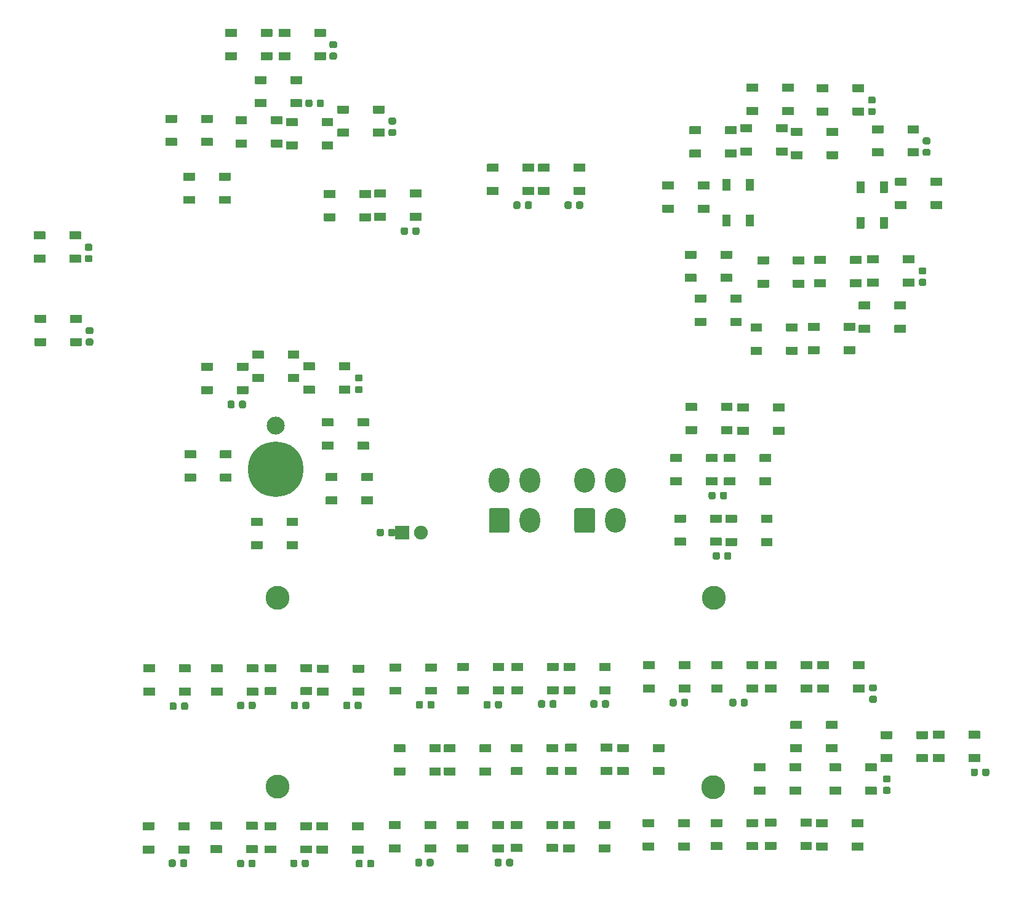
<source format=gbr>
%TF.GenerationSoftware,KiCad,Pcbnew,(5.1.12-1-10_14)*%
%TF.CreationDate,2021-11-27T17:57:38+11:00*%
%TF.ProjectId,KY58 Panel PCB V2,4b593538-2050-4616-9e65-6c2050434220,rev?*%
%TF.SameCoordinates,Original*%
%TF.FileFunction,Soldermask,Top*%
%TF.FilePolarity,Negative*%
%FSLAX46Y46*%
G04 Gerber Fmt 4.6, Leading zero omitted, Abs format (unit mm)*
G04 Created by KiCad (PCBNEW (5.1.12-1-10_14)) date 2021-11-27 17:57:38*
%MOMM*%
%LPD*%
G01*
G04 APERTURE LIST*
%ADD10C,3.300000*%
%ADD11C,7.640752*%
%ADD12C,2.481250*%
%ADD13O,2.800000X3.400000*%
%ADD14C,1.900000*%
G04 APERTURE END LIST*
D10*
%TO.C,REF\u002A\u002A*%
X175975000Y-138025000D03*
%TD*%
%TO.C,REF\u002A\u002A*%
X115975000Y-138000000D03*
%TD*%
%TO.C,REF\u002A\u002A*%
X176025000Y-112000000D03*
%TD*%
%TO.C,REF\u002A\u002A*%
X116000000Y-112000000D03*
%TD*%
D11*
%TO.C,REF\u002A\u002A*%
X115760258Y-94278977D03*
D12*
X115760258Y-88278977D03*
D11*
X115760258Y-94278977D03*
%TD*%
%TO.C,D80*%
G36*
G01*
X103175000Y-92725000D02*
X103175000Y-91725000D01*
G75*
G02*
X103225000Y-91675000I50000J0D01*
G01*
X104725000Y-91675000D01*
G75*
G02*
X104775000Y-91725000I0J-50000D01*
G01*
X104775000Y-92725000D01*
G75*
G02*
X104725000Y-92775000I-50000J0D01*
G01*
X103225000Y-92775000D01*
G75*
G02*
X103175000Y-92725000I0J50000D01*
G01*
G37*
G36*
G01*
X103175000Y-95925000D02*
X103175000Y-94925000D01*
G75*
G02*
X103225000Y-94875000I50000J0D01*
G01*
X104725000Y-94875000D01*
G75*
G02*
X104775000Y-94925000I0J-50000D01*
G01*
X104775000Y-95925000D01*
G75*
G02*
X104725000Y-95975000I-50000J0D01*
G01*
X103225000Y-95975000D01*
G75*
G02*
X103175000Y-95925000I0J50000D01*
G01*
G37*
G36*
G01*
X108075000Y-92725000D02*
X108075000Y-91725000D01*
G75*
G02*
X108125000Y-91675000I50000J0D01*
G01*
X109625000Y-91675000D01*
G75*
G02*
X109675000Y-91725000I0J-50000D01*
G01*
X109675000Y-92725000D01*
G75*
G02*
X109625000Y-92775000I-50000J0D01*
G01*
X108125000Y-92775000D01*
G75*
G02*
X108075000Y-92725000I0J50000D01*
G01*
G37*
G36*
G01*
X108075000Y-95925000D02*
X108075000Y-94925000D01*
G75*
G02*
X108125000Y-94875000I50000J0D01*
G01*
X109625000Y-94875000D01*
G75*
G02*
X109675000Y-94925000I0J-50000D01*
G01*
X109675000Y-95925000D01*
G75*
G02*
X109625000Y-95975000I-50000J0D01*
G01*
X108125000Y-95975000D01*
G75*
G02*
X108075000Y-95925000I0J50000D01*
G01*
G37*
%TD*%
%TO.C,D79*%
G36*
G01*
X112325000Y-102025000D02*
X112325000Y-101025000D01*
G75*
G02*
X112375000Y-100975000I50000J0D01*
G01*
X113875000Y-100975000D01*
G75*
G02*
X113925000Y-101025000I0J-50000D01*
G01*
X113925000Y-102025000D01*
G75*
G02*
X113875000Y-102075000I-50000J0D01*
G01*
X112375000Y-102075000D01*
G75*
G02*
X112325000Y-102025000I0J50000D01*
G01*
G37*
G36*
G01*
X112325000Y-105225000D02*
X112325000Y-104225000D01*
G75*
G02*
X112375000Y-104175000I50000J0D01*
G01*
X113875000Y-104175000D01*
G75*
G02*
X113925000Y-104225000I0J-50000D01*
G01*
X113925000Y-105225000D01*
G75*
G02*
X113875000Y-105275000I-50000J0D01*
G01*
X112375000Y-105275000D01*
G75*
G02*
X112325000Y-105225000I0J50000D01*
G01*
G37*
G36*
G01*
X117225000Y-102025000D02*
X117225000Y-101025000D01*
G75*
G02*
X117275000Y-100975000I50000J0D01*
G01*
X118775000Y-100975000D01*
G75*
G02*
X118825000Y-101025000I0J-50000D01*
G01*
X118825000Y-102025000D01*
G75*
G02*
X118775000Y-102075000I-50000J0D01*
G01*
X117275000Y-102075000D01*
G75*
G02*
X117225000Y-102025000I0J50000D01*
G01*
G37*
G36*
G01*
X117225000Y-105225000D02*
X117225000Y-104225000D01*
G75*
G02*
X117275000Y-104175000I50000J0D01*
G01*
X118775000Y-104175000D01*
G75*
G02*
X118825000Y-104225000I0J-50000D01*
G01*
X118825000Y-105225000D01*
G75*
G02*
X118775000Y-105275000I-50000J0D01*
G01*
X117275000Y-105275000D01*
G75*
G02*
X117225000Y-105225000I0J50000D01*
G01*
G37*
%TD*%
%TO.C,D78*%
G36*
G01*
X122625000Y-95875000D02*
X122625000Y-94875000D01*
G75*
G02*
X122675000Y-94825000I50000J0D01*
G01*
X124175000Y-94825000D01*
G75*
G02*
X124225000Y-94875000I0J-50000D01*
G01*
X124225000Y-95875000D01*
G75*
G02*
X124175000Y-95925000I-50000J0D01*
G01*
X122675000Y-95925000D01*
G75*
G02*
X122625000Y-95875000I0J50000D01*
G01*
G37*
G36*
G01*
X122625000Y-99075000D02*
X122625000Y-98075000D01*
G75*
G02*
X122675000Y-98025000I50000J0D01*
G01*
X124175000Y-98025000D01*
G75*
G02*
X124225000Y-98075000I0J-50000D01*
G01*
X124225000Y-99075000D01*
G75*
G02*
X124175000Y-99125000I-50000J0D01*
G01*
X122675000Y-99125000D01*
G75*
G02*
X122625000Y-99075000I0J50000D01*
G01*
G37*
G36*
G01*
X127525000Y-95875000D02*
X127525000Y-94875000D01*
G75*
G02*
X127575000Y-94825000I50000J0D01*
G01*
X129075000Y-94825000D01*
G75*
G02*
X129125000Y-94875000I0J-50000D01*
G01*
X129125000Y-95875000D01*
G75*
G02*
X129075000Y-95925000I-50000J0D01*
G01*
X127575000Y-95925000D01*
G75*
G02*
X127525000Y-95875000I0J50000D01*
G01*
G37*
G36*
G01*
X127525000Y-99075000D02*
X127525000Y-98075000D01*
G75*
G02*
X127575000Y-98025000I50000J0D01*
G01*
X129075000Y-98025000D01*
G75*
G02*
X129125000Y-98075000I0J-50000D01*
G01*
X129125000Y-99075000D01*
G75*
G02*
X129075000Y-99125000I-50000J0D01*
G01*
X127575000Y-99125000D01*
G75*
G02*
X127525000Y-99075000I0J50000D01*
G01*
G37*
%TD*%
%TO.C,D77*%
G36*
G01*
X122075000Y-88325000D02*
X122075000Y-87325000D01*
G75*
G02*
X122125000Y-87275000I50000J0D01*
G01*
X123625000Y-87275000D01*
G75*
G02*
X123675000Y-87325000I0J-50000D01*
G01*
X123675000Y-88325000D01*
G75*
G02*
X123625000Y-88375000I-50000J0D01*
G01*
X122125000Y-88375000D01*
G75*
G02*
X122075000Y-88325000I0J50000D01*
G01*
G37*
G36*
G01*
X122075000Y-91525000D02*
X122075000Y-90525000D01*
G75*
G02*
X122125000Y-90475000I50000J0D01*
G01*
X123625000Y-90475000D01*
G75*
G02*
X123675000Y-90525000I0J-50000D01*
G01*
X123675000Y-91525000D01*
G75*
G02*
X123625000Y-91575000I-50000J0D01*
G01*
X122125000Y-91575000D01*
G75*
G02*
X122075000Y-91525000I0J50000D01*
G01*
G37*
G36*
G01*
X126975000Y-88325000D02*
X126975000Y-87325000D01*
G75*
G02*
X127025000Y-87275000I50000J0D01*
G01*
X128525000Y-87275000D01*
G75*
G02*
X128575000Y-87325000I0J-50000D01*
G01*
X128575000Y-88325000D01*
G75*
G02*
X128525000Y-88375000I-50000J0D01*
G01*
X127025000Y-88375000D01*
G75*
G02*
X126975000Y-88325000I0J50000D01*
G01*
G37*
G36*
G01*
X126975000Y-91525000D02*
X126975000Y-90525000D01*
G75*
G02*
X127025000Y-90475000I50000J0D01*
G01*
X128525000Y-90475000D01*
G75*
G02*
X128575000Y-90525000I0J-50000D01*
G01*
X128575000Y-91525000D01*
G75*
G02*
X128525000Y-91575000I-50000J0D01*
G01*
X127025000Y-91575000D01*
G75*
G02*
X126975000Y-91525000I0J50000D01*
G01*
G37*
%TD*%
%TO.C,D76*%
G36*
G01*
X177600000Y-101600000D02*
X177600000Y-100600000D01*
G75*
G02*
X177650000Y-100550000I50000J0D01*
G01*
X179150000Y-100550000D01*
G75*
G02*
X179200000Y-100600000I0J-50000D01*
G01*
X179200000Y-101600000D01*
G75*
G02*
X179150000Y-101650000I-50000J0D01*
G01*
X177650000Y-101650000D01*
G75*
G02*
X177600000Y-101600000I0J50000D01*
G01*
G37*
G36*
G01*
X177600000Y-104800000D02*
X177600000Y-103800000D01*
G75*
G02*
X177650000Y-103750000I50000J0D01*
G01*
X179150000Y-103750000D01*
G75*
G02*
X179200000Y-103800000I0J-50000D01*
G01*
X179200000Y-104800000D01*
G75*
G02*
X179150000Y-104850000I-50000J0D01*
G01*
X177650000Y-104850000D01*
G75*
G02*
X177600000Y-104800000I0J50000D01*
G01*
G37*
G36*
G01*
X182500000Y-101600000D02*
X182500000Y-100600000D01*
G75*
G02*
X182550000Y-100550000I50000J0D01*
G01*
X184050000Y-100550000D01*
G75*
G02*
X184100000Y-100600000I0J-50000D01*
G01*
X184100000Y-101600000D01*
G75*
G02*
X184050000Y-101650000I-50000J0D01*
G01*
X182550000Y-101650000D01*
G75*
G02*
X182500000Y-101600000I0J50000D01*
G01*
G37*
G36*
G01*
X182500000Y-104800000D02*
X182500000Y-103800000D01*
G75*
G02*
X182550000Y-103750000I50000J0D01*
G01*
X184050000Y-103750000D01*
G75*
G02*
X184100000Y-103800000I0J-50000D01*
G01*
X184100000Y-104800000D01*
G75*
G02*
X184050000Y-104850000I-50000J0D01*
G01*
X182550000Y-104850000D01*
G75*
G02*
X182500000Y-104800000I0J50000D01*
G01*
G37*
%TD*%
%TO.C,D75*%
G36*
G01*
X177400000Y-93250000D02*
X177400000Y-92250000D01*
G75*
G02*
X177450000Y-92200000I50000J0D01*
G01*
X178950000Y-92200000D01*
G75*
G02*
X179000000Y-92250000I0J-50000D01*
G01*
X179000000Y-93250000D01*
G75*
G02*
X178950000Y-93300000I-50000J0D01*
G01*
X177450000Y-93300000D01*
G75*
G02*
X177400000Y-93250000I0J50000D01*
G01*
G37*
G36*
G01*
X177400000Y-96450000D02*
X177400000Y-95450000D01*
G75*
G02*
X177450000Y-95400000I50000J0D01*
G01*
X178950000Y-95400000D01*
G75*
G02*
X179000000Y-95450000I0J-50000D01*
G01*
X179000000Y-96450000D01*
G75*
G02*
X178950000Y-96500000I-50000J0D01*
G01*
X177450000Y-96500000D01*
G75*
G02*
X177400000Y-96450000I0J50000D01*
G01*
G37*
G36*
G01*
X182300000Y-93250000D02*
X182300000Y-92250000D01*
G75*
G02*
X182350000Y-92200000I50000J0D01*
G01*
X183850000Y-92200000D01*
G75*
G02*
X183900000Y-92250000I0J-50000D01*
G01*
X183900000Y-93250000D01*
G75*
G02*
X183850000Y-93300000I-50000J0D01*
G01*
X182350000Y-93300000D01*
G75*
G02*
X182300000Y-93250000I0J50000D01*
G01*
G37*
G36*
G01*
X182300000Y-96450000D02*
X182300000Y-95450000D01*
G75*
G02*
X182350000Y-95400000I50000J0D01*
G01*
X183850000Y-95400000D01*
G75*
G02*
X183900000Y-95450000I0J-50000D01*
G01*
X183900000Y-96450000D01*
G75*
G02*
X183850000Y-96500000I-50000J0D01*
G01*
X182350000Y-96500000D01*
G75*
G02*
X182300000Y-96450000I0J50000D01*
G01*
G37*
%TD*%
%TO.C,D74*%
G36*
G01*
X179250000Y-86275000D02*
X179250000Y-85275000D01*
G75*
G02*
X179300000Y-85225000I50000J0D01*
G01*
X180800000Y-85225000D01*
G75*
G02*
X180850000Y-85275000I0J-50000D01*
G01*
X180850000Y-86275000D01*
G75*
G02*
X180800000Y-86325000I-50000J0D01*
G01*
X179300000Y-86325000D01*
G75*
G02*
X179250000Y-86275000I0J50000D01*
G01*
G37*
G36*
G01*
X179250000Y-89475000D02*
X179250000Y-88475000D01*
G75*
G02*
X179300000Y-88425000I50000J0D01*
G01*
X180800000Y-88425000D01*
G75*
G02*
X180850000Y-88475000I0J-50000D01*
G01*
X180850000Y-89475000D01*
G75*
G02*
X180800000Y-89525000I-50000J0D01*
G01*
X179300000Y-89525000D01*
G75*
G02*
X179250000Y-89475000I0J50000D01*
G01*
G37*
G36*
G01*
X184150000Y-86275000D02*
X184150000Y-85275000D01*
G75*
G02*
X184200000Y-85225000I50000J0D01*
G01*
X185700000Y-85225000D01*
G75*
G02*
X185750000Y-85275000I0J-50000D01*
G01*
X185750000Y-86275000D01*
G75*
G02*
X185700000Y-86325000I-50000J0D01*
G01*
X184200000Y-86325000D01*
G75*
G02*
X184150000Y-86275000I0J50000D01*
G01*
G37*
G36*
G01*
X184150000Y-89475000D02*
X184150000Y-88475000D01*
G75*
G02*
X184200000Y-88425000I50000J0D01*
G01*
X185700000Y-88425000D01*
G75*
G02*
X185750000Y-88475000I0J-50000D01*
G01*
X185750000Y-89475000D01*
G75*
G02*
X185700000Y-89525000I-50000J0D01*
G01*
X184200000Y-89525000D01*
G75*
G02*
X184150000Y-89475000I0J50000D01*
G01*
G37*
%TD*%
%TO.C,D73*%
G36*
G01*
X180475000Y-54325000D02*
X181475000Y-54325000D01*
G75*
G02*
X181525000Y-54375000I0J-50000D01*
G01*
X181525000Y-55875000D01*
G75*
G02*
X181475000Y-55925000I-50000J0D01*
G01*
X180475000Y-55925000D01*
G75*
G02*
X180425000Y-55875000I0J50000D01*
G01*
X180425000Y-54375000D01*
G75*
G02*
X180475000Y-54325000I50000J0D01*
G01*
G37*
G36*
G01*
X177275000Y-54325000D02*
X178275000Y-54325000D01*
G75*
G02*
X178325000Y-54375000I0J-50000D01*
G01*
X178325000Y-55875000D01*
G75*
G02*
X178275000Y-55925000I-50000J0D01*
G01*
X177275000Y-55925000D01*
G75*
G02*
X177225000Y-55875000I0J50000D01*
G01*
X177225000Y-54375000D01*
G75*
G02*
X177275000Y-54325000I50000J0D01*
G01*
G37*
G36*
G01*
X180475000Y-59225000D02*
X181475000Y-59225000D01*
G75*
G02*
X181525000Y-59275000I0J-50000D01*
G01*
X181525000Y-60775000D01*
G75*
G02*
X181475000Y-60825000I-50000J0D01*
G01*
X180475000Y-60825000D01*
G75*
G02*
X180425000Y-60775000I0J50000D01*
G01*
X180425000Y-59275000D01*
G75*
G02*
X180475000Y-59225000I50000J0D01*
G01*
G37*
G36*
G01*
X177275000Y-59225000D02*
X178275000Y-59225000D01*
G75*
G02*
X178325000Y-59275000I0J-50000D01*
G01*
X178325000Y-60775000D01*
G75*
G02*
X178275000Y-60825000I-50000J0D01*
G01*
X177275000Y-60825000D01*
G75*
G02*
X177225000Y-60775000I0J50000D01*
G01*
X177225000Y-59275000D01*
G75*
G02*
X177275000Y-59225000I50000J0D01*
G01*
G37*
%TD*%
%TO.C,D69*%
G36*
G01*
X186625000Y-48325000D02*
X186625000Y-47325000D01*
G75*
G02*
X186675000Y-47275000I50000J0D01*
G01*
X188175000Y-47275000D01*
G75*
G02*
X188225000Y-47325000I0J-50000D01*
G01*
X188225000Y-48325000D01*
G75*
G02*
X188175000Y-48375000I-50000J0D01*
G01*
X186675000Y-48375000D01*
G75*
G02*
X186625000Y-48325000I0J50000D01*
G01*
G37*
G36*
G01*
X186625000Y-51525000D02*
X186625000Y-50525000D01*
G75*
G02*
X186675000Y-50475000I50000J0D01*
G01*
X188175000Y-50475000D01*
G75*
G02*
X188225000Y-50525000I0J-50000D01*
G01*
X188225000Y-51525000D01*
G75*
G02*
X188175000Y-51575000I-50000J0D01*
G01*
X186675000Y-51575000D01*
G75*
G02*
X186625000Y-51525000I0J50000D01*
G01*
G37*
G36*
G01*
X191525000Y-48325000D02*
X191525000Y-47325000D01*
G75*
G02*
X191575000Y-47275000I50000J0D01*
G01*
X193075000Y-47275000D01*
G75*
G02*
X193125000Y-47325000I0J-50000D01*
G01*
X193125000Y-48325000D01*
G75*
G02*
X193075000Y-48375000I-50000J0D01*
G01*
X191575000Y-48375000D01*
G75*
G02*
X191525000Y-48325000I0J50000D01*
G01*
G37*
G36*
G01*
X191525000Y-51525000D02*
X191525000Y-50525000D01*
G75*
G02*
X191575000Y-50475000I50000J0D01*
G01*
X193075000Y-50475000D01*
G75*
G02*
X193125000Y-50525000I0J-50000D01*
G01*
X193125000Y-51525000D01*
G75*
G02*
X193075000Y-51575000I-50000J0D01*
G01*
X191575000Y-51575000D01*
G75*
G02*
X191525000Y-51525000I0J50000D01*
G01*
G37*
%TD*%
%TO.C,D72*%
G36*
G01*
X182000000Y-66025000D02*
X182000000Y-65025000D01*
G75*
G02*
X182050000Y-64975000I50000J0D01*
G01*
X183550000Y-64975000D01*
G75*
G02*
X183600000Y-65025000I0J-50000D01*
G01*
X183600000Y-66025000D01*
G75*
G02*
X183550000Y-66075000I-50000J0D01*
G01*
X182050000Y-66075000D01*
G75*
G02*
X182000000Y-66025000I0J50000D01*
G01*
G37*
G36*
G01*
X182000000Y-69225000D02*
X182000000Y-68225000D01*
G75*
G02*
X182050000Y-68175000I50000J0D01*
G01*
X183550000Y-68175000D01*
G75*
G02*
X183600000Y-68225000I0J-50000D01*
G01*
X183600000Y-69225000D01*
G75*
G02*
X183550000Y-69275000I-50000J0D01*
G01*
X182050000Y-69275000D01*
G75*
G02*
X182000000Y-69225000I0J50000D01*
G01*
G37*
G36*
G01*
X186900000Y-66025000D02*
X186900000Y-65025000D01*
G75*
G02*
X186950000Y-64975000I50000J0D01*
G01*
X188450000Y-64975000D01*
G75*
G02*
X188500000Y-65025000I0J-50000D01*
G01*
X188500000Y-66025000D01*
G75*
G02*
X188450000Y-66075000I-50000J0D01*
G01*
X186950000Y-66075000D01*
G75*
G02*
X186900000Y-66025000I0J50000D01*
G01*
G37*
G36*
G01*
X186900000Y-69225000D02*
X186900000Y-68225000D01*
G75*
G02*
X186950000Y-68175000I50000J0D01*
G01*
X188450000Y-68175000D01*
G75*
G02*
X188500000Y-68225000I0J-50000D01*
G01*
X188500000Y-69225000D01*
G75*
G02*
X188450000Y-69275000I-50000J0D01*
G01*
X186950000Y-69275000D01*
G75*
G02*
X186900000Y-69225000I0J50000D01*
G01*
G37*
%TD*%
%TO.C,D71*%
G36*
G01*
X189850000Y-65975000D02*
X189850000Y-64975000D01*
G75*
G02*
X189900000Y-64925000I50000J0D01*
G01*
X191400000Y-64925000D01*
G75*
G02*
X191450000Y-64975000I0J-50000D01*
G01*
X191450000Y-65975000D01*
G75*
G02*
X191400000Y-66025000I-50000J0D01*
G01*
X189900000Y-66025000D01*
G75*
G02*
X189850000Y-65975000I0J50000D01*
G01*
G37*
G36*
G01*
X189850000Y-69175000D02*
X189850000Y-68175000D01*
G75*
G02*
X189900000Y-68125000I50000J0D01*
G01*
X191400000Y-68125000D01*
G75*
G02*
X191450000Y-68175000I0J-50000D01*
G01*
X191450000Y-69175000D01*
G75*
G02*
X191400000Y-69225000I-50000J0D01*
G01*
X189900000Y-69225000D01*
G75*
G02*
X189850000Y-69175000I0J50000D01*
G01*
G37*
G36*
G01*
X194750000Y-65975000D02*
X194750000Y-64975000D01*
G75*
G02*
X194800000Y-64925000I50000J0D01*
G01*
X196300000Y-64925000D01*
G75*
G02*
X196350000Y-64975000I0J-50000D01*
G01*
X196350000Y-65975000D01*
G75*
G02*
X196300000Y-66025000I-50000J0D01*
G01*
X194800000Y-66025000D01*
G75*
G02*
X194750000Y-65975000I0J50000D01*
G01*
G37*
G36*
G01*
X194750000Y-69175000D02*
X194750000Y-68175000D01*
G75*
G02*
X194800000Y-68125000I50000J0D01*
G01*
X196300000Y-68125000D01*
G75*
G02*
X196350000Y-68175000I0J-50000D01*
G01*
X196350000Y-69175000D01*
G75*
G02*
X196300000Y-69225000I-50000J0D01*
G01*
X194800000Y-69225000D01*
G75*
G02*
X194750000Y-69175000I0J50000D01*
G01*
G37*
%TD*%
%TO.C,D70*%
G36*
G01*
X196700000Y-61150000D02*
X195700000Y-61150000D01*
G75*
G02*
X195650000Y-61100000I0J50000D01*
G01*
X195650000Y-59600000D01*
G75*
G02*
X195700000Y-59550000I50000J0D01*
G01*
X196700000Y-59550000D01*
G75*
G02*
X196750000Y-59600000I0J-50000D01*
G01*
X196750000Y-61100000D01*
G75*
G02*
X196700000Y-61150000I-50000J0D01*
G01*
G37*
G36*
G01*
X199900000Y-61150000D02*
X198900000Y-61150000D01*
G75*
G02*
X198850000Y-61100000I0J50000D01*
G01*
X198850000Y-59600000D01*
G75*
G02*
X198900000Y-59550000I50000J0D01*
G01*
X199900000Y-59550000D01*
G75*
G02*
X199950000Y-59600000I0J-50000D01*
G01*
X199950000Y-61100000D01*
G75*
G02*
X199900000Y-61150000I-50000J0D01*
G01*
G37*
G36*
G01*
X196700000Y-56250000D02*
X195700000Y-56250000D01*
G75*
G02*
X195650000Y-56200000I0J50000D01*
G01*
X195650000Y-54700000D01*
G75*
G02*
X195700000Y-54650000I50000J0D01*
G01*
X196700000Y-54650000D01*
G75*
G02*
X196750000Y-54700000I0J-50000D01*
G01*
X196750000Y-56200000D01*
G75*
G02*
X196700000Y-56250000I-50000J0D01*
G01*
G37*
G36*
G01*
X199900000Y-56250000D02*
X198900000Y-56250000D01*
G75*
G02*
X198850000Y-56200000I0J50000D01*
G01*
X198850000Y-54700000D01*
G75*
G02*
X198900000Y-54650000I50000J0D01*
G01*
X199900000Y-54650000D01*
G75*
G02*
X199950000Y-54700000I0J-50000D01*
G01*
X199950000Y-56200000D01*
G75*
G02*
X199900000Y-56250000I-50000J0D01*
G01*
G37*
%TD*%
%TO.C,D68*%
G36*
G01*
X179700000Y-47825000D02*
X179700000Y-46825000D01*
G75*
G02*
X179750000Y-46775000I50000J0D01*
G01*
X181250000Y-46775000D01*
G75*
G02*
X181300000Y-46825000I0J-50000D01*
G01*
X181300000Y-47825000D01*
G75*
G02*
X181250000Y-47875000I-50000J0D01*
G01*
X179750000Y-47875000D01*
G75*
G02*
X179700000Y-47825000I0J50000D01*
G01*
G37*
G36*
G01*
X179700000Y-51025000D02*
X179700000Y-50025000D01*
G75*
G02*
X179750000Y-49975000I50000J0D01*
G01*
X181250000Y-49975000D01*
G75*
G02*
X181300000Y-50025000I0J-50000D01*
G01*
X181300000Y-51025000D01*
G75*
G02*
X181250000Y-51075000I-50000J0D01*
G01*
X179750000Y-51075000D01*
G75*
G02*
X179700000Y-51025000I0J50000D01*
G01*
G37*
G36*
G01*
X184600000Y-47825000D02*
X184600000Y-46825000D01*
G75*
G02*
X184650000Y-46775000I50000J0D01*
G01*
X186150000Y-46775000D01*
G75*
G02*
X186200000Y-46825000I0J-50000D01*
G01*
X186200000Y-47825000D01*
G75*
G02*
X186150000Y-47875000I-50000J0D01*
G01*
X184650000Y-47875000D01*
G75*
G02*
X184600000Y-47825000I0J50000D01*
G01*
G37*
G36*
G01*
X184600000Y-51025000D02*
X184600000Y-50025000D01*
G75*
G02*
X184650000Y-49975000I50000J0D01*
G01*
X186150000Y-49975000D01*
G75*
G02*
X186200000Y-50025000I0J-50000D01*
G01*
X186200000Y-51025000D01*
G75*
G02*
X186150000Y-51075000I-50000J0D01*
G01*
X184650000Y-51075000D01*
G75*
G02*
X184600000Y-51025000I0J50000D01*
G01*
G37*
%TD*%
%TO.C,D67*%
G36*
G01*
X122350000Y-56875000D02*
X122350000Y-55875000D01*
G75*
G02*
X122400000Y-55825000I50000J0D01*
G01*
X123900000Y-55825000D01*
G75*
G02*
X123950000Y-55875000I0J-50000D01*
G01*
X123950000Y-56875000D01*
G75*
G02*
X123900000Y-56925000I-50000J0D01*
G01*
X122400000Y-56925000D01*
G75*
G02*
X122350000Y-56875000I0J50000D01*
G01*
G37*
G36*
G01*
X122350000Y-60075000D02*
X122350000Y-59075000D01*
G75*
G02*
X122400000Y-59025000I50000J0D01*
G01*
X123900000Y-59025000D01*
G75*
G02*
X123950000Y-59075000I0J-50000D01*
G01*
X123950000Y-60075000D01*
G75*
G02*
X123900000Y-60125000I-50000J0D01*
G01*
X122400000Y-60125000D01*
G75*
G02*
X122350000Y-60075000I0J50000D01*
G01*
G37*
G36*
G01*
X127250000Y-56875000D02*
X127250000Y-55875000D01*
G75*
G02*
X127300000Y-55825000I50000J0D01*
G01*
X128800000Y-55825000D01*
G75*
G02*
X128850000Y-55875000I0J-50000D01*
G01*
X128850000Y-56875000D01*
G75*
G02*
X128800000Y-56925000I-50000J0D01*
G01*
X127300000Y-56925000D01*
G75*
G02*
X127250000Y-56875000I0J50000D01*
G01*
G37*
G36*
G01*
X127250000Y-60075000D02*
X127250000Y-59075000D01*
G75*
G02*
X127300000Y-59025000I50000J0D01*
G01*
X128800000Y-59025000D01*
G75*
G02*
X128850000Y-59075000I0J-50000D01*
G01*
X128850000Y-60075000D01*
G75*
G02*
X128800000Y-60125000I-50000J0D01*
G01*
X127300000Y-60125000D01*
G75*
G02*
X127250000Y-60075000I0J50000D01*
G01*
G37*
%TD*%
%TO.C,D66*%
G36*
G01*
X117150000Y-47000000D02*
X117150000Y-46000000D01*
G75*
G02*
X117200000Y-45950000I50000J0D01*
G01*
X118700000Y-45950000D01*
G75*
G02*
X118750000Y-46000000I0J-50000D01*
G01*
X118750000Y-47000000D01*
G75*
G02*
X118700000Y-47050000I-50000J0D01*
G01*
X117200000Y-47050000D01*
G75*
G02*
X117150000Y-47000000I0J50000D01*
G01*
G37*
G36*
G01*
X117150000Y-50200000D02*
X117150000Y-49200000D01*
G75*
G02*
X117200000Y-49150000I50000J0D01*
G01*
X118700000Y-49150000D01*
G75*
G02*
X118750000Y-49200000I0J-50000D01*
G01*
X118750000Y-50200000D01*
G75*
G02*
X118700000Y-50250000I-50000J0D01*
G01*
X117200000Y-50250000D01*
G75*
G02*
X117150000Y-50200000I0J50000D01*
G01*
G37*
G36*
G01*
X122050000Y-47000000D02*
X122050000Y-46000000D01*
G75*
G02*
X122100000Y-45950000I50000J0D01*
G01*
X123600000Y-45950000D01*
G75*
G02*
X123650000Y-46000000I0J-50000D01*
G01*
X123650000Y-47000000D01*
G75*
G02*
X123600000Y-47050000I-50000J0D01*
G01*
X122100000Y-47050000D01*
G75*
G02*
X122050000Y-47000000I0J50000D01*
G01*
G37*
G36*
G01*
X122050000Y-50200000D02*
X122050000Y-49200000D01*
G75*
G02*
X122100000Y-49150000I50000J0D01*
G01*
X123600000Y-49150000D01*
G75*
G02*
X123650000Y-49200000I0J-50000D01*
G01*
X123650000Y-50200000D01*
G75*
G02*
X123600000Y-50250000I-50000J0D01*
G01*
X122100000Y-50250000D01*
G75*
G02*
X122050000Y-50200000I0J50000D01*
G01*
G37*
%TD*%
%TO.C,D65*%
G36*
G01*
X110200000Y-46725000D02*
X110200000Y-45725000D01*
G75*
G02*
X110250000Y-45675000I50000J0D01*
G01*
X111750000Y-45675000D01*
G75*
G02*
X111800000Y-45725000I0J-50000D01*
G01*
X111800000Y-46725000D01*
G75*
G02*
X111750000Y-46775000I-50000J0D01*
G01*
X110250000Y-46775000D01*
G75*
G02*
X110200000Y-46725000I0J50000D01*
G01*
G37*
G36*
G01*
X110200000Y-49925000D02*
X110200000Y-48925000D01*
G75*
G02*
X110250000Y-48875000I50000J0D01*
G01*
X111750000Y-48875000D01*
G75*
G02*
X111800000Y-48925000I0J-50000D01*
G01*
X111800000Y-49925000D01*
G75*
G02*
X111750000Y-49975000I-50000J0D01*
G01*
X110250000Y-49975000D01*
G75*
G02*
X110200000Y-49925000I0J50000D01*
G01*
G37*
G36*
G01*
X115100000Y-46725000D02*
X115100000Y-45725000D01*
G75*
G02*
X115150000Y-45675000I50000J0D01*
G01*
X116650000Y-45675000D01*
G75*
G02*
X116700000Y-45725000I0J-50000D01*
G01*
X116700000Y-46725000D01*
G75*
G02*
X116650000Y-46775000I-50000J0D01*
G01*
X115150000Y-46775000D01*
G75*
G02*
X115100000Y-46725000I0J50000D01*
G01*
G37*
G36*
G01*
X115100000Y-49925000D02*
X115100000Y-48925000D01*
G75*
G02*
X115150000Y-48875000I50000J0D01*
G01*
X116650000Y-48875000D01*
G75*
G02*
X116700000Y-48925000I0J-50000D01*
G01*
X116700000Y-49925000D01*
G75*
G02*
X116650000Y-49975000I-50000J0D01*
G01*
X115150000Y-49975000D01*
G75*
G02*
X115100000Y-49925000I0J50000D01*
G01*
G37*
%TD*%
%TO.C,D64*%
G36*
G01*
X103025000Y-54500000D02*
X103025000Y-53500000D01*
G75*
G02*
X103075000Y-53450000I50000J0D01*
G01*
X104575000Y-53450000D01*
G75*
G02*
X104625000Y-53500000I0J-50000D01*
G01*
X104625000Y-54500000D01*
G75*
G02*
X104575000Y-54550000I-50000J0D01*
G01*
X103075000Y-54550000D01*
G75*
G02*
X103025000Y-54500000I0J50000D01*
G01*
G37*
G36*
G01*
X103025000Y-57700000D02*
X103025000Y-56700000D01*
G75*
G02*
X103075000Y-56650000I50000J0D01*
G01*
X104575000Y-56650000D01*
G75*
G02*
X104625000Y-56700000I0J-50000D01*
G01*
X104625000Y-57700000D01*
G75*
G02*
X104575000Y-57750000I-50000J0D01*
G01*
X103075000Y-57750000D01*
G75*
G02*
X103025000Y-57700000I0J50000D01*
G01*
G37*
G36*
G01*
X107925000Y-54500000D02*
X107925000Y-53500000D01*
G75*
G02*
X107975000Y-53450000I50000J0D01*
G01*
X109475000Y-53450000D01*
G75*
G02*
X109525000Y-53500000I0J-50000D01*
G01*
X109525000Y-54500000D01*
G75*
G02*
X109475000Y-54550000I-50000J0D01*
G01*
X107975000Y-54550000D01*
G75*
G02*
X107925000Y-54500000I0J50000D01*
G01*
G37*
G36*
G01*
X107925000Y-57700000D02*
X107925000Y-56700000D01*
G75*
G02*
X107975000Y-56650000I50000J0D01*
G01*
X109475000Y-56650000D01*
G75*
G02*
X109525000Y-56700000I0J-50000D01*
G01*
X109525000Y-57700000D01*
G75*
G02*
X109475000Y-57750000I-50000J0D01*
G01*
X107975000Y-57750000D01*
G75*
G02*
X107925000Y-57700000I0J50000D01*
G01*
G37*
%TD*%
%TO.C,C4*%
G36*
G01*
X199528750Y-137997500D02*
X200091250Y-137997500D01*
G75*
G02*
X200335000Y-138241250I0J-243750D01*
G01*
X200335000Y-138728750D01*
G75*
G02*
X200091250Y-138972500I-243750J0D01*
G01*
X199528750Y-138972500D01*
G75*
G02*
X199285000Y-138728750I0J243750D01*
G01*
X199285000Y-138241250D01*
G75*
G02*
X199528750Y-137997500I243750J0D01*
G01*
G37*
G36*
G01*
X199528750Y-136422500D02*
X200091250Y-136422500D01*
G75*
G02*
X200335000Y-136666250I0J-243750D01*
G01*
X200335000Y-137153750D01*
G75*
G02*
X200091250Y-137397500I-243750J0D01*
G01*
X199528750Y-137397500D01*
G75*
G02*
X199285000Y-137153750I0J243750D01*
G01*
X199285000Y-136666250D01*
G75*
G02*
X199528750Y-136422500I243750J0D01*
G01*
G37*
%TD*%
%TO.C,C13*%
G36*
G01*
X197483750Y-44547500D02*
X198046250Y-44547500D01*
G75*
G02*
X198290000Y-44791250I0J-243750D01*
G01*
X198290000Y-45278750D01*
G75*
G02*
X198046250Y-45522500I-243750J0D01*
G01*
X197483750Y-45522500D01*
G75*
G02*
X197240000Y-45278750I0J243750D01*
G01*
X197240000Y-44791250D01*
G75*
G02*
X197483750Y-44547500I243750J0D01*
G01*
G37*
G36*
G01*
X197483750Y-42972500D02*
X198046250Y-42972500D01*
G75*
G02*
X198290000Y-43216250I0J-243750D01*
G01*
X198290000Y-43703750D01*
G75*
G02*
X198046250Y-43947500I-243750J0D01*
G01*
X197483750Y-43947500D01*
G75*
G02*
X197240000Y-43703750I0J243750D01*
G01*
X197240000Y-43216250D01*
G75*
G02*
X197483750Y-42972500I243750J0D01*
G01*
G37*
%TD*%
%TO.C,C34*%
G36*
G01*
X136492500Y-148711250D02*
X136492500Y-148148750D01*
G75*
G02*
X136736250Y-147905000I243750J0D01*
G01*
X137223750Y-147905000D01*
G75*
G02*
X137467500Y-148148750I0J-243750D01*
G01*
X137467500Y-148711250D01*
G75*
G02*
X137223750Y-148955000I-243750J0D01*
G01*
X136736250Y-148955000D01*
G75*
G02*
X136492500Y-148711250I0J243750D01*
G01*
G37*
G36*
G01*
X134917500Y-148711250D02*
X134917500Y-148148750D01*
G75*
G02*
X135161250Y-147905000I243750J0D01*
G01*
X135648750Y-147905000D01*
G75*
G02*
X135892500Y-148148750I0J-243750D01*
G01*
X135892500Y-148711250D01*
G75*
G02*
X135648750Y-148955000I-243750J0D01*
G01*
X135161250Y-148955000D01*
G75*
G02*
X134917500Y-148711250I0J243750D01*
G01*
G37*
%TD*%
%TO.C,C33*%
G36*
G01*
X119322500Y-148811250D02*
X119322500Y-148248750D01*
G75*
G02*
X119566250Y-148005000I243750J0D01*
G01*
X120053750Y-148005000D01*
G75*
G02*
X120297500Y-148248750I0J-243750D01*
G01*
X120297500Y-148811250D01*
G75*
G02*
X120053750Y-149055000I-243750J0D01*
G01*
X119566250Y-149055000D01*
G75*
G02*
X119322500Y-148811250I0J243750D01*
G01*
G37*
G36*
G01*
X117747500Y-148811250D02*
X117747500Y-148248750D01*
G75*
G02*
X117991250Y-148005000I243750J0D01*
G01*
X118478750Y-148005000D01*
G75*
G02*
X118722500Y-148248750I0J-243750D01*
G01*
X118722500Y-148811250D01*
G75*
G02*
X118478750Y-149055000I-243750J0D01*
G01*
X117991250Y-149055000D01*
G75*
G02*
X117747500Y-148811250I0J243750D01*
G01*
G37*
%TD*%
%TO.C,C31*%
G36*
G01*
X102592500Y-148801250D02*
X102592500Y-148238750D01*
G75*
G02*
X102836250Y-147995000I243750J0D01*
G01*
X103323750Y-147995000D01*
G75*
G02*
X103567500Y-148238750I0J-243750D01*
G01*
X103567500Y-148801250D01*
G75*
G02*
X103323750Y-149045000I-243750J0D01*
G01*
X102836250Y-149045000D01*
G75*
G02*
X102592500Y-148801250I0J243750D01*
G01*
G37*
G36*
G01*
X101017500Y-148801250D02*
X101017500Y-148238750D01*
G75*
G02*
X101261250Y-147995000I243750J0D01*
G01*
X101748750Y-147995000D01*
G75*
G02*
X101992500Y-148238750I0J-243750D01*
G01*
X101992500Y-148801250D01*
G75*
G02*
X101748750Y-149045000I-243750J0D01*
G01*
X101261250Y-149045000D01*
G75*
G02*
X101017500Y-148801250I0J243750D01*
G01*
G37*
%TD*%
%TO.C,C35*%
G36*
G01*
X111992500Y-148851250D02*
X111992500Y-148288750D01*
G75*
G02*
X112236250Y-148045000I243750J0D01*
G01*
X112723750Y-148045000D01*
G75*
G02*
X112967500Y-148288750I0J-243750D01*
G01*
X112967500Y-148851250D01*
G75*
G02*
X112723750Y-149095000I-243750J0D01*
G01*
X112236250Y-149095000D01*
G75*
G02*
X111992500Y-148851250I0J243750D01*
G01*
G37*
G36*
G01*
X110417500Y-148851250D02*
X110417500Y-148288750D01*
G75*
G02*
X110661250Y-148045000I243750J0D01*
G01*
X111148750Y-148045000D01*
G75*
G02*
X111392500Y-148288750I0J-243750D01*
G01*
X111392500Y-148851250D01*
G75*
G02*
X111148750Y-149095000I-243750J0D01*
G01*
X110661250Y-149095000D01*
G75*
G02*
X110417500Y-148851250I0J243750D01*
G01*
G37*
%TD*%
%TO.C,R1*%
G36*
G01*
X130612000Y-102715750D02*
X130612000Y-103278250D01*
G75*
G02*
X130368250Y-103522000I-243750J0D01*
G01*
X129880750Y-103522000D01*
G75*
G02*
X129637000Y-103278250I0J243750D01*
G01*
X129637000Y-102715750D01*
G75*
G02*
X129880750Y-102472000I243750J0D01*
G01*
X130368250Y-102472000D01*
G75*
G02*
X130612000Y-102715750I0J-243750D01*
G01*
G37*
G36*
G01*
X132187000Y-102715750D02*
X132187000Y-103278250D01*
G75*
G02*
X131943250Y-103522000I-243750J0D01*
G01*
X131455750Y-103522000D01*
G75*
G02*
X131212000Y-103278250I0J243750D01*
G01*
X131212000Y-102715750D01*
G75*
G02*
X131455750Y-102472000I243750J0D01*
G01*
X131943250Y-102472000D01*
G75*
G02*
X132187000Y-102715750I0J-243750D01*
G01*
G37*
%TD*%
D13*
%TO.C,J2*%
X162442000Y-95843000D03*
X158242000Y-95843000D03*
X162442000Y-101343000D03*
G36*
G01*
X156842000Y-102783740D02*
X156842000Y-99902260D01*
G75*
G02*
X157101260Y-99643000I259260J0D01*
G01*
X159382740Y-99643000D01*
G75*
G02*
X159642000Y-99902260I0J-259260D01*
G01*
X159642000Y-102783740D01*
G75*
G02*
X159382740Y-103043000I-259260J0D01*
G01*
X157101260Y-103043000D01*
G75*
G02*
X156842000Y-102783740I0J259260D01*
G01*
G37*
%TD*%
%TO.C,J1*%
X150682000Y-95843000D03*
X146482000Y-95843000D03*
X150682000Y-101343000D03*
G36*
G01*
X145082000Y-102783740D02*
X145082000Y-99902260D01*
G75*
G02*
X145341260Y-99643000I259260J0D01*
G01*
X147622740Y-99643000D01*
G75*
G02*
X147882000Y-99902260I0J-259260D01*
G01*
X147882000Y-102783740D01*
G75*
G02*
X147622740Y-103043000I-259260J0D01*
G01*
X145341260Y-103043000D01*
G75*
G02*
X145082000Y-102783740I0J259260D01*
G01*
G37*
%TD*%
%TO.C,C32*%
G36*
G01*
X145912500Y-126981250D02*
X145912500Y-126418750D01*
G75*
G02*
X146156250Y-126175000I243750J0D01*
G01*
X146643750Y-126175000D01*
G75*
G02*
X146887500Y-126418750I0J-243750D01*
G01*
X146887500Y-126981250D01*
G75*
G02*
X146643750Y-127225000I-243750J0D01*
G01*
X146156250Y-127225000D01*
G75*
G02*
X145912500Y-126981250I0J243750D01*
G01*
G37*
G36*
G01*
X144337500Y-126981250D02*
X144337500Y-126418750D01*
G75*
G02*
X144581250Y-126175000I243750J0D01*
G01*
X145068750Y-126175000D01*
G75*
G02*
X145312500Y-126418750I0J-243750D01*
G01*
X145312500Y-126981250D01*
G75*
G02*
X145068750Y-127225000I-243750J0D01*
G01*
X144581250Y-127225000D01*
G75*
G02*
X144337500Y-126981250I0J243750D01*
G01*
G37*
%TD*%
%TO.C,C30*%
G36*
G01*
X179712500Y-126681250D02*
X179712500Y-126118750D01*
G75*
G02*
X179956250Y-125875000I243750J0D01*
G01*
X180443750Y-125875000D01*
G75*
G02*
X180687500Y-126118750I0J-243750D01*
G01*
X180687500Y-126681250D01*
G75*
G02*
X180443750Y-126925000I-243750J0D01*
G01*
X179956250Y-126925000D01*
G75*
G02*
X179712500Y-126681250I0J243750D01*
G01*
G37*
G36*
G01*
X178137500Y-126681250D02*
X178137500Y-126118750D01*
G75*
G02*
X178381250Y-125875000I243750J0D01*
G01*
X178868750Y-125875000D01*
G75*
G02*
X179112500Y-126118750I0J-243750D01*
G01*
X179112500Y-126681250D01*
G75*
G02*
X178868750Y-126925000I-243750J0D01*
G01*
X178381250Y-126925000D01*
G75*
G02*
X178137500Y-126681250I0J243750D01*
G01*
G37*
%TD*%
%TO.C,C29*%
G36*
G01*
X136612500Y-126981250D02*
X136612500Y-126418750D01*
G75*
G02*
X136856250Y-126175000I243750J0D01*
G01*
X137343750Y-126175000D01*
G75*
G02*
X137587500Y-126418750I0J-243750D01*
G01*
X137587500Y-126981250D01*
G75*
G02*
X137343750Y-127225000I-243750J0D01*
G01*
X136856250Y-127225000D01*
G75*
G02*
X136612500Y-126981250I0J243750D01*
G01*
G37*
G36*
G01*
X135037500Y-126981250D02*
X135037500Y-126418750D01*
G75*
G02*
X135281250Y-126175000I243750J0D01*
G01*
X135768750Y-126175000D01*
G75*
G02*
X136012500Y-126418750I0J-243750D01*
G01*
X136012500Y-126981250D01*
G75*
G02*
X135768750Y-127225000I-243750J0D01*
G01*
X135281250Y-127225000D01*
G75*
G02*
X135037500Y-126981250I0J243750D01*
G01*
G37*
%TD*%
%TO.C,C28*%
G36*
G01*
X119412500Y-127081250D02*
X119412500Y-126518750D01*
G75*
G02*
X119656250Y-126275000I243750J0D01*
G01*
X120143750Y-126275000D01*
G75*
G02*
X120387500Y-126518750I0J-243750D01*
G01*
X120387500Y-127081250D01*
G75*
G02*
X120143750Y-127325000I-243750J0D01*
G01*
X119656250Y-127325000D01*
G75*
G02*
X119412500Y-127081250I0J243750D01*
G01*
G37*
G36*
G01*
X117837500Y-127081250D02*
X117837500Y-126518750D01*
G75*
G02*
X118081250Y-126275000I243750J0D01*
G01*
X118568750Y-126275000D01*
G75*
G02*
X118812500Y-126518750I0J-243750D01*
G01*
X118812500Y-127081250D01*
G75*
G02*
X118568750Y-127325000I-243750J0D01*
G01*
X118081250Y-127325000D01*
G75*
G02*
X117837500Y-127081250I0J243750D01*
G01*
G37*
%TD*%
%TO.C,C27*%
G36*
G01*
X160612500Y-126881250D02*
X160612500Y-126318750D01*
G75*
G02*
X160856250Y-126075000I243750J0D01*
G01*
X161343750Y-126075000D01*
G75*
G02*
X161587500Y-126318750I0J-243750D01*
G01*
X161587500Y-126881250D01*
G75*
G02*
X161343750Y-127125000I-243750J0D01*
G01*
X160856250Y-127125000D01*
G75*
G02*
X160612500Y-126881250I0J243750D01*
G01*
G37*
G36*
G01*
X159037500Y-126881250D02*
X159037500Y-126318750D01*
G75*
G02*
X159281250Y-126075000I243750J0D01*
G01*
X159768750Y-126075000D01*
G75*
G02*
X160012500Y-126318750I0J-243750D01*
G01*
X160012500Y-126881250D01*
G75*
G02*
X159768750Y-127125000I-243750J0D01*
G01*
X159281250Y-127125000D01*
G75*
G02*
X159037500Y-126881250I0J243750D01*
G01*
G37*
%TD*%
%TO.C,C26*%
G36*
G01*
X153412500Y-126881250D02*
X153412500Y-126318750D01*
G75*
G02*
X153656250Y-126075000I243750J0D01*
G01*
X154143750Y-126075000D01*
G75*
G02*
X154387500Y-126318750I0J-243750D01*
G01*
X154387500Y-126881250D01*
G75*
G02*
X154143750Y-127125000I-243750J0D01*
G01*
X153656250Y-127125000D01*
G75*
G02*
X153412500Y-126881250I0J243750D01*
G01*
G37*
G36*
G01*
X151837500Y-126881250D02*
X151837500Y-126318750D01*
G75*
G02*
X152081250Y-126075000I243750J0D01*
G01*
X152568750Y-126075000D01*
G75*
G02*
X152812500Y-126318750I0J-243750D01*
G01*
X152812500Y-126881250D01*
G75*
G02*
X152568750Y-127125000I-243750J0D01*
G01*
X152081250Y-127125000D01*
G75*
G02*
X151837500Y-126881250I0J243750D01*
G01*
G37*
%TD*%
%TO.C,C25*%
G36*
G01*
X112012500Y-127081250D02*
X112012500Y-126518750D01*
G75*
G02*
X112256250Y-126275000I243750J0D01*
G01*
X112743750Y-126275000D01*
G75*
G02*
X112987500Y-126518750I0J-243750D01*
G01*
X112987500Y-127081250D01*
G75*
G02*
X112743750Y-127325000I-243750J0D01*
G01*
X112256250Y-127325000D01*
G75*
G02*
X112012500Y-127081250I0J243750D01*
G01*
G37*
G36*
G01*
X110437500Y-127081250D02*
X110437500Y-126518750D01*
G75*
G02*
X110681250Y-126275000I243750J0D01*
G01*
X111168750Y-126275000D01*
G75*
G02*
X111412500Y-126518750I0J-243750D01*
G01*
X111412500Y-127081250D01*
G75*
G02*
X111168750Y-127325000I-243750J0D01*
G01*
X110681250Y-127325000D01*
G75*
G02*
X110437500Y-127081250I0J243750D01*
G01*
G37*
%TD*%
%TO.C,C24*%
G36*
G01*
X102712500Y-127181250D02*
X102712500Y-126618750D01*
G75*
G02*
X102956250Y-126375000I243750J0D01*
G01*
X103443750Y-126375000D01*
G75*
G02*
X103687500Y-126618750I0J-243750D01*
G01*
X103687500Y-127181250D01*
G75*
G02*
X103443750Y-127425000I-243750J0D01*
G01*
X102956250Y-127425000D01*
G75*
G02*
X102712500Y-127181250I0J243750D01*
G01*
G37*
G36*
G01*
X101137500Y-127181250D02*
X101137500Y-126618750D01*
G75*
G02*
X101381250Y-126375000I243750J0D01*
G01*
X101868750Y-126375000D01*
G75*
G02*
X102112500Y-126618750I0J-243750D01*
G01*
X102112500Y-127181250D01*
G75*
G02*
X101868750Y-127425000I-243750J0D01*
G01*
X101381250Y-127425000D01*
G75*
G02*
X101137500Y-127181250I0J243750D01*
G01*
G37*
%TD*%
%TO.C,C23*%
G36*
G01*
X126893750Y-82812500D02*
X127456250Y-82812500D01*
G75*
G02*
X127700000Y-83056250I0J-243750D01*
G01*
X127700000Y-83543750D01*
G75*
G02*
X127456250Y-83787500I-243750J0D01*
G01*
X126893750Y-83787500D01*
G75*
G02*
X126650000Y-83543750I0J243750D01*
G01*
X126650000Y-83056250D01*
G75*
G02*
X126893750Y-82812500I243750J0D01*
G01*
G37*
G36*
G01*
X126893750Y-81237500D02*
X127456250Y-81237500D01*
G75*
G02*
X127700000Y-81481250I0J-243750D01*
G01*
X127700000Y-81968750D01*
G75*
G02*
X127456250Y-82212500I-243750J0D01*
G01*
X126893750Y-82212500D01*
G75*
G02*
X126650000Y-81968750I0J243750D01*
G01*
X126650000Y-81481250D01*
G75*
G02*
X126893750Y-81237500I243750J0D01*
G01*
G37*
%TD*%
%TO.C,C22*%
G36*
G01*
X89718750Y-64812500D02*
X90281250Y-64812500D01*
G75*
G02*
X90525000Y-65056250I0J-243750D01*
G01*
X90525000Y-65543750D01*
G75*
G02*
X90281250Y-65787500I-243750J0D01*
G01*
X89718750Y-65787500D01*
G75*
G02*
X89475000Y-65543750I0J243750D01*
G01*
X89475000Y-65056250D01*
G75*
G02*
X89718750Y-64812500I243750J0D01*
G01*
G37*
G36*
G01*
X89718750Y-63237500D02*
X90281250Y-63237500D01*
G75*
G02*
X90525000Y-63481250I0J-243750D01*
G01*
X90525000Y-63968750D01*
G75*
G02*
X90281250Y-64212500I-243750J0D01*
G01*
X89718750Y-64212500D01*
G75*
G02*
X89475000Y-63968750I0J243750D01*
G01*
X89475000Y-63481250D01*
G75*
G02*
X89718750Y-63237500I243750J0D01*
G01*
G37*
%TD*%
%TO.C,C21*%
G36*
G01*
X89843750Y-76287500D02*
X90406250Y-76287500D01*
G75*
G02*
X90650000Y-76531250I0J-243750D01*
G01*
X90650000Y-77018750D01*
G75*
G02*
X90406250Y-77262500I-243750J0D01*
G01*
X89843750Y-77262500D01*
G75*
G02*
X89600000Y-77018750I0J243750D01*
G01*
X89600000Y-76531250D01*
G75*
G02*
X89843750Y-76287500I243750J0D01*
G01*
G37*
G36*
G01*
X89843750Y-74712500D02*
X90406250Y-74712500D01*
G75*
G02*
X90650000Y-74956250I0J-243750D01*
G01*
X90650000Y-75443750D01*
G75*
G02*
X90406250Y-75687500I-243750J0D01*
G01*
X89843750Y-75687500D01*
G75*
G02*
X89600000Y-75443750I0J243750D01*
G01*
X89600000Y-74956250D01*
G75*
G02*
X89843750Y-74712500I243750J0D01*
G01*
G37*
%TD*%
%TO.C,C20*%
G36*
G01*
X157062500Y-58206250D02*
X157062500Y-57643750D01*
G75*
G02*
X157306250Y-57400000I243750J0D01*
G01*
X157793750Y-57400000D01*
G75*
G02*
X158037500Y-57643750I0J-243750D01*
G01*
X158037500Y-58206250D01*
G75*
G02*
X157793750Y-58450000I-243750J0D01*
G01*
X157306250Y-58450000D01*
G75*
G02*
X157062500Y-58206250I0J243750D01*
G01*
G37*
G36*
G01*
X155487500Y-58206250D02*
X155487500Y-57643750D01*
G75*
G02*
X155731250Y-57400000I243750J0D01*
G01*
X156218750Y-57400000D01*
G75*
G02*
X156462500Y-57643750I0J-243750D01*
G01*
X156462500Y-58206250D01*
G75*
G02*
X156218750Y-58450000I-243750J0D01*
G01*
X155731250Y-58450000D01*
G75*
G02*
X155487500Y-58206250I0J243750D01*
G01*
G37*
%TD*%
%TO.C,C19*%
G36*
G01*
X150012500Y-58206250D02*
X150012500Y-57643750D01*
G75*
G02*
X150256250Y-57400000I243750J0D01*
G01*
X150743750Y-57400000D01*
G75*
G02*
X150987500Y-57643750I0J-243750D01*
G01*
X150987500Y-58206250D01*
G75*
G02*
X150743750Y-58450000I-243750J0D01*
G01*
X150256250Y-58450000D01*
G75*
G02*
X150012500Y-58206250I0J243750D01*
G01*
G37*
G36*
G01*
X148437500Y-58206250D02*
X148437500Y-57643750D01*
G75*
G02*
X148681250Y-57400000I243750J0D01*
G01*
X149168750Y-57400000D01*
G75*
G02*
X149412500Y-57643750I0J-243750D01*
G01*
X149412500Y-58206250D01*
G75*
G02*
X149168750Y-58450000I-243750J0D01*
G01*
X148681250Y-58450000D01*
G75*
G02*
X148437500Y-58206250I0J243750D01*
G01*
G37*
%TD*%
%TO.C,C18*%
G36*
G01*
X120800000Y-43618750D02*
X120800000Y-44181250D01*
G75*
G02*
X120556250Y-44425000I-243750J0D01*
G01*
X120068750Y-44425000D01*
G75*
G02*
X119825000Y-44181250I0J243750D01*
G01*
X119825000Y-43618750D01*
G75*
G02*
X120068750Y-43375000I243750J0D01*
G01*
X120556250Y-43375000D01*
G75*
G02*
X120800000Y-43618750I0J-243750D01*
G01*
G37*
G36*
G01*
X122375000Y-43618750D02*
X122375000Y-44181250D01*
G75*
G02*
X122131250Y-44425000I-243750J0D01*
G01*
X121643750Y-44425000D01*
G75*
G02*
X121400000Y-44181250I0J243750D01*
G01*
X121400000Y-43618750D01*
G75*
G02*
X121643750Y-43375000I243750J0D01*
G01*
X122131250Y-43375000D01*
G75*
G02*
X122375000Y-43618750I0J-243750D01*
G01*
G37*
%TD*%
%TO.C,C17*%
G36*
G01*
X131493750Y-47437500D02*
X132056250Y-47437500D01*
G75*
G02*
X132300000Y-47681250I0J-243750D01*
G01*
X132300000Y-48168750D01*
G75*
G02*
X132056250Y-48412500I-243750J0D01*
G01*
X131493750Y-48412500D01*
G75*
G02*
X131250000Y-48168750I0J243750D01*
G01*
X131250000Y-47681250D01*
G75*
G02*
X131493750Y-47437500I243750J0D01*
G01*
G37*
G36*
G01*
X131493750Y-45862500D02*
X132056250Y-45862500D01*
G75*
G02*
X132300000Y-46106250I0J-243750D01*
G01*
X132300000Y-46593750D01*
G75*
G02*
X132056250Y-46837500I-243750J0D01*
G01*
X131493750Y-46837500D01*
G75*
G02*
X131250000Y-46593750I0J243750D01*
G01*
X131250000Y-46106250D01*
G75*
G02*
X131493750Y-45862500I243750J0D01*
G01*
G37*
%TD*%
%TO.C,C16*%
G36*
G01*
X123368750Y-36912500D02*
X123931250Y-36912500D01*
G75*
G02*
X124175000Y-37156250I0J-243750D01*
G01*
X124175000Y-37643750D01*
G75*
G02*
X123931250Y-37887500I-243750J0D01*
G01*
X123368750Y-37887500D01*
G75*
G02*
X123125000Y-37643750I0J243750D01*
G01*
X123125000Y-37156250D01*
G75*
G02*
X123368750Y-36912500I243750J0D01*
G01*
G37*
G36*
G01*
X123368750Y-35337500D02*
X123931250Y-35337500D01*
G75*
G02*
X124175000Y-35581250I0J-243750D01*
G01*
X124175000Y-36068750D01*
G75*
G02*
X123931250Y-36312500I-243750J0D01*
G01*
X123368750Y-36312500D01*
G75*
G02*
X123125000Y-36068750I0J243750D01*
G01*
X123125000Y-35581250D01*
G75*
G02*
X123368750Y-35337500I243750J0D01*
G01*
G37*
%TD*%
%TO.C,C15*%
G36*
G01*
X134537500Y-61781250D02*
X134537500Y-61218750D01*
G75*
G02*
X134781250Y-60975000I243750J0D01*
G01*
X135268750Y-60975000D01*
G75*
G02*
X135512500Y-61218750I0J-243750D01*
G01*
X135512500Y-61781250D01*
G75*
G02*
X135268750Y-62025000I-243750J0D01*
G01*
X134781250Y-62025000D01*
G75*
G02*
X134537500Y-61781250I0J243750D01*
G01*
G37*
G36*
G01*
X132962500Y-61781250D02*
X132962500Y-61218750D01*
G75*
G02*
X133206250Y-60975000I243750J0D01*
G01*
X133693750Y-60975000D01*
G75*
G02*
X133937500Y-61218750I0J-243750D01*
G01*
X133937500Y-61781250D01*
G75*
G02*
X133693750Y-62025000I-243750J0D01*
G01*
X133206250Y-62025000D01*
G75*
G02*
X132962500Y-61781250I0J243750D01*
G01*
G37*
%TD*%
%TO.C,C14*%
G36*
G01*
X110682500Y-85641250D02*
X110682500Y-85078750D01*
G75*
G02*
X110926250Y-84835000I243750J0D01*
G01*
X111413750Y-84835000D01*
G75*
G02*
X111657500Y-85078750I0J-243750D01*
G01*
X111657500Y-85641250D01*
G75*
G02*
X111413750Y-85885000I-243750J0D01*
G01*
X110926250Y-85885000D01*
G75*
G02*
X110682500Y-85641250I0J243750D01*
G01*
G37*
G36*
G01*
X109107500Y-85641250D02*
X109107500Y-85078750D01*
G75*
G02*
X109351250Y-84835000I243750J0D01*
G01*
X109838750Y-84835000D01*
G75*
G02*
X110082500Y-85078750I0J-243750D01*
G01*
X110082500Y-85641250D01*
G75*
G02*
X109838750Y-85885000I-243750J0D01*
G01*
X109351250Y-85885000D01*
G75*
G02*
X109107500Y-85641250I0J243750D01*
G01*
G37*
%TD*%
%TO.C,C12*%
G36*
G01*
X204998750Y-50162500D02*
X205561250Y-50162500D01*
G75*
G02*
X205805000Y-50406250I0J-243750D01*
G01*
X205805000Y-50893750D01*
G75*
G02*
X205561250Y-51137500I-243750J0D01*
G01*
X204998750Y-51137500D01*
G75*
G02*
X204755000Y-50893750I0J243750D01*
G01*
X204755000Y-50406250D01*
G75*
G02*
X204998750Y-50162500I243750J0D01*
G01*
G37*
G36*
G01*
X204998750Y-48587500D02*
X205561250Y-48587500D01*
G75*
G02*
X205805000Y-48831250I0J-243750D01*
G01*
X205805000Y-49318750D01*
G75*
G02*
X205561250Y-49562500I-243750J0D01*
G01*
X204998750Y-49562500D01*
G75*
G02*
X204755000Y-49318750I0J243750D01*
G01*
X204755000Y-48831250D01*
G75*
G02*
X204998750Y-48587500I243750J0D01*
G01*
G37*
%TD*%
%TO.C,C11*%
G36*
G01*
X204448750Y-68057500D02*
X205011250Y-68057500D01*
G75*
G02*
X205255000Y-68301250I0J-243750D01*
G01*
X205255000Y-68788750D01*
G75*
G02*
X205011250Y-69032500I-243750J0D01*
G01*
X204448750Y-69032500D01*
G75*
G02*
X204205000Y-68788750I0J243750D01*
G01*
X204205000Y-68301250D01*
G75*
G02*
X204448750Y-68057500I243750J0D01*
G01*
G37*
G36*
G01*
X204448750Y-66482500D02*
X205011250Y-66482500D01*
G75*
G02*
X205255000Y-66726250I0J-243750D01*
G01*
X205255000Y-67213750D01*
G75*
G02*
X205011250Y-67457500I-243750J0D01*
G01*
X204448750Y-67457500D01*
G75*
G02*
X204205000Y-67213750I0J243750D01*
G01*
X204205000Y-66726250D01*
G75*
G02*
X204448750Y-66482500I243750J0D01*
G01*
G37*
%TD*%
%TO.C,C10*%
G36*
G01*
X176262500Y-97618750D02*
X176262500Y-98181250D01*
G75*
G02*
X176018750Y-98425000I-243750J0D01*
G01*
X175531250Y-98425000D01*
G75*
G02*
X175287500Y-98181250I0J243750D01*
G01*
X175287500Y-97618750D01*
G75*
G02*
X175531250Y-97375000I243750J0D01*
G01*
X176018750Y-97375000D01*
G75*
G02*
X176262500Y-97618750I0J-243750D01*
G01*
G37*
G36*
G01*
X177837500Y-97618750D02*
X177837500Y-98181250D01*
G75*
G02*
X177593750Y-98425000I-243750J0D01*
G01*
X177106250Y-98425000D01*
G75*
G02*
X176862500Y-98181250I0J243750D01*
G01*
X176862500Y-97618750D01*
G75*
G02*
X177106250Y-97375000I243750J0D01*
G01*
X177593750Y-97375000D01*
G75*
G02*
X177837500Y-97618750I0J-243750D01*
G01*
G37*
%TD*%
%TO.C,C9*%
G36*
G01*
X176837500Y-105928750D02*
X176837500Y-106491250D01*
G75*
G02*
X176593750Y-106735000I-243750J0D01*
G01*
X176106250Y-106735000D01*
G75*
G02*
X175862500Y-106491250I0J243750D01*
G01*
X175862500Y-105928750D01*
G75*
G02*
X176106250Y-105685000I243750J0D01*
G01*
X176593750Y-105685000D01*
G75*
G02*
X176837500Y-105928750I0J-243750D01*
G01*
G37*
G36*
G01*
X178412500Y-105928750D02*
X178412500Y-106491250D01*
G75*
G02*
X178168750Y-106735000I-243750J0D01*
G01*
X177681250Y-106735000D01*
G75*
G02*
X177437500Y-106491250I0J243750D01*
G01*
X177437500Y-105928750D01*
G75*
G02*
X177681250Y-105685000I243750J0D01*
G01*
X178168750Y-105685000D01*
G75*
G02*
X178412500Y-105928750I0J-243750D01*
G01*
G37*
%TD*%
%TO.C,C8*%
G36*
G01*
X126587500Y-127081250D02*
X126587500Y-126518750D01*
G75*
G02*
X126831250Y-126275000I243750J0D01*
G01*
X127318750Y-126275000D01*
G75*
G02*
X127562500Y-126518750I0J-243750D01*
G01*
X127562500Y-127081250D01*
G75*
G02*
X127318750Y-127325000I-243750J0D01*
G01*
X126831250Y-127325000D01*
G75*
G02*
X126587500Y-127081250I0J243750D01*
G01*
G37*
G36*
G01*
X125012500Y-127081250D02*
X125012500Y-126518750D01*
G75*
G02*
X125256250Y-126275000I243750J0D01*
G01*
X125743750Y-126275000D01*
G75*
G02*
X125987500Y-126518750I0J-243750D01*
G01*
X125987500Y-127081250D01*
G75*
G02*
X125743750Y-127325000I-243750J0D01*
G01*
X125256250Y-127325000D01*
G75*
G02*
X125012500Y-127081250I0J243750D01*
G01*
G37*
%TD*%
%TO.C,C7*%
G36*
G01*
X171512500Y-126681250D02*
X171512500Y-126118750D01*
G75*
G02*
X171756250Y-125875000I243750J0D01*
G01*
X172243750Y-125875000D01*
G75*
G02*
X172487500Y-126118750I0J-243750D01*
G01*
X172487500Y-126681250D01*
G75*
G02*
X172243750Y-126925000I-243750J0D01*
G01*
X171756250Y-126925000D01*
G75*
G02*
X171512500Y-126681250I0J243750D01*
G01*
G37*
G36*
G01*
X169937500Y-126681250D02*
X169937500Y-126118750D01*
G75*
G02*
X170181250Y-125875000I243750J0D01*
G01*
X170668750Y-125875000D01*
G75*
G02*
X170912500Y-126118750I0J-243750D01*
G01*
X170912500Y-126681250D01*
G75*
G02*
X170668750Y-126925000I-243750J0D01*
G01*
X170181250Y-126925000D01*
G75*
G02*
X169937500Y-126681250I0J243750D01*
G01*
G37*
%TD*%
%TO.C,C6*%
G36*
G01*
X212347500Y-135718750D02*
X212347500Y-136281250D01*
G75*
G02*
X212103750Y-136525000I-243750J0D01*
G01*
X211616250Y-136525000D01*
G75*
G02*
X211372500Y-136281250I0J243750D01*
G01*
X211372500Y-135718750D01*
G75*
G02*
X211616250Y-135475000I243750J0D01*
G01*
X212103750Y-135475000D01*
G75*
G02*
X212347500Y-135718750I0J-243750D01*
G01*
G37*
G36*
G01*
X213922500Y-135718750D02*
X213922500Y-136281250D01*
G75*
G02*
X213678750Y-136525000I-243750J0D01*
G01*
X213191250Y-136525000D01*
G75*
G02*
X212947500Y-136281250I0J243750D01*
G01*
X212947500Y-135718750D01*
G75*
G02*
X213191250Y-135475000I243750J0D01*
G01*
X213678750Y-135475000D01*
G75*
G02*
X213922500Y-135718750I0J-243750D01*
G01*
G37*
%TD*%
%TO.C,C5*%
G36*
G01*
X198198250Y-124861000D02*
X197635750Y-124861000D01*
G75*
G02*
X197392000Y-124617250I0J243750D01*
G01*
X197392000Y-124129750D01*
G75*
G02*
X197635750Y-123886000I243750J0D01*
G01*
X198198250Y-123886000D01*
G75*
G02*
X198442000Y-124129750I0J-243750D01*
G01*
X198442000Y-124617250D01*
G75*
G02*
X198198250Y-124861000I-243750J0D01*
G01*
G37*
G36*
G01*
X198198250Y-126436000D02*
X197635750Y-126436000D01*
G75*
G02*
X197392000Y-126192250I0J243750D01*
G01*
X197392000Y-125704750D01*
G75*
G02*
X197635750Y-125461000I243750J0D01*
G01*
X198198250Y-125461000D01*
G75*
G02*
X198442000Y-125704750I0J-243750D01*
G01*
X198442000Y-126192250D01*
G75*
G02*
X198198250Y-126436000I-243750J0D01*
G01*
G37*
%TD*%
%TO.C,C3*%
G36*
G01*
X146837500Y-148148750D02*
X146837500Y-148711250D01*
G75*
G02*
X146593750Y-148955000I-243750J0D01*
G01*
X146106250Y-148955000D01*
G75*
G02*
X145862500Y-148711250I0J243750D01*
G01*
X145862500Y-148148750D01*
G75*
G02*
X146106250Y-147905000I243750J0D01*
G01*
X146593750Y-147905000D01*
G75*
G02*
X146837500Y-148148750I0J-243750D01*
G01*
G37*
G36*
G01*
X148412500Y-148148750D02*
X148412500Y-148711250D01*
G75*
G02*
X148168750Y-148955000I-243750J0D01*
G01*
X147681250Y-148955000D01*
G75*
G02*
X147437500Y-148711250I0J243750D01*
G01*
X147437500Y-148148750D01*
G75*
G02*
X147681250Y-147905000I243750J0D01*
G01*
X148168750Y-147905000D01*
G75*
G02*
X148412500Y-148148750I0J-243750D01*
G01*
G37*
%TD*%
%TO.C,C2*%
G36*
G01*
X127717500Y-148288750D02*
X127717500Y-148851250D01*
G75*
G02*
X127473750Y-149095000I-243750J0D01*
G01*
X126986250Y-149095000D01*
G75*
G02*
X126742500Y-148851250I0J243750D01*
G01*
X126742500Y-148288750D01*
G75*
G02*
X126986250Y-148045000I243750J0D01*
G01*
X127473750Y-148045000D01*
G75*
G02*
X127717500Y-148288750I0J-243750D01*
G01*
G37*
G36*
G01*
X129292500Y-148288750D02*
X129292500Y-148851250D01*
G75*
G02*
X129048750Y-149095000I-243750J0D01*
G01*
X128561250Y-149095000D01*
G75*
G02*
X128317500Y-148851250I0J243750D01*
G01*
X128317500Y-148288750D01*
G75*
G02*
X128561250Y-148045000I243750J0D01*
G01*
X129048750Y-148045000D01*
G75*
G02*
X129292500Y-148288750I0J-243750D01*
G01*
G37*
%TD*%
%TO.C,D63*%
G36*
G01*
X82562800Y-74058400D02*
X82562800Y-73058400D01*
G75*
G02*
X82612800Y-73008400I50000J0D01*
G01*
X84112800Y-73008400D01*
G75*
G02*
X84162800Y-73058400I0J-50000D01*
G01*
X84162800Y-74058400D01*
G75*
G02*
X84112800Y-74108400I-50000J0D01*
G01*
X82612800Y-74108400D01*
G75*
G02*
X82562800Y-74058400I0J50000D01*
G01*
G37*
G36*
G01*
X82562800Y-77258400D02*
X82562800Y-76258400D01*
G75*
G02*
X82612800Y-76208400I50000J0D01*
G01*
X84112800Y-76208400D01*
G75*
G02*
X84162800Y-76258400I0J-50000D01*
G01*
X84162800Y-77258400D01*
G75*
G02*
X84112800Y-77308400I-50000J0D01*
G01*
X82612800Y-77308400D01*
G75*
G02*
X82562800Y-77258400I0J50000D01*
G01*
G37*
G36*
G01*
X87462800Y-74058400D02*
X87462800Y-73058400D01*
G75*
G02*
X87512800Y-73008400I50000J0D01*
G01*
X89012800Y-73008400D01*
G75*
G02*
X89062800Y-73058400I0J-50000D01*
G01*
X89062800Y-74058400D01*
G75*
G02*
X89012800Y-74108400I-50000J0D01*
G01*
X87512800Y-74108400D01*
G75*
G02*
X87462800Y-74058400I0J50000D01*
G01*
G37*
G36*
G01*
X87462800Y-77258400D02*
X87462800Y-76258400D01*
G75*
G02*
X87512800Y-76208400I50000J0D01*
G01*
X89012800Y-76208400D01*
G75*
G02*
X89062800Y-76258400I0J-50000D01*
G01*
X89062800Y-77258400D01*
G75*
G02*
X89012800Y-77308400I-50000J0D01*
G01*
X87512800Y-77308400D01*
G75*
G02*
X87462800Y-77258400I0J50000D01*
G01*
G37*
%TD*%
D14*
%TO.C,D1*%
X135687000Y-102997000D03*
G36*
G01*
X132197000Y-103897000D02*
X132197000Y-102097000D01*
G75*
G02*
X132247000Y-102047000I50000J0D01*
G01*
X134047000Y-102047000D01*
G75*
G02*
X134097000Y-102097000I0J-50000D01*
G01*
X134097000Y-103897000D01*
G75*
G02*
X134047000Y-103947000I-50000J0D01*
G01*
X132247000Y-103947000D01*
G75*
G02*
X132197000Y-103897000I0J50000D01*
G01*
G37*
%TD*%
%TO.C,D62*%
G36*
G01*
X190095000Y-143502000D02*
X190095000Y-142502000D01*
G75*
G02*
X190145000Y-142452000I50000J0D01*
G01*
X191645000Y-142452000D01*
G75*
G02*
X191695000Y-142502000I0J-50000D01*
G01*
X191695000Y-143502000D01*
G75*
G02*
X191645000Y-143552000I-50000J0D01*
G01*
X190145000Y-143552000D01*
G75*
G02*
X190095000Y-143502000I0J50000D01*
G01*
G37*
G36*
G01*
X190095000Y-146702000D02*
X190095000Y-145702000D01*
G75*
G02*
X190145000Y-145652000I50000J0D01*
G01*
X191645000Y-145652000D01*
G75*
G02*
X191695000Y-145702000I0J-50000D01*
G01*
X191695000Y-146702000D01*
G75*
G02*
X191645000Y-146752000I-50000J0D01*
G01*
X190145000Y-146752000D01*
G75*
G02*
X190095000Y-146702000I0J50000D01*
G01*
G37*
G36*
G01*
X194995000Y-143502000D02*
X194995000Y-142502000D01*
G75*
G02*
X195045000Y-142452000I50000J0D01*
G01*
X196545000Y-142452000D01*
G75*
G02*
X196595000Y-142502000I0J-50000D01*
G01*
X196595000Y-143502000D01*
G75*
G02*
X196545000Y-143552000I-50000J0D01*
G01*
X195045000Y-143552000D01*
G75*
G02*
X194995000Y-143502000I0J50000D01*
G01*
G37*
G36*
G01*
X194995000Y-146702000D02*
X194995000Y-145702000D01*
G75*
G02*
X195045000Y-145652000I50000J0D01*
G01*
X196545000Y-145652000D01*
G75*
G02*
X196595000Y-145702000I0J-50000D01*
G01*
X196595000Y-146702000D01*
G75*
G02*
X196545000Y-146752000I-50000J0D01*
G01*
X195045000Y-146752000D01*
G75*
G02*
X194995000Y-146702000I0J50000D01*
G01*
G37*
%TD*%
%TO.C,D61*%
G36*
G01*
X183020000Y-143426000D02*
X183020000Y-142426000D01*
G75*
G02*
X183070000Y-142376000I50000J0D01*
G01*
X184570000Y-142376000D01*
G75*
G02*
X184620000Y-142426000I0J-50000D01*
G01*
X184620000Y-143426000D01*
G75*
G02*
X184570000Y-143476000I-50000J0D01*
G01*
X183070000Y-143476000D01*
G75*
G02*
X183020000Y-143426000I0J50000D01*
G01*
G37*
G36*
G01*
X183020000Y-146626000D02*
X183020000Y-145626000D01*
G75*
G02*
X183070000Y-145576000I50000J0D01*
G01*
X184570000Y-145576000D01*
G75*
G02*
X184620000Y-145626000I0J-50000D01*
G01*
X184620000Y-146626000D01*
G75*
G02*
X184570000Y-146676000I-50000J0D01*
G01*
X183070000Y-146676000D01*
G75*
G02*
X183020000Y-146626000I0J50000D01*
G01*
G37*
G36*
G01*
X187920000Y-143426000D02*
X187920000Y-142426000D01*
G75*
G02*
X187970000Y-142376000I50000J0D01*
G01*
X189470000Y-142376000D01*
G75*
G02*
X189520000Y-142426000I0J-50000D01*
G01*
X189520000Y-143426000D01*
G75*
G02*
X189470000Y-143476000I-50000J0D01*
G01*
X187970000Y-143476000D01*
G75*
G02*
X187920000Y-143426000I0J50000D01*
G01*
G37*
G36*
G01*
X187920000Y-146626000D02*
X187920000Y-145626000D01*
G75*
G02*
X187970000Y-145576000I50000J0D01*
G01*
X189470000Y-145576000D01*
G75*
G02*
X189520000Y-145626000I0J-50000D01*
G01*
X189520000Y-146626000D01*
G75*
G02*
X189470000Y-146676000I-50000J0D01*
G01*
X187970000Y-146676000D01*
G75*
G02*
X187920000Y-146626000I0J50000D01*
G01*
G37*
%TD*%
%TO.C,D60*%
G36*
G01*
X175578000Y-143477000D02*
X175578000Y-142477000D01*
G75*
G02*
X175628000Y-142427000I50000J0D01*
G01*
X177128000Y-142427000D01*
G75*
G02*
X177178000Y-142477000I0J-50000D01*
G01*
X177178000Y-143477000D01*
G75*
G02*
X177128000Y-143527000I-50000J0D01*
G01*
X175628000Y-143527000D01*
G75*
G02*
X175578000Y-143477000I0J50000D01*
G01*
G37*
G36*
G01*
X175578000Y-146677000D02*
X175578000Y-145677000D01*
G75*
G02*
X175628000Y-145627000I50000J0D01*
G01*
X177128000Y-145627000D01*
G75*
G02*
X177178000Y-145677000I0J-50000D01*
G01*
X177178000Y-146677000D01*
G75*
G02*
X177128000Y-146727000I-50000J0D01*
G01*
X175628000Y-146727000D01*
G75*
G02*
X175578000Y-146677000I0J50000D01*
G01*
G37*
G36*
G01*
X180478000Y-143477000D02*
X180478000Y-142477000D01*
G75*
G02*
X180528000Y-142427000I50000J0D01*
G01*
X182028000Y-142427000D01*
G75*
G02*
X182078000Y-142477000I0J-50000D01*
G01*
X182078000Y-143477000D01*
G75*
G02*
X182028000Y-143527000I-50000J0D01*
G01*
X180528000Y-143527000D01*
G75*
G02*
X180478000Y-143477000I0J50000D01*
G01*
G37*
G36*
G01*
X180478000Y-146677000D02*
X180478000Y-145677000D01*
G75*
G02*
X180528000Y-145627000I50000J0D01*
G01*
X182028000Y-145627000D01*
G75*
G02*
X182078000Y-145677000I0J-50000D01*
G01*
X182078000Y-146677000D01*
G75*
G02*
X182028000Y-146727000I-50000J0D01*
G01*
X180528000Y-146727000D01*
G75*
G02*
X180478000Y-146677000I0J50000D01*
G01*
G37*
%TD*%
%TO.C,D59*%
G36*
G01*
X166230000Y-143502000D02*
X166230000Y-142502000D01*
G75*
G02*
X166280000Y-142452000I50000J0D01*
G01*
X167780000Y-142452000D01*
G75*
G02*
X167830000Y-142502000I0J-50000D01*
G01*
X167830000Y-143502000D01*
G75*
G02*
X167780000Y-143552000I-50000J0D01*
G01*
X166280000Y-143552000D01*
G75*
G02*
X166230000Y-143502000I0J50000D01*
G01*
G37*
G36*
G01*
X166230000Y-146702000D02*
X166230000Y-145702000D01*
G75*
G02*
X166280000Y-145652000I50000J0D01*
G01*
X167780000Y-145652000D01*
G75*
G02*
X167830000Y-145702000I0J-50000D01*
G01*
X167830000Y-146702000D01*
G75*
G02*
X167780000Y-146752000I-50000J0D01*
G01*
X166280000Y-146752000D01*
G75*
G02*
X166230000Y-146702000I0J50000D01*
G01*
G37*
G36*
G01*
X171130000Y-143502000D02*
X171130000Y-142502000D01*
G75*
G02*
X171180000Y-142452000I50000J0D01*
G01*
X172680000Y-142452000D01*
G75*
G02*
X172730000Y-142502000I0J-50000D01*
G01*
X172730000Y-143502000D01*
G75*
G02*
X172680000Y-143552000I-50000J0D01*
G01*
X171180000Y-143552000D01*
G75*
G02*
X171130000Y-143502000I0J50000D01*
G01*
G37*
G36*
G01*
X171130000Y-146702000D02*
X171130000Y-145702000D01*
G75*
G02*
X171180000Y-145652000I50000J0D01*
G01*
X172680000Y-145652000D01*
G75*
G02*
X172730000Y-145702000I0J-50000D01*
G01*
X172730000Y-146702000D01*
G75*
G02*
X172680000Y-146752000I-50000J0D01*
G01*
X171180000Y-146752000D01*
G75*
G02*
X171130000Y-146702000I0J50000D01*
G01*
G37*
%TD*%
%TO.C,D58*%
G36*
G01*
X155260000Y-143756000D02*
X155260000Y-142756000D01*
G75*
G02*
X155310000Y-142706000I50000J0D01*
G01*
X156810000Y-142706000D01*
G75*
G02*
X156860000Y-142756000I0J-50000D01*
G01*
X156860000Y-143756000D01*
G75*
G02*
X156810000Y-143806000I-50000J0D01*
G01*
X155310000Y-143806000D01*
G75*
G02*
X155260000Y-143756000I0J50000D01*
G01*
G37*
G36*
G01*
X155260000Y-146956000D02*
X155260000Y-145956000D01*
G75*
G02*
X155310000Y-145906000I50000J0D01*
G01*
X156810000Y-145906000D01*
G75*
G02*
X156860000Y-145956000I0J-50000D01*
G01*
X156860000Y-146956000D01*
G75*
G02*
X156810000Y-147006000I-50000J0D01*
G01*
X155310000Y-147006000D01*
G75*
G02*
X155260000Y-146956000I0J50000D01*
G01*
G37*
G36*
G01*
X160160000Y-143756000D02*
X160160000Y-142756000D01*
G75*
G02*
X160210000Y-142706000I50000J0D01*
G01*
X161710000Y-142706000D01*
G75*
G02*
X161760000Y-142756000I0J-50000D01*
G01*
X161760000Y-143756000D01*
G75*
G02*
X161710000Y-143806000I-50000J0D01*
G01*
X160210000Y-143806000D01*
G75*
G02*
X160160000Y-143756000I0J50000D01*
G01*
G37*
G36*
G01*
X160160000Y-146956000D02*
X160160000Y-145956000D01*
G75*
G02*
X160210000Y-145906000I50000J0D01*
G01*
X161710000Y-145906000D01*
G75*
G02*
X161760000Y-145956000I0J-50000D01*
G01*
X161760000Y-146956000D01*
G75*
G02*
X161710000Y-147006000I-50000J0D01*
G01*
X160210000Y-147006000D01*
G75*
G02*
X160160000Y-146956000I0J50000D01*
G01*
G37*
%TD*%
%TO.C,D57*%
G36*
G01*
X148072000Y-143731000D02*
X148072000Y-142731000D01*
G75*
G02*
X148122000Y-142681000I50000J0D01*
G01*
X149622000Y-142681000D01*
G75*
G02*
X149672000Y-142731000I0J-50000D01*
G01*
X149672000Y-143731000D01*
G75*
G02*
X149622000Y-143781000I-50000J0D01*
G01*
X148122000Y-143781000D01*
G75*
G02*
X148072000Y-143731000I0J50000D01*
G01*
G37*
G36*
G01*
X148072000Y-146931000D02*
X148072000Y-145931000D01*
G75*
G02*
X148122000Y-145881000I50000J0D01*
G01*
X149622000Y-145881000D01*
G75*
G02*
X149672000Y-145931000I0J-50000D01*
G01*
X149672000Y-146931000D01*
G75*
G02*
X149622000Y-146981000I-50000J0D01*
G01*
X148122000Y-146981000D01*
G75*
G02*
X148072000Y-146931000I0J50000D01*
G01*
G37*
G36*
G01*
X152972000Y-143731000D02*
X152972000Y-142731000D01*
G75*
G02*
X153022000Y-142681000I50000J0D01*
G01*
X154522000Y-142681000D01*
G75*
G02*
X154572000Y-142731000I0J-50000D01*
G01*
X154572000Y-143731000D01*
G75*
G02*
X154522000Y-143781000I-50000J0D01*
G01*
X153022000Y-143781000D01*
G75*
G02*
X152972000Y-143731000I0J50000D01*
G01*
G37*
G36*
G01*
X152972000Y-146931000D02*
X152972000Y-145931000D01*
G75*
G02*
X153022000Y-145881000I50000J0D01*
G01*
X154522000Y-145881000D01*
G75*
G02*
X154572000Y-145931000I0J-50000D01*
G01*
X154572000Y-146931000D01*
G75*
G02*
X154522000Y-146981000I-50000J0D01*
G01*
X153022000Y-146981000D01*
G75*
G02*
X152972000Y-146931000I0J50000D01*
G01*
G37*
%TD*%
%TO.C,D56*%
G36*
G01*
X140653000Y-143756000D02*
X140653000Y-142756000D01*
G75*
G02*
X140703000Y-142706000I50000J0D01*
G01*
X142203000Y-142706000D01*
G75*
G02*
X142253000Y-142756000I0J-50000D01*
G01*
X142253000Y-143756000D01*
G75*
G02*
X142203000Y-143806000I-50000J0D01*
G01*
X140703000Y-143806000D01*
G75*
G02*
X140653000Y-143756000I0J50000D01*
G01*
G37*
G36*
G01*
X140653000Y-146956000D02*
X140653000Y-145956000D01*
G75*
G02*
X140703000Y-145906000I50000J0D01*
G01*
X142203000Y-145906000D01*
G75*
G02*
X142253000Y-145956000I0J-50000D01*
G01*
X142253000Y-146956000D01*
G75*
G02*
X142203000Y-147006000I-50000J0D01*
G01*
X140703000Y-147006000D01*
G75*
G02*
X140653000Y-146956000I0J50000D01*
G01*
G37*
G36*
G01*
X145553000Y-143756000D02*
X145553000Y-142756000D01*
G75*
G02*
X145603000Y-142706000I50000J0D01*
G01*
X147103000Y-142706000D01*
G75*
G02*
X147153000Y-142756000I0J-50000D01*
G01*
X147153000Y-143756000D01*
G75*
G02*
X147103000Y-143806000I-50000J0D01*
G01*
X145603000Y-143806000D01*
G75*
G02*
X145553000Y-143756000I0J50000D01*
G01*
G37*
G36*
G01*
X145553000Y-146956000D02*
X145553000Y-145956000D01*
G75*
G02*
X145603000Y-145906000I50000J0D01*
G01*
X147103000Y-145906000D01*
G75*
G02*
X147153000Y-145956000I0J-50000D01*
G01*
X147153000Y-146956000D01*
G75*
G02*
X147103000Y-147006000I-50000J0D01*
G01*
X145603000Y-147006000D01*
G75*
G02*
X145553000Y-146956000I0J50000D01*
G01*
G37*
%TD*%
%TO.C,D55*%
G36*
G01*
X131331000Y-143781000D02*
X131331000Y-142781000D01*
G75*
G02*
X131381000Y-142731000I50000J0D01*
G01*
X132881000Y-142731000D01*
G75*
G02*
X132931000Y-142781000I0J-50000D01*
G01*
X132931000Y-143781000D01*
G75*
G02*
X132881000Y-143831000I-50000J0D01*
G01*
X131381000Y-143831000D01*
G75*
G02*
X131331000Y-143781000I0J50000D01*
G01*
G37*
G36*
G01*
X131331000Y-146981000D02*
X131331000Y-145981000D01*
G75*
G02*
X131381000Y-145931000I50000J0D01*
G01*
X132881000Y-145931000D01*
G75*
G02*
X132931000Y-145981000I0J-50000D01*
G01*
X132931000Y-146981000D01*
G75*
G02*
X132881000Y-147031000I-50000J0D01*
G01*
X131381000Y-147031000D01*
G75*
G02*
X131331000Y-146981000I0J50000D01*
G01*
G37*
G36*
G01*
X136231000Y-143781000D02*
X136231000Y-142781000D01*
G75*
G02*
X136281000Y-142731000I50000J0D01*
G01*
X137781000Y-142731000D01*
G75*
G02*
X137831000Y-142781000I0J-50000D01*
G01*
X137831000Y-143781000D01*
G75*
G02*
X137781000Y-143831000I-50000J0D01*
G01*
X136281000Y-143831000D01*
G75*
G02*
X136231000Y-143781000I0J50000D01*
G01*
G37*
G36*
G01*
X136231000Y-146981000D02*
X136231000Y-145981000D01*
G75*
G02*
X136281000Y-145931000I50000J0D01*
G01*
X137781000Y-145931000D01*
G75*
G02*
X137831000Y-145981000I0J-50000D01*
G01*
X137831000Y-146981000D01*
G75*
G02*
X137781000Y-147031000I-50000J0D01*
G01*
X136281000Y-147031000D01*
G75*
G02*
X136231000Y-146981000I0J50000D01*
G01*
G37*
%TD*%
%TO.C,D54*%
G36*
G01*
X121349000Y-143934000D02*
X121349000Y-142934000D01*
G75*
G02*
X121399000Y-142884000I50000J0D01*
G01*
X122899000Y-142884000D01*
G75*
G02*
X122949000Y-142934000I0J-50000D01*
G01*
X122949000Y-143934000D01*
G75*
G02*
X122899000Y-143984000I-50000J0D01*
G01*
X121399000Y-143984000D01*
G75*
G02*
X121349000Y-143934000I0J50000D01*
G01*
G37*
G36*
G01*
X121349000Y-147134000D02*
X121349000Y-146134000D01*
G75*
G02*
X121399000Y-146084000I50000J0D01*
G01*
X122899000Y-146084000D01*
G75*
G02*
X122949000Y-146134000I0J-50000D01*
G01*
X122949000Y-147134000D01*
G75*
G02*
X122899000Y-147184000I-50000J0D01*
G01*
X121399000Y-147184000D01*
G75*
G02*
X121349000Y-147134000I0J50000D01*
G01*
G37*
G36*
G01*
X126249000Y-143934000D02*
X126249000Y-142934000D01*
G75*
G02*
X126299000Y-142884000I50000J0D01*
G01*
X127799000Y-142884000D01*
G75*
G02*
X127849000Y-142934000I0J-50000D01*
G01*
X127849000Y-143934000D01*
G75*
G02*
X127799000Y-143984000I-50000J0D01*
G01*
X126299000Y-143984000D01*
G75*
G02*
X126249000Y-143934000I0J50000D01*
G01*
G37*
G36*
G01*
X126249000Y-147134000D02*
X126249000Y-146134000D01*
G75*
G02*
X126299000Y-146084000I50000J0D01*
G01*
X127799000Y-146084000D01*
G75*
G02*
X127849000Y-146134000I0J-50000D01*
G01*
X127849000Y-147134000D01*
G75*
G02*
X127799000Y-147184000I-50000J0D01*
G01*
X126299000Y-147184000D01*
G75*
G02*
X126249000Y-147134000I0J50000D01*
G01*
G37*
%TD*%
%TO.C,D53*%
G36*
G01*
X114211000Y-143908000D02*
X114211000Y-142908000D01*
G75*
G02*
X114261000Y-142858000I50000J0D01*
G01*
X115761000Y-142858000D01*
G75*
G02*
X115811000Y-142908000I0J-50000D01*
G01*
X115811000Y-143908000D01*
G75*
G02*
X115761000Y-143958000I-50000J0D01*
G01*
X114261000Y-143958000D01*
G75*
G02*
X114211000Y-143908000I0J50000D01*
G01*
G37*
G36*
G01*
X114211000Y-147108000D02*
X114211000Y-146108000D01*
G75*
G02*
X114261000Y-146058000I50000J0D01*
G01*
X115761000Y-146058000D01*
G75*
G02*
X115811000Y-146108000I0J-50000D01*
G01*
X115811000Y-147108000D01*
G75*
G02*
X115761000Y-147158000I-50000J0D01*
G01*
X114261000Y-147158000D01*
G75*
G02*
X114211000Y-147108000I0J50000D01*
G01*
G37*
G36*
G01*
X119111000Y-143908000D02*
X119111000Y-142908000D01*
G75*
G02*
X119161000Y-142858000I50000J0D01*
G01*
X120661000Y-142858000D01*
G75*
G02*
X120711000Y-142908000I0J-50000D01*
G01*
X120711000Y-143908000D01*
G75*
G02*
X120661000Y-143958000I-50000J0D01*
G01*
X119161000Y-143958000D01*
G75*
G02*
X119111000Y-143908000I0J50000D01*
G01*
G37*
G36*
G01*
X119111000Y-147108000D02*
X119111000Y-146108000D01*
G75*
G02*
X119161000Y-146058000I50000J0D01*
G01*
X120661000Y-146058000D01*
G75*
G02*
X120711000Y-146108000I0J-50000D01*
G01*
X120711000Y-147108000D01*
G75*
G02*
X120661000Y-147158000I-50000J0D01*
G01*
X119161000Y-147158000D01*
G75*
G02*
X119111000Y-147108000I0J50000D01*
G01*
G37*
%TD*%
%TO.C,D52*%
G36*
G01*
X106744000Y-143883000D02*
X106744000Y-142883000D01*
G75*
G02*
X106794000Y-142833000I50000J0D01*
G01*
X108294000Y-142833000D01*
G75*
G02*
X108344000Y-142883000I0J-50000D01*
G01*
X108344000Y-143883000D01*
G75*
G02*
X108294000Y-143933000I-50000J0D01*
G01*
X106794000Y-143933000D01*
G75*
G02*
X106744000Y-143883000I0J50000D01*
G01*
G37*
G36*
G01*
X106744000Y-147083000D02*
X106744000Y-146083000D01*
G75*
G02*
X106794000Y-146033000I50000J0D01*
G01*
X108294000Y-146033000D01*
G75*
G02*
X108344000Y-146083000I0J-50000D01*
G01*
X108344000Y-147083000D01*
G75*
G02*
X108294000Y-147133000I-50000J0D01*
G01*
X106794000Y-147133000D01*
G75*
G02*
X106744000Y-147083000I0J50000D01*
G01*
G37*
G36*
G01*
X111644000Y-143883000D02*
X111644000Y-142883000D01*
G75*
G02*
X111694000Y-142833000I50000J0D01*
G01*
X113194000Y-142833000D01*
G75*
G02*
X113244000Y-142883000I0J-50000D01*
G01*
X113244000Y-143883000D01*
G75*
G02*
X113194000Y-143933000I-50000J0D01*
G01*
X111694000Y-143933000D01*
G75*
G02*
X111644000Y-143883000I0J50000D01*
G01*
G37*
G36*
G01*
X111644000Y-147083000D02*
X111644000Y-146083000D01*
G75*
G02*
X111694000Y-146033000I50000J0D01*
G01*
X113194000Y-146033000D01*
G75*
G02*
X113244000Y-146083000I0J-50000D01*
G01*
X113244000Y-147083000D01*
G75*
G02*
X113194000Y-147133000I-50000J0D01*
G01*
X111694000Y-147133000D01*
G75*
G02*
X111644000Y-147083000I0J50000D01*
G01*
G37*
%TD*%
%TO.C,D51*%
G36*
G01*
X97424000Y-143909000D02*
X97424000Y-142909000D01*
G75*
G02*
X97474000Y-142859000I50000J0D01*
G01*
X98974000Y-142859000D01*
G75*
G02*
X99024000Y-142909000I0J-50000D01*
G01*
X99024000Y-143909000D01*
G75*
G02*
X98974000Y-143959000I-50000J0D01*
G01*
X97474000Y-143959000D01*
G75*
G02*
X97424000Y-143909000I0J50000D01*
G01*
G37*
G36*
G01*
X97424000Y-147109000D02*
X97424000Y-146109000D01*
G75*
G02*
X97474000Y-146059000I50000J0D01*
G01*
X98974000Y-146059000D01*
G75*
G02*
X99024000Y-146109000I0J-50000D01*
G01*
X99024000Y-147109000D01*
G75*
G02*
X98974000Y-147159000I-50000J0D01*
G01*
X97474000Y-147159000D01*
G75*
G02*
X97424000Y-147109000I0J50000D01*
G01*
G37*
G36*
G01*
X102324000Y-143909000D02*
X102324000Y-142909000D01*
G75*
G02*
X102374000Y-142859000I50000J0D01*
G01*
X103874000Y-142859000D01*
G75*
G02*
X103924000Y-142909000I0J-50000D01*
G01*
X103924000Y-143909000D01*
G75*
G02*
X103874000Y-143959000I-50000J0D01*
G01*
X102374000Y-143959000D01*
G75*
G02*
X102324000Y-143909000I0J50000D01*
G01*
G37*
G36*
G01*
X102324000Y-147109000D02*
X102324000Y-146109000D01*
G75*
G02*
X102374000Y-146059000I50000J0D01*
G01*
X103874000Y-146059000D01*
G75*
G02*
X103924000Y-146109000I0J-50000D01*
G01*
X103924000Y-147109000D01*
G75*
G02*
X103874000Y-147159000I-50000J0D01*
G01*
X102374000Y-147159000D01*
G75*
G02*
X102324000Y-147109000I0J50000D01*
G01*
G37*
%TD*%
%TO.C,D50*%
G36*
G01*
X206159000Y-131335000D02*
X206159000Y-130335000D01*
G75*
G02*
X206209000Y-130285000I50000J0D01*
G01*
X207709000Y-130285000D01*
G75*
G02*
X207759000Y-130335000I0J-50000D01*
G01*
X207759000Y-131335000D01*
G75*
G02*
X207709000Y-131385000I-50000J0D01*
G01*
X206209000Y-131385000D01*
G75*
G02*
X206159000Y-131335000I0J50000D01*
G01*
G37*
G36*
G01*
X206159000Y-134535000D02*
X206159000Y-133535000D01*
G75*
G02*
X206209000Y-133485000I50000J0D01*
G01*
X207709000Y-133485000D01*
G75*
G02*
X207759000Y-133535000I0J-50000D01*
G01*
X207759000Y-134535000D01*
G75*
G02*
X207709000Y-134585000I-50000J0D01*
G01*
X206209000Y-134585000D01*
G75*
G02*
X206159000Y-134535000I0J50000D01*
G01*
G37*
G36*
G01*
X211059000Y-131335000D02*
X211059000Y-130335000D01*
G75*
G02*
X211109000Y-130285000I50000J0D01*
G01*
X212609000Y-130285000D01*
G75*
G02*
X212659000Y-130335000I0J-50000D01*
G01*
X212659000Y-131335000D01*
G75*
G02*
X212609000Y-131385000I-50000J0D01*
G01*
X211109000Y-131385000D01*
G75*
G02*
X211059000Y-131335000I0J50000D01*
G01*
G37*
G36*
G01*
X211059000Y-134535000D02*
X211059000Y-133535000D01*
G75*
G02*
X211109000Y-133485000I50000J0D01*
G01*
X212609000Y-133485000D01*
G75*
G02*
X212659000Y-133535000I0J-50000D01*
G01*
X212659000Y-134535000D01*
G75*
G02*
X212609000Y-134585000I-50000J0D01*
G01*
X211109000Y-134585000D01*
G75*
G02*
X211059000Y-134535000I0J50000D01*
G01*
G37*
%TD*%
%TO.C,D49*%
G36*
G01*
X198973000Y-131361000D02*
X198973000Y-130361000D01*
G75*
G02*
X199023000Y-130311000I50000J0D01*
G01*
X200523000Y-130311000D01*
G75*
G02*
X200573000Y-130361000I0J-50000D01*
G01*
X200573000Y-131361000D01*
G75*
G02*
X200523000Y-131411000I-50000J0D01*
G01*
X199023000Y-131411000D01*
G75*
G02*
X198973000Y-131361000I0J50000D01*
G01*
G37*
G36*
G01*
X198973000Y-134561000D02*
X198973000Y-133561000D01*
G75*
G02*
X199023000Y-133511000I50000J0D01*
G01*
X200523000Y-133511000D01*
G75*
G02*
X200573000Y-133561000I0J-50000D01*
G01*
X200573000Y-134561000D01*
G75*
G02*
X200523000Y-134611000I-50000J0D01*
G01*
X199023000Y-134611000D01*
G75*
G02*
X198973000Y-134561000I0J50000D01*
G01*
G37*
G36*
G01*
X203873000Y-131361000D02*
X203873000Y-130361000D01*
G75*
G02*
X203923000Y-130311000I50000J0D01*
G01*
X205423000Y-130311000D01*
G75*
G02*
X205473000Y-130361000I0J-50000D01*
G01*
X205473000Y-131361000D01*
G75*
G02*
X205423000Y-131411000I-50000J0D01*
G01*
X203923000Y-131411000D01*
G75*
G02*
X203873000Y-131361000I0J50000D01*
G01*
G37*
G36*
G01*
X203873000Y-134561000D02*
X203873000Y-133561000D01*
G75*
G02*
X203923000Y-133511000I50000J0D01*
G01*
X205423000Y-133511000D01*
G75*
G02*
X205473000Y-133561000I0J-50000D01*
G01*
X205473000Y-134561000D01*
G75*
G02*
X205423000Y-134611000I-50000J0D01*
G01*
X203923000Y-134611000D01*
G75*
G02*
X203873000Y-134561000I0J50000D01*
G01*
G37*
%TD*%
%TO.C,D48*%
G36*
G01*
X191924000Y-135831000D02*
X191924000Y-134831000D01*
G75*
G02*
X191974000Y-134781000I50000J0D01*
G01*
X193474000Y-134781000D01*
G75*
G02*
X193524000Y-134831000I0J-50000D01*
G01*
X193524000Y-135831000D01*
G75*
G02*
X193474000Y-135881000I-50000J0D01*
G01*
X191974000Y-135881000D01*
G75*
G02*
X191924000Y-135831000I0J50000D01*
G01*
G37*
G36*
G01*
X191924000Y-139031000D02*
X191924000Y-138031000D01*
G75*
G02*
X191974000Y-137981000I50000J0D01*
G01*
X193474000Y-137981000D01*
G75*
G02*
X193524000Y-138031000I0J-50000D01*
G01*
X193524000Y-139031000D01*
G75*
G02*
X193474000Y-139081000I-50000J0D01*
G01*
X191974000Y-139081000D01*
G75*
G02*
X191924000Y-139031000I0J50000D01*
G01*
G37*
G36*
G01*
X196824000Y-135831000D02*
X196824000Y-134831000D01*
G75*
G02*
X196874000Y-134781000I50000J0D01*
G01*
X198374000Y-134781000D01*
G75*
G02*
X198424000Y-134831000I0J-50000D01*
G01*
X198424000Y-135831000D01*
G75*
G02*
X198374000Y-135881000I-50000J0D01*
G01*
X196874000Y-135881000D01*
G75*
G02*
X196824000Y-135831000I0J50000D01*
G01*
G37*
G36*
G01*
X196824000Y-139031000D02*
X196824000Y-138031000D01*
G75*
G02*
X196874000Y-137981000I50000J0D01*
G01*
X198374000Y-137981000D01*
G75*
G02*
X198424000Y-138031000I0J-50000D01*
G01*
X198424000Y-139031000D01*
G75*
G02*
X198374000Y-139081000I-50000J0D01*
G01*
X196874000Y-139081000D01*
G75*
G02*
X196824000Y-139031000I0J50000D01*
G01*
G37*
%TD*%
%TO.C,D47*%
G36*
G01*
X186539000Y-129989000D02*
X186539000Y-128989000D01*
G75*
G02*
X186589000Y-128939000I50000J0D01*
G01*
X188089000Y-128939000D01*
G75*
G02*
X188139000Y-128989000I0J-50000D01*
G01*
X188139000Y-129989000D01*
G75*
G02*
X188089000Y-130039000I-50000J0D01*
G01*
X186589000Y-130039000D01*
G75*
G02*
X186539000Y-129989000I0J50000D01*
G01*
G37*
G36*
G01*
X186539000Y-133189000D02*
X186539000Y-132189000D01*
G75*
G02*
X186589000Y-132139000I50000J0D01*
G01*
X188089000Y-132139000D01*
G75*
G02*
X188139000Y-132189000I0J-50000D01*
G01*
X188139000Y-133189000D01*
G75*
G02*
X188089000Y-133239000I-50000J0D01*
G01*
X186589000Y-133239000D01*
G75*
G02*
X186539000Y-133189000I0J50000D01*
G01*
G37*
G36*
G01*
X191439000Y-129989000D02*
X191439000Y-128989000D01*
G75*
G02*
X191489000Y-128939000I50000J0D01*
G01*
X192989000Y-128939000D01*
G75*
G02*
X193039000Y-128989000I0J-50000D01*
G01*
X193039000Y-129989000D01*
G75*
G02*
X192989000Y-130039000I-50000J0D01*
G01*
X191489000Y-130039000D01*
G75*
G02*
X191439000Y-129989000I0J50000D01*
G01*
G37*
G36*
G01*
X191439000Y-133189000D02*
X191439000Y-132189000D01*
G75*
G02*
X191489000Y-132139000I50000J0D01*
G01*
X192989000Y-132139000D01*
G75*
G02*
X193039000Y-132189000I0J-50000D01*
G01*
X193039000Y-133189000D01*
G75*
G02*
X192989000Y-133239000I-50000J0D01*
G01*
X191489000Y-133239000D01*
G75*
G02*
X191439000Y-133189000I0J50000D01*
G01*
G37*
%TD*%
%TO.C,D46*%
G36*
G01*
X181535000Y-135806000D02*
X181535000Y-134806000D01*
G75*
G02*
X181585000Y-134756000I50000J0D01*
G01*
X183085000Y-134756000D01*
G75*
G02*
X183135000Y-134806000I0J-50000D01*
G01*
X183135000Y-135806000D01*
G75*
G02*
X183085000Y-135856000I-50000J0D01*
G01*
X181585000Y-135856000D01*
G75*
G02*
X181535000Y-135806000I0J50000D01*
G01*
G37*
G36*
G01*
X181535000Y-139006000D02*
X181535000Y-138006000D01*
G75*
G02*
X181585000Y-137956000I50000J0D01*
G01*
X183085000Y-137956000D01*
G75*
G02*
X183135000Y-138006000I0J-50000D01*
G01*
X183135000Y-139006000D01*
G75*
G02*
X183085000Y-139056000I-50000J0D01*
G01*
X181585000Y-139056000D01*
G75*
G02*
X181535000Y-139006000I0J50000D01*
G01*
G37*
G36*
G01*
X186435000Y-135806000D02*
X186435000Y-134806000D01*
G75*
G02*
X186485000Y-134756000I50000J0D01*
G01*
X187985000Y-134756000D01*
G75*
G02*
X188035000Y-134806000I0J-50000D01*
G01*
X188035000Y-135806000D01*
G75*
G02*
X187985000Y-135856000I-50000J0D01*
G01*
X186485000Y-135856000D01*
G75*
G02*
X186435000Y-135806000I0J50000D01*
G01*
G37*
G36*
G01*
X186435000Y-139006000D02*
X186435000Y-138006000D01*
G75*
G02*
X186485000Y-137956000I50000J0D01*
G01*
X187985000Y-137956000D01*
G75*
G02*
X188035000Y-138006000I0J-50000D01*
G01*
X188035000Y-139006000D01*
G75*
G02*
X187985000Y-139056000I-50000J0D01*
G01*
X186485000Y-139056000D01*
G75*
G02*
X186435000Y-139006000I0J50000D01*
G01*
G37*
%TD*%
%TO.C,D45*%
G36*
G01*
X162725000Y-133139000D02*
X162725000Y-132139000D01*
G75*
G02*
X162775000Y-132089000I50000J0D01*
G01*
X164275000Y-132089000D01*
G75*
G02*
X164325000Y-132139000I0J-50000D01*
G01*
X164325000Y-133139000D01*
G75*
G02*
X164275000Y-133189000I-50000J0D01*
G01*
X162775000Y-133189000D01*
G75*
G02*
X162725000Y-133139000I0J50000D01*
G01*
G37*
G36*
G01*
X162725000Y-136339000D02*
X162725000Y-135339000D01*
G75*
G02*
X162775000Y-135289000I50000J0D01*
G01*
X164275000Y-135289000D01*
G75*
G02*
X164325000Y-135339000I0J-50000D01*
G01*
X164325000Y-136339000D01*
G75*
G02*
X164275000Y-136389000I-50000J0D01*
G01*
X162775000Y-136389000D01*
G75*
G02*
X162725000Y-136339000I0J50000D01*
G01*
G37*
G36*
G01*
X167625000Y-133139000D02*
X167625000Y-132139000D01*
G75*
G02*
X167675000Y-132089000I50000J0D01*
G01*
X169175000Y-132089000D01*
G75*
G02*
X169225000Y-132139000I0J-50000D01*
G01*
X169225000Y-133139000D01*
G75*
G02*
X169175000Y-133189000I-50000J0D01*
G01*
X167675000Y-133189000D01*
G75*
G02*
X167625000Y-133139000I0J50000D01*
G01*
G37*
G36*
G01*
X167625000Y-136339000D02*
X167625000Y-135339000D01*
G75*
G02*
X167675000Y-135289000I50000J0D01*
G01*
X169175000Y-135289000D01*
G75*
G02*
X169225000Y-135339000I0J-50000D01*
G01*
X169225000Y-136339000D01*
G75*
G02*
X169175000Y-136389000I-50000J0D01*
G01*
X167675000Y-136389000D01*
G75*
G02*
X167625000Y-136339000I0J50000D01*
G01*
G37*
%TD*%
%TO.C,D44*%
G36*
G01*
X155551000Y-133114000D02*
X155551000Y-132114000D01*
G75*
G02*
X155601000Y-132064000I50000J0D01*
G01*
X157101000Y-132064000D01*
G75*
G02*
X157151000Y-132114000I0J-50000D01*
G01*
X157151000Y-133114000D01*
G75*
G02*
X157101000Y-133164000I-50000J0D01*
G01*
X155601000Y-133164000D01*
G75*
G02*
X155551000Y-133114000I0J50000D01*
G01*
G37*
G36*
G01*
X155551000Y-136314000D02*
X155551000Y-135314000D01*
G75*
G02*
X155601000Y-135264000I50000J0D01*
G01*
X157101000Y-135264000D01*
G75*
G02*
X157151000Y-135314000I0J-50000D01*
G01*
X157151000Y-136314000D01*
G75*
G02*
X157101000Y-136364000I-50000J0D01*
G01*
X155601000Y-136364000D01*
G75*
G02*
X155551000Y-136314000I0J50000D01*
G01*
G37*
G36*
G01*
X160451000Y-133114000D02*
X160451000Y-132114000D01*
G75*
G02*
X160501000Y-132064000I50000J0D01*
G01*
X162001000Y-132064000D01*
G75*
G02*
X162051000Y-132114000I0J-50000D01*
G01*
X162051000Y-133114000D01*
G75*
G02*
X162001000Y-133164000I-50000J0D01*
G01*
X160501000Y-133164000D01*
G75*
G02*
X160451000Y-133114000I0J50000D01*
G01*
G37*
G36*
G01*
X160451000Y-136314000D02*
X160451000Y-135314000D01*
G75*
G02*
X160501000Y-135264000I50000J0D01*
G01*
X162001000Y-135264000D01*
G75*
G02*
X162051000Y-135314000I0J-50000D01*
G01*
X162051000Y-136314000D01*
G75*
G02*
X162001000Y-136364000I-50000J0D01*
G01*
X160501000Y-136364000D01*
G75*
G02*
X160451000Y-136314000I0J50000D01*
G01*
G37*
%TD*%
%TO.C,D43*%
G36*
G01*
X148109000Y-133139000D02*
X148109000Y-132139000D01*
G75*
G02*
X148159000Y-132089000I50000J0D01*
G01*
X149659000Y-132089000D01*
G75*
G02*
X149709000Y-132139000I0J-50000D01*
G01*
X149709000Y-133139000D01*
G75*
G02*
X149659000Y-133189000I-50000J0D01*
G01*
X148159000Y-133189000D01*
G75*
G02*
X148109000Y-133139000I0J50000D01*
G01*
G37*
G36*
G01*
X148109000Y-136339000D02*
X148109000Y-135339000D01*
G75*
G02*
X148159000Y-135289000I50000J0D01*
G01*
X149659000Y-135289000D01*
G75*
G02*
X149709000Y-135339000I0J-50000D01*
G01*
X149709000Y-136339000D01*
G75*
G02*
X149659000Y-136389000I-50000J0D01*
G01*
X148159000Y-136389000D01*
G75*
G02*
X148109000Y-136339000I0J50000D01*
G01*
G37*
G36*
G01*
X153009000Y-133139000D02*
X153009000Y-132139000D01*
G75*
G02*
X153059000Y-132089000I50000J0D01*
G01*
X154559000Y-132089000D01*
G75*
G02*
X154609000Y-132139000I0J-50000D01*
G01*
X154609000Y-133139000D01*
G75*
G02*
X154559000Y-133189000I-50000J0D01*
G01*
X153059000Y-133189000D01*
G75*
G02*
X153009000Y-133139000I0J50000D01*
G01*
G37*
G36*
G01*
X153009000Y-136339000D02*
X153009000Y-135339000D01*
G75*
G02*
X153059000Y-135289000I50000J0D01*
G01*
X154559000Y-135289000D01*
G75*
G02*
X154609000Y-135339000I0J-50000D01*
G01*
X154609000Y-136339000D01*
G75*
G02*
X154559000Y-136389000I-50000J0D01*
G01*
X153059000Y-136389000D01*
G75*
G02*
X153009000Y-136339000I0J50000D01*
G01*
G37*
%TD*%
%TO.C,D42*%
G36*
G01*
X138888000Y-133190000D02*
X138888000Y-132190000D01*
G75*
G02*
X138938000Y-132140000I50000J0D01*
G01*
X140438000Y-132140000D01*
G75*
G02*
X140488000Y-132190000I0J-50000D01*
G01*
X140488000Y-133190000D01*
G75*
G02*
X140438000Y-133240000I-50000J0D01*
G01*
X138938000Y-133240000D01*
G75*
G02*
X138888000Y-133190000I0J50000D01*
G01*
G37*
G36*
G01*
X138888000Y-136390000D02*
X138888000Y-135390000D01*
G75*
G02*
X138938000Y-135340000I50000J0D01*
G01*
X140438000Y-135340000D01*
G75*
G02*
X140488000Y-135390000I0J-50000D01*
G01*
X140488000Y-136390000D01*
G75*
G02*
X140438000Y-136440000I-50000J0D01*
G01*
X138938000Y-136440000D01*
G75*
G02*
X138888000Y-136390000I0J50000D01*
G01*
G37*
G36*
G01*
X143788000Y-133190000D02*
X143788000Y-132190000D01*
G75*
G02*
X143838000Y-132140000I50000J0D01*
G01*
X145338000Y-132140000D01*
G75*
G02*
X145388000Y-132190000I0J-50000D01*
G01*
X145388000Y-133190000D01*
G75*
G02*
X145338000Y-133240000I-50000J0D01*
G01*
X143838000Y-133240000D01*
G75*
G02*
X143788000Y-133190000I0J50000D01*
G01*
G37*
G36*
G01*
X143788000Y-136390000D02*
X143788000Y-135390000D01*
G75*
G02*
X143838000Y-135340000I50000J0D01*
G01*
X145338000Y-135340000D01*
G75*
G02*
X145388000Y-135390000I0J-50000D01*
G01*
X145388000Y-136390000D01*
G75*
G02*
X145338000Y-136440000I-50000J0D01*
G01*
X143838000Y-136440000D01*
G75*
G02*
X143788000Y-136390000I0J50000D01*
G01*
G37*
%TD*%
%TO.C,D41*%
G36*
G01*
X131966000Y-133190000D02*
X131966000Y-132190000D01*
G75*
G02*
X132016000Y-132140000I50000J0D01*
G01*
X133516000Y-132140000D01*
G75*
G02*
X133566000Y-132190000I0J-50000D01*
G01*
X133566000Y-133190000D01*
G75*
G02*
X133516000Y-133240000I-50000J0D01*
G01*
X132016000Y-133240000D01*
G75*
G02*
X131966000Y-133190000I0J50000D01*
G01*
G37*
G36*
G01*
X131966000Y-136390000D02*
X131966000Y-135390000D01*
G75*
G02*
X132016000Y-135340000I50000J0D01*
G01*
X133516000Y-135340000D01*
G75*
G02*
X133566000Y-135390000I0J-50000D01*
G01*
X133566000Y-136390000D01*
G75*
G02*
X133516000Y-136440000I-50000J0D01*
G01*
X132016000Y-136440000D01*
G75*
G02*
X131966000Y-136390000I0J50000D01*
G01*
G37*
G36*
G01*
X136866000Y-133190000D02*
X136866000Y-132190000D01*
G75*
G02*
X136916000Y-132140000I50000J0D01*
G01*
X138416000Y-132140000D01*
G75*
G02*
X138466000Y-132190000I0J-50000D01*
G01*
X138466000Y-133190000D01*
G75*
G02*
X138416000Y-133240000I-50000J0D01*
G01*
X136916000Y-133240000D01*
G75*
G02*
X136866000Y-133190000I0J50000D01*
G01*
G37*
G36*
G01*
X136866000Y-136390000D02*
X136866000Y-135390000D01*
G75*
G02*
X136916000Y-135340000I50000J0D01*
G01*
X138416000Y-135340000D01*
G75*
G02*
X138466000Y-135390000I0J-50000D01*
G01*
X138466000Y-136390000D01*
G75*
G02*
X138416000Y-136440000I-50000J0D01*
G01*
X136916000Y-136440000D01*
G75*
G02*
X136866000Y-136390000I0J50000D01*
G01*
G37*
%TD*%
%TO.C,D40*%
G36*
G01*
X190247000Y-121760000D02*
X190247000Y-120760000D01*
G75*
G02*
X190297000Y-120710000I50000J0D01*
G01*
X191797000Y-120710000D01*
G75*
G02*
X191847000Y-120760000I0J-50000D01*
G01*
X191847000Y-121760000D01*
G75*
G02*
X191797000Y-121810000I-50000J0D01*
G01*
X190297000Y-121810000D01*
G75*
G02*
X190247000Y-121760000I0J50000D01*
G01*
G37*
G36*
G01*
X190247000Y-124960000D02*
X190247000Y-123960000D01*
G75*
G02*
X190297000Y-123910000I50000J0D01*
G01*
X191797000Y-123910000D01*
G75*
G02*
X191847000Y-123960000I0J-50000D01*
G01*
X191847000Y-124960000D01*
G75*
G02*
X191797000Y-125010000I-50000J0D01*
G01*
X190297000Y-125010000D01*
G75*
G02*
X190247000Y-124960000I0J50000D01*
G01*
G37*
G36*
G01*
X195147000Y-121760000D02*
X195147000Y-120760000D01*
G75*
G02*
X195197000Y-120710000I50000J0D01*
G01*
X196697000Y-120710000D01*
G75*
G02*
X196747000Y-120760000I0J-50000D01*
G01*
X196747000Y-121760000D01*
G75*
G02*
X196697000Y-121810000I-50000J0D01*
G01*
X195197000Y-121810000D01*
G75*
G02*
X195147000Y-121760000I0J50000D01*
G01*
G37*
G36*
G01*
X195147000Y-124960000D02*
X195147000Y-123960000D01*
G75*
G02*
X195197000Y-123910000I50000J0D01*
G01*
X196697000Y-123910000D01*
G75*
G02*
X196747000Y-123960000I0J-50000D01*
G01*
X196747000Y-124960000D01*
G75*
G02*
X196697000Y-125010000I-50000J0D01*
G01*
X195197000Y-125010000D01*
G75*
G02*
X195147000Y-124960000I0J50000D01*
G01*
G37*
%TD*%
%TO.C,D39*%
G36*
G01*
X183059000Y-121760000D02*
X183059000Y-120760000D01*
G75*
G02*
X183109000Y-120710000I50000J0D01*
G01*
X184609000Y-120710000D01*
G75*
G02*
X184659000Y-120760000I0J-50000D01*
G01*
X184659000Y-121760000D01*
G75*
G02*
X184609000Y-121810000I-50000J0D01*
G01*
X183109000Y-121810000D01*
G75*
G02*
X183059000Y-121760000I0J50000D01*
G01*
G37*
G36*
G01*
X183059000Y-124960000D02*
X183059000Y-123960000D01*
G75*
G02*
X183109000Y-123910000I50000J0D01*
G01*
X184609000Y-123910000D01*
G75*
G02*
X184659000Y-123960000I0J-50000D01*
G01*
X184659000Y-124960000D01*
G75*
G02*
X184609000Y-125010000I-50000J0D01*
G01*
X183109000Y-125010000D01*
G75*
G02*
X183059000Y-124960000I0J50000D01*
G01*
G37*
G36*
G01*
X187959000Y-121760000D02*
X187959000Y-120760000D01*
G75*
G02*
X188009000Y-120710000I50000J0D01*
G01*
X189509000Y-120710000D01*
G75*
G02*
X189559000Y-120760000I0J-50000D01*
G01*
X189559000Y-121760000D01*
G75*
G02*
X189509000Y-121810000I-50000J0D01*
G01*
X188009000Y-121810000D01*
G75*
G02*
X187959000Y-121760000I0J50000D01*
G01*
G37*
G36*
G01*
X187959000Y-124960000D02*
X187959000Y-123960000D01*
G75*
G02*
X188009000Y-123910000I50000J0D01*
G01*
X189509000Y-123910000D01*
G75*
G02*
X189559000Y-123960000I0J-50000D01*
G01*
X189559000Y-124960000D01*
G75*
G02*
X189509000Y-125010000I-50000J0D01*
G01*
X188009000Y-125010000D01*
G75*
G02*
X187959000Y-124960000I0J50000D01*
G01*
G37*
%TD*%
%TO.C,D38*%
G36*
G01*
X175642000Y-121734000D02*
X175642000Y-120734000D01*
G75*
G02*
X175692000Y-120684000I50000J0D01*
G01*
X177192000Y-120684000D01*
G75*
G02*
X177242000Y-120734000I0J-50000D01*
G01*
X177242000Y-121734000D01*
G75*
G02*
X177192000Y-121784000I-50000J0D01*
G01*
X175692000Y-121784000D01*
G75*
G02*
X175642000Y-121734000I0J50000D01*
G01*
G37*
G36*
G01*
X175642000Y-124934000D02*
X175642000Y-123934000D01*
G75*
G02*
X175692000Y-123884000I50000J0D01*
G01*
X177192000Y-123884000D01*
G75*
G02*
X177242000Y-123934000I0J-50000D01*
G01*
X177242000Y-124934000D01*
G75*
G02*
X177192000Y-124984000I-50000J0D01*
G01*
X175692000Y-124984000D01*
G75*
G02*
X175642000Y-124934000I0J50000D01*
G01*
G37*
G36*
G01*
X180542000Y-121734000D02*
X180542000Y-120734000D01*
G75*
G02*
X180592000Y-120684000I50000J0D01*
G01*
X182092000Y-120684000D01*
G75*
G02*
X182142000Y-120734000I0J-50000D01*
G01*
X182142000Y-121734000D01*
G75*
G02*
X182092000Y-121784000I-50000J0D01*
G01*
X180592000Y-121784000D01*
G75*
G02*
X180542000Y-121734000I0J50000D01*
G01*
G37*
G36*
G01*
X180542000Y-124934000D02*
X180542000Y-123934000D01*
G75*
G02*
X180592000Y-123884000I50000J0D01*
G01*
X182092000Y-123884000D01*
G75*
G02*
X182142000Y-123934000I0J-50000D01*
G01*
X182142000Y-124934000D01*
G75*
G02*
X182092000Y-124984000I-50000J0D01*
G01*
X180592000Y-124984000D01*
G75*
G02*
X180542000Y-124934000I0J50000D01*
G01*
G37*
%TD*%
%TO.C,D37*%
G36*
G01*
X166281000Y-121760000D02*
X166281000Y-120760000D01*
G75*
G02*
X166331000Y-120710000I50000J0D01*
G01*
X167831000Y-120710000D01*
G75*
G02*
X167881000Y-120760000I0J-50000D01*
G01*
X167881000Y-121760000D01*
G75*
G02*
X167831000Y-121810000I-50000J0D01*
G01*
X166331000Y-121810000D01*
G75*
G02*
X166281000Y-121760000I0J50000D01*
G01*
G37*
G36*
G01*
X166281000Y-124960000D02*
X166281000Y-123960000D01*
G75*
G02*
X166331000Y-123910000I50000J0D01*
G01*
X167831000Y-123910000D01*
G75*
G02*
X167881000Y-123960000I0J-50000D01*
G01*
X167881000Y-124960000D01*
G75*
G02*
X167831000Y-125010000I-50000J0D01*
G01*
X166331000Y-125010000D01*
G75*
G02*
X166281000Y-124960000I0J50000D01*
G01*
G37*
G36*
G01*
X171181000Y-121760000D02*
X171181000Y-120760000D01*
G75*
G02*
X171231000Y-120710000I50000J0D01*
G01*
X172731000Y-120710000D01*
G75*
G02*
X172781000Y-120760000I0J-50000D01*
G01*
X172781000Y-121760000D01*
G75*
G02*
X172731000Y-121810000I-50000J0D01*
G01*
X171231000Y-121810000D01*
G75*
G02*
X171181000Y-121760000I0J50000D01*
G01*
G37*
G36*
G01*
X171181000Y-124960000D02*
X171181000Y-123960000D01*
G75*
G02*
X171231000Y-123910000I50000J0D01*
G01*
X172731000Y-123910000D01*
G75*
G02*
X172781000Y-123960000I0J-50000D01*
G01*
X172781000Y-124960000D01*
G75*
G02*
X172731000Y-125010000I-50000J0D01*
G01*
X171231000Y-125010000D01*
G75*
G02*
X171181000Y-124960000I0J50000D01*
G01*
G37*
%TD*%
%TO.C,D36*%
G36*
G01*
X155334000Y-121988000D02*
X155334000Y-120988000D01*
G75*
G02*
X155384000Y-120938000I50000J0D01*
G01*
X156884000Y-120938000D01*
G75*
G02*
X156934000Y-120988000I0J-50000D01*
G01*
X156934000Y-121988000D01*
G75*
G02*
X156884000Y-122038000I-50000J0D01*
G01*
X155384000Y-122038000D01*
G75*
G02*
X155334000Y-121988000I0J50000D01*
G01*
G37*
G36*
G01*
X155334000Y-125188000D02*
X155334000Y-124188000D01*
G75*
G02*
X155384000Y-124138000I50000J0D01*
G01*
X156884000Y-124138000D01*
G75*
G02*
X156934000Y-124188000I0J-50000D01*
G01*
X156934000Y-125188000D01*
G75*
G02*
X156884000Y-125238000I-50000J0D01*
G01*
X155384000Y-125238000D01*
G75*
G02*
X155334000Y-125188000I0J50000D01*
G01*
G37*
G36*
G01*
X160234000Y-121988000D02*
X160234000Y-120988000D01*
G75*
G02*
X160284000Y-120938000I50000J0D01*
G01*
X161784000Y-120938000D01*
G75*
G02*
X161834000Y-120988000I0J-50000D01*
G01*
X161834000Y-121988000D01*
G75*
G02*
X161784000Y-122038000I-50000J0D01*
G01*
X160284000Y-122038000D01*
G75*
G02*
X160234000Y-121988000I0J50000D01*
G01*
G37*
G36*
G01*
X160234000Y-125188000D02*
X160234000Y-124188000D01*
G75*
G02*
X160284000Y-124138000I50000J0D01*
G01*
X161784000Y-124138000D01*
G75*
G02*
X161834000Y-124188000I0J-50000D01*
G01*
X161834000Y-125188000D01*
G75*
G02*
X161784000Y-125238000I-50000J0D01*
G01*
X160284000Y-125238000D01*
G75*
G02*
X160234000Y-125188000I0J50000D01*
G01*
G37*
%TD*%
%TO.C,D35*%
G36*
G01*
X148159000Y-121988000D02*
X148159000Y-120988000D01*
G75*
G02*
X148209000Y-120938000I50000J0D01*
G01*
X149709000Y-120938000D01*
G75*
G02*
X149759000Y-120988000I0J-50000D01*
G01*
X149759000Y-121988000D01*
G75*
G02*
X149709000Y-122038000I-50000J0D01*
G01*
X148209000Y-122038000D01*
G75*
G02*
X148159000Y-121988000I0J50000D01*
G01*
G37*
G36*
G01*
X148159000Y-125188000D02*
X148159000Y-124188000D01*
G75*
G02*
X148209000Y-124138000I50000J0D01*
G01*
X149709000Y-124138000D01*
G75*
G02*
X149759000Y-124188000I0J-50000D01*
G01*
X149759000Y-125188000D01*
G75*
G02*
X149709000Y-125238000I-50000J0D01*
G01*
X148209000Y-125238000D01*
G75*
G02*
X148159000Y-125188000I0J50000D01*
G01*
G37*
G36*
G01*
X153059000Y-121988000D02*
X153059000Y-120988000D01*
G75*
G02*
X153109000Y-120938000I50000J0D01*
G01*
X154609000Y-120938000D01*
G75*
G02*
X154659000Y-120988000I0J-50000D01*
G01*
X154659000Y-121988000D01*
G75*
G02*
X154609000Y-122038000I-50000J0D01*
G01*
X153109000Y-122038000D01*
G75*
G02*
X153059000Y-121988000I0J50000D01*
G01*
G37*
G36*
G01*
X153059000Y-125188000D02*
X153059000Y-124188000D01*
G75*
G02*
X153109000Y-124138000I50000J0D01*
G01*
X154609000Y-124138000D01*
G75*
G02*
X154659000Y-124188000I0J-50000D01*
G01*
X154659000Y-125188000D01*
G75*
G02*
X154609000Y-125238000I-50000J0D01*
G01*
X153109000Y-125238000D01*
G75*
G02*
X153059000Y-125188000I0J50000D01*
G01*
G37*
%TD*%
%TO.C,D34*%
G36*
G01*
X140692000Y-121988000D02*
X140692000Y-120988000D01*
G75*
G02*
X140742000Y-120938000I50000J0D01*
G01*
X142242000Y-120938000D01*
G75*
G02*
X142292000Y-120988000I0J-50000D01*
G01*
X142292000Y-121988000D01*
G75*
G02*
X142242000Y-122038000I-50000J0D01*
G01*
X140742000Y-122038000D01*
G75*
G02*
X140692000Y-121988000I0J50000D01*
G01*
G37*
G36*
G01*
X140692000Y-125188000D02*
X140692000Y-124188000D01*
G75*
G02*
X140742000Y-124138000I50000J0D01*
G01*
X142242000Y-124138000D01*
G75*
G02*
X142292000Y-124188000I0J-50000D01*
G01*
X142292000Y-125188000D01*
G75*
G02*
X142242000Y-125238000I-50000J0D01*
G01*
X140742000Y-125238000D01*
G75*
G02*
X140692000Y-125188000I0J50000D01*
G01*
G37*
G36*
G01*
X145592000Y-121988000D02*
X145592000Y-120988000D01*
G75*
G02*
X145642000Y-120938000I50000J0D01*
G01*
X147142000Y-120938000D01*
G75*
G02*
X147192000Y-120988000I0J-50000D01*
G01*
X147192000Y-121988000D01*
G75*
G02*
X147142000Y-122038000I-50000J0D01*
G01*
X145642000Y-122038000D01*
G75*
G02*
X145592000Y-121988000I0J50000D01*
G01*
G37*
G36*
G01*
X145592000Y-125188000D02*
X145592000Y-124188000D01*
G75*
G02*
X145642000Y-124138000I50000J0D01*
G01*
X147142000Y-124138000D01*
G75*
G02*
X147192000Y-124188000I0J-50000D01*
G01*
X147192000Y-125188000D01*
G75*
G02*
X147142000Y-125238000I-50000J0D01*
G01*
X145642000Y-125238000D01*
G75*
G02*
X145592000Y-125188000I0J50000D01*
G01*
G37*
%TD*%
%TO.C,D33*%
G36*
G01*
X131384000Y-122064000D02*
X131384000Y-121064000D01*
G75*
G02*
X131434000Y-121014000I50000J0D01*
G01*
X132934000Y-121014000D01*
G75*
G02*
X132984000Y-121064000I0J-50000D01*
G01*
X132984000Y-122064000D01*
G75*
G02*
X132934000Y-122114000I-50000J0D01*
G01*
X131434000Y-122114000D01*
G75*
G02*
X131384000Y-122064000I0J50000D01*
G01*
G37*
G36*
G01*
X131384000Y-125264000D02*
X131384000Y-124264000D01*
G75*
G02*
X131434000Y-124214000I50000J0D01*
G01*
X132934000Y-124214000D01*
G75*
G02*
X132984000Y-124264000I0J-50000D01*
G01*
X132984000Y-125264000D01*
G75*
G02*
X132934000Y-125314000I-50000J0D01*
G01*
X131434000Y-125314000D01*
G75*
G02*
X131384000Y-125264000I0J50000D01*
G01*
G37*
G36*
G01*
X136284000Y-122064000D02*
X136284000Y-121064000D01*
G75*
G02*
X136334000Y-121014000I50000J0D01*
G01*
X137834000Y-121014000D01*
G75*
G02*
X137884000Y-121064000I0J-50000D01*
G01*
X137884000Y-122064000D01*
G75*
G02*
X137834000Y-122114000I-50000J0D01*
G01*
X136334000Y-122114000D01*
G75*
G02*
X136284000Y-122064000I0J50000D01*
G01*
G37*
G36*
G01*
X136284000Y-125264000D02*
X136284000Y-124264000D01*
G75*
G02*
X136334000Y-124214000I50000J0D01*
G01*
X137834000Y-124214000D01*
G75*
G02*
X137884000Y-124264000I0J-50000D01*
G01*
X137884000Y-125264000D01*
G75*
G02*
X137834000Y-125314000I-50000J0D01*
G01*
X136334000Y-125314000D01*
G75*
G02*
X136284000Y-125264000I0J50000D01*
G01*
G37*
%TD*%
%TO.C,D32*%
G36*
G01*
X121427000Y-122217000D02*
X121427000Y-121217000D01*
G75*
G02*
X121477000Y-121167000I50000J0D01*
G01*
X122977000Y-121167000D01*
G75*
G02*
X123027000Y-121217000I0J-50000D01*
G01*
X123027000Y-122217000D01*
G75*
G02*
X122977000Y-122267000I-50000J0D01*
G01*
X121477000Y-122267000D01*
G75*
G02*
X121427000Y-122217000I0J50000D01*
G01*
G37*
G36*
G01*
X121427000Y-125417000D02*
X121427000Y-124417000D01*
G75*
G02*
X121477000Y-124367000I50000J0D01*
G01*
X122977000Y-124367000D01*
G75*
G02*
X123027000Y-124417000I0J-50000D01*
G01*
X123027000Y-125417000D01*
G75*
G02*
X122977000Y-125467000I-50000J0D01*
G01*
X121477000Y-125467000D01*
G75*
G02*
X121427000Y-125417000I0J50000D01*
G01*
G37*
G36*
G01*
X126327000Y-122217000D02*
X126327000Y-121217000D01*
G75*
G02*
X126377000Y-121167000I50000J0D01*
G01*
X127877000Y-121167000D01*
G75*
G02*
X127927000Y-121217000I0J-50000D01*
G01*
X127927000Y-122217000D01*
G75*
G02*
X127877000Y-122267000I-50000J0D01*
G01*
X126377000Y-122267000D01*
G75*
G02*
X126327000Y-122217000I0J50000D01*
G01*
G37*
G36*
G01*
X126327000Y-125417000D02*
X126327000Y-124417000D01*
G75*
G02*
X126377000Y-124367000I50000J0D01*
G01*
X127877000Y-124367000D01*
G75*
G02*
X127927000Y-124417000I0J-50000D01*
G01*
X127927000Y-125417000D01*
G75*
G02*
X127877000Y-125467000I-50000J0D01*
G01*
X126377000Y-125467000D01*
G75*
G02*
X126327000Y-125417000I0J50000D01*
G01*
G37*
%TD*%
%TO.C,D31*%
G36*
G01*
X114239000Y-122141000D02*
X114239000Y-121141000D01*
G75*
G02*
X114289000Y-121091000I50000J0D01*
G01*
X115789000Y-121091000D01*
G75*
G02*
X115839000Y-121141000I0J-50000D01*
G01*
X115839000Y-122141000D01*
G75*
G02*
X115789000Y-122191000I-50000J0D01*
G01*
X114289000Y-122191000D01*
G75*
G02*
X114239000Y-122141000I0J50000D01*
G01*
G37*
G36*
G01*
X114239000Y-125341000D02*
X114239000Y-124341000D01*
G75*
G02*
X114289000Y-124291000I50000J0D01*
G01*
X115789000Y-124291000D01*
G75*
G02*
X115839000Y-124341000I0J-50000D01*
G01*
X115839000Y-125341000D01*
G75*
G02*
X115789000Y-125391000I-50000J0D01*
G01*
X114289000Y-125391000D01*
G75*
G02*
X114239000Y-125341000I0J50000D01*
G01*
G37*
G36*
G01*
X119139000Y-122141000D02*
X119139000Y-121141000D01*
G75*
G02*
X119189000Y-121091000I50000J0D01*
G01*
X120689000Y-121091000D01*
G75*
G02*
X120739000Y-121141000I0J-50000D01*
G01*
X120739000Y-122141000D01*
G75*
G02*
X120689000Y-122191000I-50000J0D01*
G01*
X119189000Y-122191000D01*
G75*
G02*
X119139000Y-122141000I0J50000D01*
G01*
G37*
G36*
G01*
X119139000Y-125341000D02*
X119139000Y-124341000D01*
G75*
G02*
X119189000Y-124291000I50000J0D01*
G01*
X120689000Y-124291000D01*
G75*
G02*
X120739000Y-124341000I0J-50000D01*
G01*
X120739000Y-125341000D01*
G75*
G02*
X120689000Y-125391000I-50000J0D01*
G01*
X119189000Y-125391000D01*
G75*
G02*
X119139000Y-125341000I0J50000D01*
G01*
G37*
%TD*%
%TO.C,D30*%
G36*
G01*
X106834000Y-122192000D02*
X106834000Y-121192000D01*
G75*
G02*
X106884000Y-121142000I50000J0D01*
G01*
X108384000Y-121142000D01*
G75*
G02*
X108434000Y-121192000I0J-50000D01*
G01*
X108434000Y-122192000D01*
G75*
G02*
X108384000Y-122242000I-50000J0D01*
G01*
X106884000Y-122242000D01*
G75*
G02*
X106834000Y-122192000I0J50000D01*
G01*
G37*
G36*
G01*
X106834000Y-125392000D02*
X106834000Y-124392000D01*
G75*
G02*
X106884000Y-124342000I50000J0D01*
G01*
X108384000Y-124342000D01*
G75*
G02*
X108434000Y-124392000I0J-50000D01*
G01*
X108434000Y-125392000D01*
G75*
G02*
X108384000Y-125442000I-50000J0D01*
G01*
X106884000Y-125442000D01*
G75*
G02*
X106834000Y-125392000I0J50000D01*
G01*
G37*
G36*
G01*
X111734000Y-122192000D02*
X111734000Y-121192000D01*
G75*
G02*
X111784000Y-121142000I50000J0D01*
G01*
X113284000Y-121142000D01*
G75*
G02*
X113334000Y-121192000I0J-50000D01*
G01*
X113334000Y-122192000D01*
G75*
G02*
X113284000Y-122242000I-50000J0D01*
G01*
X111784000Y-122242000D01*
G75*
G02*
X111734000Y-122192000I0J50000D01*
G01*
G37*
G36*
G01*
X111734000Y-125392000D02*
X111734000Y-124392000D01*
G75*
G02*
X111784000Y-124342000I50000J0D01*
G01*
X113284000Y-124342000D01*
G75*
G02*
X113334000Y-124392000I0J-50000D01*
G01*
X113334000Y-125392000D01*
G75*
G02*
X113284000Y-125442000I-50000J0D01*
G01*
X111784000Y-125442000D01*
G75*
G02*
X111734000Y-125392000I0J50000D01*
G01*
G37*
%TD*%
%TO.C,D29*%
G36*
G01*
X97537000Y-122192000D02*
X97537000Y-121192000D01*
G75*
G02*
X97587000Y-121142000I50000J0D01*
G01*
X99087000Y-121142000D01*
G75*
G02*
X99137000Y-121192000I0J-50000D01*
G01*
X99137000Y-122192000D01*
G75*
G02*
X99087000Y-122242000I-50000J0D01*
G01*
X97587000Y-122242000D01*
G75*
G02*
X97537000Y-122192000I0J50000D01*
G01*
G37*
G36*
G01*
X97537000Y-125392000D02*
X97537000Y-124392000D01*
G75*
G02*
X97587000Y-124342000I50000J0D01*
G01*
X99087000Y-124342000D01*
G75*
G02*
X99137000Y-124392000I0J-50000D01*
G01*
X99137000Y-125392000D01*
G75*
G02*
X99087000Y-125442000I-50000J0D01*
G01*
X97587000Y-125442000D01*
G75*
G02*
X97537000Y-125392000I0J50000D01*
G01*
G37*
G36*
G01*
X102437000Y-122192000D02*
X102437000Y-121192000D01*
G75*
G02*
X102487000Y-121142000I50000J0D01*
G01*
X103987000Y-121142000D01*
G75*
G02*
X104037000Y-121192000I0J-50000D01*
G01*
X104037000Y-122192000D01*
G75*
G02*
X103987000Y-122242000I-50000J0D01*
G01*
X102487000Y-122242000D01*
G75*
G02*
X102437000Y-122192000I0J50000D01*
G01*
G37*
G36*
G01*
X102437000Y-125392000D02*
X102437000Y-124392000D01*
G75*
G02*
X102487000Y-124342000I50000J0D01*
G01*
X103987000Y-124342000D01*
G75*
G02*
X104037000Y-124392000I0J-50000D01*
G01*
X104037000Y-125392000D01*
G75*
G02*
X103987000Y-125442000I-50000J0D01*
G01*
X102487000Y-125442000D01*
G75*
G02*
X102437000Y-125392000I0J50000D01*
G01*
G37*
%TD*%
%TO.C,D28*%
G36*
G01*
X170601000Y-101567000D02*
X170601000Y-100567000D01*
G75*
G02*
X170651000Y-100517000I50000J0D01*
G01*
X172151000Y-100517000D01*
G75*
G02*
X172201000Y-100567000I0J-50000D01*
G01*
X172201000Y-101567000D01*
G75*
G02*
X172151000Y-101617000I-50000J0D01*
G01*
X170651000Y-101617000D01*
G75*
G02*
X170601000Y-101567000I0J50000D01*
G01*
G37*
G36*
G01*
X170601000Y-104767000D02*
X170601000Y-103767000D01*
G75*
G02*
X170651000Y-103717000I50000J0D01*
G01*
X172151000Y-103717000D01*
G75*
G02*
X172201000Y-103767000I0J-50000D01*
G01*
X172201000Y-104767000D01*
G75*
G02*
X172151000Y-104817000I-50000J0D01*
G01*
X170651000Y-104817000D01*
G75*
G02*
X170601000Y-104767000I0J50000D01*
G01*
G37*
G36*
G01*
X175501000Y-101567000D02*
X175501000Y-100567000D01*
G75*
G02*
X175551000Y-100517000I50000J0D01*
G01*
X177051000Y-100517000D01*
G75*
G02*
X177101000Y-100567000I0J-50000D01*
G01*
X177101000Y-101567000D01*
G75*
G02*
X177051000Y-101617000I-50000J0D01*
G01*
X175551000Y-101617000D01*
G75*
G02*
X175501000Y-101567000I0J50000D01*
G01*
G37*
G36*
G01*
X175501000Y-104767000D02*
X175501000Y-103767000D01*
G75*
G02*
X175551000Y-103717000I50000J0D01*
G01*
X177051000Y-103717000D01*
G75*
G02*
X177101000Y-103767000I0J-50000D01*
G01*
X177101000Y-104767000D01*
G75*
G02*
X177051000Y-104817000I-50000J0D01*
G01*
X175551000Y-104817000D01*
G75*
G02*
X175501000Y-104767000I0J50000D01*
G01*
G37*
%TD*%
%TO.C,D27*%
G36*
G01*
X170043000Y-93235400D02*
X170043000Y-92235400D01*
G75*
G02*
X170093000Y-92185400I50000J0D01*
G01*
X171593000Y-92185400D01*
G75*
G02*
X171643000Y-92235400I0J-50000D01*
G01*
X171643000Y-93235400D01*
G75*
G02*
X171593000Y-93285400I-50000J0D01*
G01*
X170093000Y-93285400D01*
G75*
G02*
X170043000Y-93235400I0J50000D01*
G01*
G37*
G36*
G01*
X170043000Y-96435400D02*
X170043000Y-95435400D01*
G75*
G02*
X170093000Y-95385400I50000J0D01*
G01*
X171593000Y-95385400D01*
G75*
G02*
X171643000Y-95435400I0J-50000D01*
G01*
X171643000Y-96435400D01*
G75*
G02*
X171593000Y-96485400I-50000J0D01*
G01*
X170093000Y-96485400D01*
G75*
G02*
X170043000Y-96435400I0J50000D01*
G01*
G37*
G36*
G01*
X174943000Y-93235400D02*
X174943000Y-92235400D01*
G75*
G02*
X174993000Y-92185400I50000J0D01*
G01*
X176493000Y-92185400D01*
G75*
G02*
X176543000Y-92235400I0J-50000D01*
G01*
X176543000Y-93235400D01*
G75*
G02*
X176493000Y-93285400I-50000J0D01*
G01*
X174993000Y-93285400D01*
G75*
G02*
X174943000Y-93235400I0J50000D01*
G01*
G37*
G36*
G01*
X174943000Y-96435400D02*
X174943000Y-95435400D01*
G75*
G02*
X174993000Y-95385400I50000J0D01*
G01*
X176493000Y-95385400D01*
G75*
G02*
X176543000Y-95435400I0J-50000D01*
G01*
X176543000Y-96435400D01*
G75*
G02*
X176493000Y-96485400I-50000J0D01*
G01*
X174993000Y-96485400D01*
G75*
G02*
X174943000Y-96435400I0J50000D01*
G01*
G37*
%TD*%
%TO.C,D26*%
G36*
G01*
X172100000Y-86199600D02*
X172100000Y-85199600D01*
G75*
G02*
X172150000Y-85149600I50000J0D01*
G01*
X173650000Y-85149600D01*
G75*
G02*
X173700000Y-85199600I0J-50000D01*
G01*
X173700000Y-86199600D01*
G75*
G02*
X173650000Y-86249600I-50000J0D01*
G01*
X172150000Y-86249600D01*
G75*
G02*
X172100000Y-86199600I0J50000D01*
G01*
G37*
G36*
G01*
X172100000Y-89399600D02*
X172100000Y-88399600D01*
G75*
G02*
X172150000Y-88349600I50000J0D01*
G01*
X173650000Y-88349600D01*
G75*
G02*
X173700000Y-88399600I0J-50000D01*
G01*
X173700000Y-89399600D01*
G75*
G02*
X173650000Y-89449600I-50000J0D01*
G01*
X172150000Y-89449600D01*
G75*
G02*
X172100000Y-89399600I0J50000D01*
G01*
G37*
G36*
G01*
X177000000Y-86199600D02*
X177000000Y-85199600D01*
G75*
G02*
X177050000Y-85149600I50000J0D01*
G01*
X178550000Y-85149600D01*
G75*
G02*
X178600000Y-85199600I0J-50000D01*
G01*
X178600000Y-86199600D01*
G75*
G02*
X178550000Y-86249600I-50000J0D01*
G01*
X177050000Y-86249600D01*
G75*
G02*
X177000000Y-86199600I0J50000D01*
G01*
G37*
G36*
G01*
X177000000Y-89399600D02*
X177000000Y-88399600D01*
G75*
G02*
X177050000Y-88349600I50000J0D01*
G01*
X178550000Y-88349600D01*
G75*
G02*
X178600000Y-88399600I0J-50000D01*
G01*
X178600000Y-89399600D01*
G75*
G02*
X178550000Y-89449600I-50000J0D01*
G01*
X177050000Y-89449600D01*
G75*
G02*
X177000000Y-89399600I0J50000D01*
G01*
G37*
%TD*%
%TO.C,D25*%
G36*
G01*
X119522000Y-80637000D02*
X119522000Y-79637000D01*
G75*
G02*
X119572000Y-79587000I50000J0D01*
G01*
X121072000Y-79587000D01*
G75*
G02*
X121122000Y-79637000I0J-50000D01*
G01*
X121122000Y-80637000D01*
G75*
G02*
X121072000Y-80687000I-50000J0D01*
G01*
X119572000Y-80687000D01*
G75*
G02*
X119522000Y-80637000I0J50000D01*
G01*
G37*
G36*
G01*
X119522000Y-83837000D02*
X119522000Y-82837000D01*
G75*
G02*
X119572000Y-82787000I50000J0D01*
G01*
X121072000Y-82787000D01*
G75*
G02*
X121122000Y-82837000I0J-50000D01*
G01*
X121122000Y-83837000D01*
G75*
G02*
X121072000Y-83887000I-50000J0D01*
G01*
X119572000Y-83887000D01*
G75*
G02*
X119522000Y-83837000I0J50000D01*
G01*
G37*
G36*
G01*
X124422000Y-80637000D02*
X124422000Y-79637000D01*
G75*
G02*
X124472000Y-79587000I50000J0D01*
G01*
X125972000Y-79587000D01*
G75*
G02*
X126022000Y-79637000I0J-50000D01*
G01*
X126022000Y-80637000D01*
G75*
G02*
X125972000Y-80687000I-50000J0D01*
G01*
X124472000Y-80687000D01*
G75*
G02*
X124422000Y-80637000I0J50000D01*
G01*
G37*
G36*
G01*
X124422000Y-83837000D02*
X124422000Y-82837000D01*
G75*
G02*
X124472000Y-82787000I50000J0D01*
G01*
X125972000Y-82787000D01*
G75*
G02*
X126022000Y-82837000I0J-50000D01*
G01*
X126022000Y-83837000D01*
G75*
G02*
X125972000Y-83887000I-50000J0D01*
G01*
X124472000Y-83887000D01*
G75*
G02*
X124422000Y-83837000I0J50000D01*
G01*
G37*
%TD*%
%TO.C,D24*%
G36*
G01*
X112498000Y-79011600D02*
X112498000Y-78011600D01*
G75*
G02*
X112548000Y-77961600I50000J0D01*
G01*
X114048000Y-77961600D01*
G75*
G02*
X114098000Y-78011600I0J-50000D01*
G01*
X114098000Y-79011600D01*
G75*
G02*
X114048000Y-79061600I-50000J0D01*
G01*
X112548000Y-79061600D01*
G75*
G02*
X112498000Y-79011600I0J50000D01*
G01*
G37*
G36*
G01*
X112498000Y-82211600D02*
X112498000Y-81211600D01*
G75*
G02*
X112548000Y-81161600I50000J0D01*
G01*
X114048000Y-81161600D01*
G75*
G02*
X114098000Y-81211600I0J-50000D01*
G01*
X114098000Y-82211600D01*
G75*
G02*
X114048000Y-82261600I-50000J0D01*
G01*
X112548000Y-82261600D01*
G75*
G02*
X112498000Y-82211600I0J50000D01*
G01*
G37*
G36*
G01*
X117398000Y-79011600D02*
X117398000Y-78011600D01*
G75*
G02*
X117448000Y-77961600I50000J0D01*
G01*
X118948000Y-77961600D01*
G75*
G02*
X118998000Y-78011600I0J-50000D01*
G01*
X118998000Y-79011600D01*
G75*
G02*
X118948000Y-79061600I-50000J0D01*
G01*
X117448000Y-79061600D01*
G75*
G02*
X117398000Y-79011600I0J50000D01*
G01*
G37*
G36*
G01*
X117398000Y-82211600D02*
X117398000Y-81211600D01*
G75*
G02*
X117448000Y-81161600I50000J0D01*
G01*
X118948000Y-81161600D01*
G75*
G02*
X118998000Y-81211600I0J-50000D01*
G01*
X118998000Y-82211600D01*
G75*
G02*
X118948000Y-82261600I-50000J0D01*
G01*
X117448000Y-82261600D01*
G75*
G02*
X117398000Y-82211600I0J50000D01*
G01*
G37*
%TD*%
%TO.C,D23*%
G36*
G01*
X105474000Y-80662400D02*
X105474000Y-79662400D01*
G75*
G02*
X105524000Y-79612400I50000J0D01*
G01*
X107024000Y-79612400D01*
G75*
G02*
X107074000Y-79662400I0J-50000D01*
G01*
X107074000Y-80662400D01*
G75*
G02*
X107024000Y-80712400I-50000J0D01*
G01*
X105524000Y-80712400D01*
G75*
G02*
X105474000Y-80662400I0J50000D01*
G01*
G37*
G36*
G01*
X105474000Y-83862400D02*
X105474000Y-82862400D01*
G75*
G02*
X105524000Y-82812400I50000J0D01*
G01*
X107024000Y-82812400D01*
G75*
G02*
X107074000Y-82862400I0J-50000D01*
G01*
X107074000Y-83862400D01*
G75*
G02*
X107024000Y-83912400I-50000J0D01*
G01*
X105524000Y-83912400D01*
G75*
G02*
X105474000Y-83862400I0J50000D01*
G01*
G37*
G36*
G01*
X110374000Y-80662400D02*
X110374000Y-79662400D01*
G75*
G02*
X110424000Y-79612400I50000J0D01*
G01*
X111924000Y-79612400D01*
G75*
G02*
X111974000Y-79662400I0J-50000D01*
G01*
X111974000Y-80662400D01*
G75*
G02*
X111924000Y-80712400I-50000J0D01*
G01*
X110424000Y-80712400D01*
G75*
G02*
X110374000Y-80662400I0J50000D01*
G01*
G37*
G36*
G01*
X110374000Y-83862400D02*
X110374000Y-82862400D01*
G75*
G02*
X110424000Y-82812400I50000J0D01*
G01*
X111924000Y-82812400D01*
G75*
G02*
X111974000Y-82862400I0J-50000D01*
G01*
X111974000Y-83862400D01*
G75*
G02*
X111924000Y-83912400I-50000J0D01*
G01*
X110424000Y-83912400D01*
G75*
G02*
X110374000Y-83862400I0J50000D01*
G01*
G37*
%TD*%
%TO.C,D22*%
G36*
G01*
X172659000Y-48125000D02*
X172659000Y-47125000D01*
G75*
G02*
X172709000Y-47075000I50000J0D01*
G01*
X174209000Y-47075000D01*
G75*
G02*
X174259000Y-47125000I0J-50000D01*
G01*
X174259000Y-48125000D01*
G75*
G02*
X174209000Y-48175000I-50000J0D01*
G01*
X172709000Y-48175000D01*
G75*
G02*
X172659000Y-48125000I0J50000D01*
G01*
G37*
G36*
G01*
X172659000Y-51325000D02*
X172659000Y-50325000D01*
G75*
G02*
X172709000Y-50275000I50000J0D01*
G01*
X174209000Y-50275000D01*
G75*
G02*
X174259000Y-50325000I0J-50000D01*
G01*
X174259000Y-51325000D01*
G75*
G02*
X174209000Y-51375000I-50000J0D01*
G01*
X172709000Y-51375000D01*
G75*
G02*
X172659000Y-51325000I0J50000D01*
G01*
G37*
G36*
G01*
X177559000Y-48125000D02*
X177559000Y-47125000D01*
G75*
G02*
X177609000Y-47075000I50000J0D01*
G01*
X179109000Y-47075000D01*
G75*
G02*
X179159000Y-47125000I0J-50000D01*
G01*
X179159000Y-48125000D01*
G75*
G02*
X179109000Y-48175000I-50000J0D01*
G01*
X177609000Y-48175000D01*
G75*
G02*
X177559000Y-48125000I0J50000D01*
G01*
G37*
G36*
G01*
X177559000Y-51325000D02*
X177559000Y-50325000D01*
G75*
G02*
X177609000Y-50275000I50000J0D01*
G01*
X179109000Y-50275000D01*
G75*
G02*
X179159000Y-50325000I0J-50000D01*
G01*
X179159000Y-51325000D01*
G75*
G02*
X179109000Y-51375000I-50000J0D01*
G01*
X177609000Y-51375000D01*
G75*
G02*
X177559000Y-51325000I0J50000D01*
G01*
G37*
%TD*%
%TO.C,D21*%
G36*
G01*
X168924000Y-55699400D02*
X168924000Y-54699400D01*
G75*
G02*
X168974000Y-54649400I50000J0D01*
G01*
X170474000Y-54649400D01*
G75*
G02*
X170524000Y-54699400I0J-50000D01*
G01*
X170524000Y-55699400D01*
G75*
G02*
X170474000Y-55749400I-50000J0D01*
G01*
X168974000Y-55749400D01*
G75*
G02*
X168924000Y-55699400I0J50000D01*
G01*
G37*
G36*
G01*
X168924000Y-58899400D02*
X168924000Y-57899400D01*
G75*
G02*
X168974000Y-57849400I50000J0D01*
G01*
X170474000Y-57849400D01*
G75*
G02*
X170524000Y-57899400I0J-50000D01*
G01*
X170524000Y-58899400D01*
G75*
G02*
X170474000Y-58949400I-50000J0D01*
G01*
X168974000Y-58949400D01*
G75*
G02*
X168924000Y-58899400I0J50000D01*
G01*
G37*
G36*
G01*
X173824000Y-55699400D02*
X173824000Y-54699400D01*
G75*
G02*
X173874000Y-54649400I50000J0D01*
G01*
X175374000Y-54649400D01*
G75*
G02*
X175424000Y-54699400I0J-50000D01*
G01*
X175424000Y-55699400D01*
G75*
G02*
X175374000Y-55749400I-50000J0D01*
G01*
X173874000Y-55749400D01*
G75*
G02*
X173824000Y-55699400I0J50000D01*
G01*
G37*
G36*
G01*
X173824000Y-58899400D02*
X173824000Y-57899400D01*
G75*
G02*
X173874000Y-57849400I50000J0D01*
G01*
X175374000Y-57849400D01*
G75*
G02*
X175424000Y-57899400I0J-50000D01*
G01*
X175424000Y-58899400D01*
G75*
G02*
X175374000Y-58949400I-50000J0D01*
G01*
X173874000Y-58949400D01*
G75*
G02*
X173824000Y-58899400I0J50000D01*
G01*
G37*
%TD*%
%TO.C,D20*%
G36*
G01*
X172025000Y-65250000D02*
X172025000Y-64250000D01*
G75*
G02*
X172075000Y-64200000I50000J0D01*
G01*
X173575000Y-64200000D01*
G75*
G02*
X173625000Y-64250000I0J-50000D01*
G01*
X173625000Y-65250000D01*
G75*
G02*
X173575000Y-65300000I-50000J0D01*
G01*
X172075000Y-65300000D01*
G75*
G02*
X172025000Y-65250000I0J50000D01*
G01*
G37*
G36*
G01*
X172025000Y-68450000D02*
X172025000Y-67450000D01*
G75*
G02*
X172075000Y-67400000I50000J0D01*
G01*
X173575000Y-67400000D01*
G75*
G02*
X173625000Y-67450000I0J-50000D01*
G01*
X173625000Y-68450000D01*
G75*
G02*
X173575000Y-68500000I-50000J0D01*
G01*
X172075000Y-68500000D01*
G75*
G02*
X172025000Y-68450000I0J50000D01*
G01*
G37*
G36*
G01*
X176925000Y-65250000D02*
X176925000Y-64250000D01*
G75*
G02*
X176975000Y-64200000I50000J0D01*
G01*
X178475000Y-64200000D01*
G75*
G02*
X178525000Y-64250000I0J-50000D01*
G01*
X178525000Y-65250000D01*
G75*
G02*
X178475000Y-65300000I-50000J0D01*
G01*
X176975000Y-65300000D01*
G75*
G02*
X176925000Y-65250000I0J50000D01*
G01*
G37*
G36*
G01*
X176925000Y-68450000D02*
X176925000Y-67450000D01*
G75*
G02*
X176975000Y-67400000I50000J0D01*
G01*
X178475000Y-67400000D01*
G75*
G02*
X178525000Y-67450000I0J-50000D01*
G01*
X178525000Y-68450000D01*
G75*
G02*
X178475000Y-68500000I-50000J0D01*
G01*
X176975000Y-68500000D01*
G75*
G02*
X176925000Y-68450000I0J50000D01*
G01*
G37*
%TD*%
%TO.C,D19*%
G36*
G01*
X173370000Y-71264400D02*
X173370000Y-70264400D01*
G75*
G02*
X173420000Y-70214400I50000J0D01*
G01*
X174920000Y-70214400D01*
G75*
G02*
X174970000Y-70264400I0J-50000D01*
G01*
X174970000Y-71264400D01*
G75*
G02*
X174920000Y-71314400I-50000J0D01*
G01*
X173420000Y-71314400D01*
G75*
G02*
X173370000Y-71264400I0J50000D01*
G01*
G37*
G36*
G01*
X173370000Y-74464400D02*
X173370000Y-73464400D01*
G75*
G02*
X173420000Y-73414400I50000J0D01*
G01*
X174920000Y-73414400D01*
G75*
G02*
X174970000Y-73464400I0J-50000D01*
G01*
X174970000Y-74464400D01*
G75*
G02*
X174920000Y-74514400I-50000J0D01*
G01*
X173420000Y-74514400D01*
G75*
G02*
X173370000Y-74464400I0J50000D01*
G01*
G37*
G36*
G01*
X178270000Y-71264400D02*
X178270000Y-70264400D01*
G75*
G02*
X178320000Y-70214400I50000J0D01*
G01*
X179820000Y-70214400D01*
G75*
G02*
X179870000Y-70264400I0J-50000D01*
G01*
X179870000Y-71264400D01*
G75*
G02*
X179820000Y-71314400I-50000J0D01*
G01*
X178320000Y-71314400D01*
G75*
G02*
X178270000Y-71264400I0J50000D01*
G01*
G37*
G36*
G01*
X178270000Y-74464400D02*
X178270000Y-73464400D01*
G75*
G02*
X178320000Y-73414400I50000J0D01*
G01*
X179820000Y-73414400D01*
G75*
G02*
X179870000Y-73464400I0J-50000D01*
G01*
X179870000Y-74464400D01*
G75*
G02*
X179820000Y-74514400I-50000J0D01*
G01*
X178320000Y-74514400D01*
G75*
G02*
X178270000Y-74464400I0J50000D01*
G01*
G37*
%TD*%
%TO.C,D18*%
G36*
G01*
X181064000Y-75252200D02*
X181064000Y-74252200D01*
G75*
G02*
X181114000Y-74202200I50000J0D01*
G01*
X182614000Y-74202200D01*
G75*
G02*
X182664000Y-74252200I0J-50000D01*
G01*
X182664000Y-75252200D01*
G75*
G02*
X182614000Y-75302200I-50000J0D01*
G01*
X181114000Y-75302200D01*
G75*
G02*
X181064000Y-75252200I0J50000D01*
G01*
G37*
G36*
G01*
X181064000Y-78452200D02*
X181064000Y-77452200D01*
G75*
G02*
X181114000Y-77402200I50000J0D01*
G01*
X182614000Y-77402200D01*
G75*
G02*
X182664000Y-77452200I0J-50000D01*
G01*
X182664000Y-78452200D01*
G75*
G02*
X182614000Y-78502200I-50000J0D01*
G01*
X181114000Y-78502200D01*
G75*
G02*
X181064000Y-78452200I0J50000D01*
G01*
G37*
G36*
G01*
X185964000Y-75252200D02*
X185964000Y-74252200D01*
G75*
G02*
X186014000Y-74202200I50000J0D01*
G01*
X187514000Y-74202200D01*
G75*
G02*
X187564000Y-74252200I0J-50000D01*
G01*
X187564000Y-75252200D01*
G75*
G02*
X187514000Y-75302200I-50000J0D01*
G01*
X186014000Y-75302200D01*
G75*
G02*
X185964000Y-75252200I0J50000D01*
G01*
G37*
G36*
G01*
X185964000Y-78452200D02*
X185964000Y-77452200D01*
G75*
G02*
X186014000Y-77402200I50000J0D01*
G01*
X187514000Y-77402200D01*
G75*
G02*
X187564000Y-77452200I0J-50000D01*
G01*
X187564000Y-78452200D01*
G75*
G02*
X187514000Y-78502200I-50000J0D01*
G01*
X186014000Y-78502200D01*
G75*
G02*
X185964000Y-78452200I0J50000D01*
G01*
G37*
%TD*%
%TO.C,D17*%
G36*
G01*
X188966000Y-75176000D02*
X188966000Y-74176000D01*
G75*
G02*
X189016000Y-74126000I50000J0D01*
G01*
X190516000Y-74126000D01*
G75*
G02*
X190566000Y-74176000I0J-50000D01*
G01*
X190566000Y-75176000D01*
G75*
G02*
X190516000Y-75226000I-50000J0D01*
G01*
X189016000Y-75226000D01*
G75*
G02*
X188966000Y-75176000I0J50000D01*
G01*
G37*
G36*
G01*
X188966000Y-78376000D02*
X188966000Y-77376000D01*
G75*
G02*
X189016000Y-77326000I50000J0D01*
G01*
X190516000Y-77326000D01*
G75*
G02*
X190566000Y-77376000I0J-50000D01*
G01*
X190566000Y-78376000D01*
G75*
G02*
X190516000Y-78426000I-50000J0D01*
G01*
X189016000Y-78426000D01*
G75*
G02*
X188966000Y-78376000I0J50000D01*
G01*
G37*
G36*
G01*
X193866000Y-75176000D02*
X193866000Y-74176000D01*
G75*
G02*
X193916000Y-74126000I50000J0D01*
G01*
X195416000Y-74126000D01*
G75*
G02*
X195466000Y-74176000I0J-50000D01*
G01*
X195466000Y-75176000D01*
G75*
G02*
X195416000Y-75226000I-50000J0D01*
G01*
X193916000Y-75226000D01*
G75*
G02*
X193866000Y-75176000I0J50000D01*
G01*
G37*
G36*
G01*
X193866000Y-78376000D02*
X193866000Y-77376000D01*
G75*
G02*
X193916000Y-77326000I50000J0D01*
G01*
X195416000Y-77326000D01*
G75*
G02*
X195466000Y-77376000I0J-50000D01*
G01*
X195466000Y-78376000D01*
G75*
G02*
X195416000Y-78426000I-50000J0D01*
G01*
X193916000Y-78426000D01*
G75*
G02*
X193866000Y-78376000I0J50000D01*
G01*
G37*
%TD*%
%TO.C,D16*%
G36*
G01*
X195951000Y-72255400D02*
X195951000Y-71255400D01*
G75*
G02*
X196001000Y-71205400I50000J0D01*
G01*
X197501000Y-71205400D01*
G75*
G02*
X197551000Y-71255400I0J-50000D01*
G01*
X197551000Y-72255400D01*
G75*
G02*
X197501000Y-72305400I-50000J0D01*
G01*
X196001000Y-72305400D01*
G75*
G02*
X195951000Y-72255400I0J50000D01*
G01*
G37*
G36*
G01*
X195951000Y-75455400D02*
X195951000Y-74455400D01*
G75*
G02*
X196001000Y-74405400I50000J0D01*
G01*
X197501000Y-74405400D01*
G75*
G02*
X197551000Y-74455400I0J-50000D01*
G01*
X197551000Y-75455400D01*
G75*
G02*
X197501000Y-75505400I-50000J0D01*
G01*
X196001000Y-75505400D01*
G75*
G02*
X195951000Y-75455400I0J50000D01*
G01*
G37*
G36*
G01*
X200851000Y-72255400D02*
X200851000Y-71255400D01*
G75*
G02*
X200901000Y-71205400I50000J0D01*
G01*
X202401000Y-71205400D01*
G75*
G02*
X202451000Y-71255400I0J-50000D01*
G01*
X202451000Y-72255400D01*
G75*
G02*
X202401000Y-72305400I-50000J0D01*
G01*
X200901000Y-72305400D01*
G75*
G02*
X200851000Y-72255400I0J50000D01*
G01*
G37*
G36*
G01*
X200851000Y-75455400D02*
X200851000Y-74455400D01*
G75*
G02*
X200901000Y-74405400I50000J0D01*
G01*
X202401000Y-74405400D01*
G75*
G02*
X202451000Y-74455400I0J-50000D01*
G01*
X202451000Y-75455400D01*
G75*
G02*
X202401000Y-75505400I-50000J0D01*
G01*
X200901000Y-75505400D01*
G75*
G02*
X200851000Y-75455400I0J50000D01*
G01*
G37*
%TD*%
%TO.C,D15*%
G36*
G01*
X197105000Y-65879800D02*
X197105000Y-64879800D01*
G75*
G02*
X197155000Y-64829800I50000J0D01*
G01*
X198655000Y-64829800D01*
G75*
G02*
X198705000Y-64879800I0J-50000D01*
G01*
X198705000Y-65879800D01*
G75*
G02*
X198655000Y-65929800I-50000J0D01*
G01*
X197155000Y-65929800D01*
G75*
G02*
X197105000Y-65879800I0J50000D01*
G01*
G37*
G36*
G01*
X197105000Y-69079800D02*
X197105000Y-68079800D01*
G75*
G02*
X197155000Y-68029800I50000J0D01*
G01*
X198655000Y-68029800D01*
G75*
G02*
X198705000Y-68079800I0J-50000D01*
G01*
X198705000Y-69079800D01*
G75*
G02*
X198655000Y-69129800I-50000J0D01*
G01*
X197155000Y-69129800D01*
G75*
G02*
X197105000Y-69079800I0J50000D01*
G01*
G37*
G36*
G01*
X202005000Y-65879800D02*
X202005000Y-64879800D01*
G75*
G02*
X202055000Y-64829800I50000J0D01*
G01*
X203555000Y-64829800D01*
G75*
G02*
X203605000Y-64879800I0J-50000D01*
G01*
X203605000Y-65879800D01*
G75*
G02*
X203555000Y-65929800I-50000J0D01*
G01*
X202055000Y-65929800D01*
G75*
G02*
X202005000Y-65879800I0J50000D01*
G01*
G37*
G36*
G01*
X202005000Y-69079800D02*
X202005000Y-68079800D01*
G75*
G02*
X202055000Y-68029800I50000J0D01*
G01*
X203555000Y-68029800D01*
G75*
G02*
X203605000Y-68079800I0J-50000D01*
G01*
X203605000Y-69079800D01*
G75*
G02*
X203555000Y-69129800I-50000J0D01*
G01*
X202055000Y-69129800D01*
G75*
G02*
X202005000Y-69079800I0J50000D01*
G01*
G37*
%TD*%
%TO.C,D14*%
G36*
G01*
X200952000Y-55201600D02*
X200952000Y-54201600D01*
G75*
G02*
X201002000Y-54151600I50000J0D01*
G01*
X202502000Y-54151600D01*
G75*
G02*
X202552000Y-54201600I0J-50000D01*
G01*
X202552000Y-55201600D01*
G75*
G02*
X202502000Y-55251600I-50000J0D01*
G01*
X201002000Y-55251600D01*
G75*
G02*
X200952000Y-55201600I0J50000D01*
G01*
G37*
G36*
G01*
X200952000Y-58401600D02*
X200952000Y-57401600D01*
G75*
G02*
X201002000Y-57351600I50000J0D01*
G01*
X202502000Y-57351600D01*
G75*
G02*
X202552000Y-57401600I0J-50000D01*
G01*
X202552000Y-58401600D01*
G75*
G02*
X202502000Y-58451600I-50000J0D01*
G01*
X201002000Y-58451600D01*
G75*
G02*
X200952000Y-58401600I0J50000D01*
G01*
G37*
G36*
G01*
X205852000Y-55201600D02*
X205852000Y-54201600D01*
G75*
G02*
X205902000Y-54151600I50000J0D01*
G01*
X207402000Y-54151600D01*
G75*
G02*
X207452000Y-54201600I0J-50000D01*
G01*
X207452000Y-55201600D01*
G75*
G02*
X207402000Y-55251600I-50000J0D01*
G01*
X205902000Y-55251600D01*
G75*
G02*
X205852000Y-55201600I0J50000D01*
G01*
G37*
G36*
G01*
X205852000Y-58401600D02*
X205852000Y-57401600D01*
G75*
G02*
X205902000Y-57351600I50000J0D01*
G01*
X207402000Y-57351600D01*
G75*
G02*
X207452000Y-57401600I0J-50000D01*
G01*
X207452000Y-58401600D01*
G75*
G02*
X207402000Y-58451600I-50000J0D01*
G01*
X205902000Y-58451600D01*
G75*
G02*
X205852000Y-58401600I0J50000D01*
G01*
G37*
%TD*%
%TO.C,D13*%
G36*
G01*
X197750000Y-47977000D02*
X197750000Y-46977000D01*
G75*
G02*
X197800000Y-46927000I50000J0D01*
G01*
X199300000Y-46927000D01*
G75*
G02*
X199350000Y-46977000I0J-50000D01*
G01*
X199350000Y-47977000D01*
G75*
G02*
X199300000Y-48027000I-50000J0D01*
G01*
X197800000Y-48027000D01*
G75*
G02*
X197750000Y-47977000I0J50000D01*
G01*
G37*
G36*
G01*
X197750000Y-51177000D02*
X197750000Y-50177000D01*
G75*
G02*
X197800000Y-50127000I50000J0D01*
G01*
X199300000Y-50127000D01*
G75*
G02*
X199350000Y-50177000I0J-50000D01*
G01*
X199350000Y-51177000D01*
G75*
G02*
X199300000Y-51227000I-50000J0D01*
G01*
X197800000Y-51227000D01*
G75*
G02*
X197750000Y-51177000I0J50000D01*
G01*
G37*
G36*
G01*
X202650000Y-47977000D02*
X202650000Y-46977000D01*
G75*
G02*
X202700000Y-46927000I50000J0D01*
G01*
X204200000Y-46927000D01*
G75*
G02*
X204250000Y-46977000I0J-50000D01*
G01*
X204250000Y-47977000D01*
G75*
G02*
X204200000Y-48027000I-50000J0D01*
G01*
X202700000Y-48027000D01*
G75*
G02*
X202650000Y-47977000I0J50000D01*
G01*
G37*
G36*
G01*
X202650000Y-51177000D02*
X202650000Y-50177000D01*
G75*
G02*
X202700000Y-50127000I50000J0D01*
G01*
X204200000Y-50127000D01*
G75*
G02*
X204250000Y-50177000I0J-50000D01*
G01*
X204250000Y-51177000D01*
G75*
G02*
X204200000Y-51227000I-50000J0D01*
G01*
X202700000Y-51227000D01*
G75*
G02*
X202650000Y-51177000I0J50000D01*
G01*
G37*
%TD*%
%TO.C,D12*%
G36*
G01*
X190200000Y-42325000D02*
X190200000Y-41325000D01*
G75*
G02*
X190250000Y-41275000I50000J0D01*
G01*
X191750000Y-41275000D01*
G75*
G02*
X191800000Y-41325000I0J-50000D01*
G01*
X191800000Y-42325000D01*
G75*
G02*
X191750000Y-42375000I-50000J0D01*
G01*
X190250000Y-42375000D01*
G75*
G02*
X190200000Y-42325000I0J50000D01*
G01*
G37*
G36*
G01*
X190200000Y-45525000D02*
X190200000Y-44525000D01*
G75*
G02*
X190250000Y-44475000I50000J0D01*
G01*
X191750000Y-44475000D01*
G75*
G02*
X191800000Y-44525000I0J-50000D01*
G01*
X191800000Y-45525000D01*
G75*
G02*
X191750000Y-45575000I-50000J0D01*
G01*
X190250000Y-45575000D01*
G75*
G02*
X190200000Y-45525000I0J50000D01*
G01*
G37*
G36*
G01*
X195100000Y-42325000D02*
X195100000Y-41325000D01*
G75*
G02*
X195150000Y-41275000I50000J0D01*
G01*
X196650000Y-41275000D01*
G75*
G02*
X196700000Y-41325000I0J-50000D01*
G01*
X196700000Y-42325000D01*
G75*
G02*
X196650000Y-42375000I-50000J0D01*
G01*
X195150000Y-42375000D01*
G75*
G02*
X195100000Y-42325000I0J50000D01*
G01*
G37*
G36*
G01*
X195100000Y-45525000D02*
X195100000Y-44525000D01*
G75*
G02*
X195150000Y-44475000I50000J0D01*
G01*
X196650000Y-44475000D01*
G75*
G02*
X196700000Y-44525000I0J-50000D01*
G01*
X196700000Y-45525000D01*
G75*
G02*
X196650000Y-45575000I-50000J0D01*
G01*
X195150000Y-45575000D01*
G75*
G02*
X195100000Y-45525000I0J50000D01*
G01*
G37*
%TD*%
%TO.C,D11*%
G36*
G01*
X180519000Y-42257800D02*
X180519000Y-41257800D01*
G75*
G02*
X180569000Y-41207800I50000J0D01*
G01*
X182069000Y-41207800D01*
G75*
G02*
X182119000Y-41257800I0J-50000D01*
G01*
X182119000Y-42257800D01*
G75*
G02*
X182069000Y-42307800I-50000J0D01*
G01*
X180569000Y-42307800D01*
G75*
G02*
X180519000Y-42257800I0J50000D01*
G01*
G37*
G36*
G01*
X180519000Y-45457800D02*
X180519000Y-44457800D01*
G75*
G02*
X180569000Y-44407800I50000J0D01*
G01*
X182069000Y-44407800D01*
G75*
G02*
X182119000Y-44457800I0J-50000D01*
G01*
X182119000Y-45457800D01*
G75*
G02*
X182069000Y-45507800I-50000J0D01*
G01*
X180569000Y-45507800D01*
G75*
G02*
X180519000Y-45457800I0J50000D01*
G01*
G37*
G36*
G01*
X185419000Y-42257800D02*
X185419000Y-41257800D01*
G75*
G02*
X185469000Y-41207800I50000J0D01*
G01*
X186969000Y-41207800D01*
G75*
G02*
X187019000Y-41257800I0J-50000D01*
G01*
X187019000Y-42257800D01*
G75*
G02*
X186969000Y-42307800I-50000J0D01*
G01*
X185469000Y-42307800D01*
G75*
G02*
X185419000Y-42257800I0J50000D01*
G01*
G37*
G36*
G01*
X185419000Y-45457800D02*
X185419000Y-44457800D01*
G75*
G02*
X185469000Y-44407800I50000J0D01*
G01*
X186969000Y-44407800D01*
G75*
G02*
X187019000Y-44457800I0J-50000D01*
G01*
X187019000Y-45457800D01*
G75*
G02*
X186969000Y-45507800I-50000J0D01*
G01*
X185469000Y-45507800D01*
G75*
G02*
X185419000Y-45457800I0J50000D01*
G01*
G37*
%TD*%
%TO.C,D10*%
G36*
G01*
X151842000Y-53256000D02*
X151842000Y-52256000D01*
G75*
G02*
X151892000Y-52206000I50000J0D01*
G01*
X153392000Y-52206000D01*
G75*
G02*
X153442000Y-52256000I0J-50000D01*
G01*
X153442000Y-53256000D01*
G75*
G02*
X153392000Y-53306000I-50000J0D01*
G01*
X151892000Y-53306000D01*
G75*
G02*
X151842000Y-53256000I0J50000D01*
G01*
G37*
G36*
G01*
X151842000Y-56456000D02*
X151842000Y-55456000D01*
G75*
G02*
X151892000Y-55406000I50000J0D01*
G01*
X153392000Y-55406000D01*
G75*
G02*
X153442000Y-55456000I0J-50000D01*
G01*
X153442000Y-56456000D01*
G75*
G02*
X153392000Y-56506000I-50000J0D01*
G01*
X151892000Y-56506000D01*
G75*
G02*
X151842000Y-56456000I0J50000D01*
G01*
G37*
G36*
G01*
X156742000Y-53256000D02*
X156742000Y-52256000D01*
G75*
G02*
X156792000Y-52206000I50000J0D01*
G01*
X158292000Y-52206000D01*
G75*
G02*
X158342000Y-52256000I0J-50000D01*
G01*
X158342000Y-53256000D01*
G75*
G02*
X158292000Y-53306000I-50000J0D01*
G01*
X156792000Y-53306000D01*
G75*
G02*
X156742000Y-53256000I0J50000D01*
G01*
G37*
G36*
G01*
X156742000Y-56456000D02*
X156742000Y-55456000D01*
G75*
G02*
X156792000Y-55406000I50000J0D01*
G01*
X158292000Y-55406000D01*
G75*
G02*
X158342000Y-55456000I0J-50000D01*
G01*
X158342000Y-56456000D01*
G75*
G02*
X158292000Y-56506000I-50000J0D01*
G01*
X156792000Y-56506000D01*
G75*
G02*
X156742000Y-56456000I0J50000D01*
G01*
G37*
%TD*%
%TO.C,D9*%
G36*
G01*
X144795000Y-53281400D02*
X144795000Y-52281400D01*
G75*
G02*
X144845000Y-52231400I50000J0D01*
G01*
X146345000Y-52231400D01*
G75*
G02*
X146395000Y-52281400I0J-50000D01*
G01*
X146395000Y-53281400D01*
G75*
G02*
X146345000Y-53331400I-50000J0D01*
G01*
X144845000Y-53331400D01*
G75*
G02*
X144795000Y-53281400I0J50000D01*
G01*
G37*
G36*
G01*
X144795000Y-56481400D02*
X144795000Y-55481400D01*
G75*
G02*
X144845000Y-55431400I50000J0D01*
G01*
X146345000Y-55431400D01*
G75*
G02*
X146395000Y-55481400I0J-50000D01*
G01*
X146395000Y-56481400D01*
G75*
G02*
X146345000Y-56531400I-50000J0D01*
G01*
X144845000Y-56531400D01*
G75*
G02*
X144795000Y-56481400I0J50000D01*
G01*
G37*
G36*
G01*
X149695000Y-53281400D02*
X149695000Y-52281400D01*
G75*
G02*
X149745000Y-52231400I50000J0D01*
G01*
X151245000Y-52231400D01*
G75*
G02*
X151295000Y-52281400I0J-50000D01*
G01*
X151295000Y-53281400D01*
G75*
G02*
X151245000Y-53331400I-50000J0D01*
G01*
X149745000Y-53331400D01*
G75*
G02*
X149695000Y-53281400I0J50000D01*
G01*
G37*
G36*
G01*
X149695000Y-56481400D02*
X149695000Y-55481400D01*
G75*
G02*
X149745000Y-55431400I50000J0D01*
G01*
X151245000Y-55431400D01*
G75*
G02*
X151295000Y-55481400I0J-50000D01*
G01*
X151295000Y-56481400D01*
G75*
G02*
X151245000Y-56531400I-50000J0D01*
G01*
X149745000Y-56531400D01*
G75*
G02*
X149695000Y-56481400I0J50000D01*
G01*
G37*
%TD*%
%TO.C,D8*%
G36*
G01*
X129301000Y-56837200D02*
X129301000Y-55837200D01*
G75*
G02*
X129351000Y-55787200I50000J0D01*
G01*
X130851000Y-55787200D01*
G75*
G02*
X130901000Y-55837200I0J-50000D01*
G01*
X130901000Y-56837200D01*
G75*
G02*
X130851000Y-56887200I-50000J0D01*
G01*
X129351000Y-56887200D01*
G75*
G02*
X129301000Y-56837200I0J50000D01*
G01*
G37*
G36*
G01*
X129301000Y-60037200D02*
X129301000Y-59037200D01*
G75*
G02*
X129351000Y-58987200I50000J0D01*
G01*
X130851000Y-58987200D01*
G75*
G02*
X130901000Y-59037200I0J-50000D01*
G01*
X130901000Y-60037200D01*
G75*
G02*
X130851000Y-60087200I-50000J0D01*
G01*
X129351000Y-60087200D01*
G75*
G02*
X129301000Y-60037200I0J50000D01*
G01*
G37*
G36*
G01*
X134201000Y-56837200D02*
X134201000Y-55837200D01*
G75*
G02*
X134251000Y-55787200I50000J0D01*
G01*
X135751000Y-55787200D01*
G75*
G02*
X135801000Y-55837200I0J-50000D01*
G01*
X135801000Y-56837200D01*
G75*
G02*
X135751000Y-56887200I-50000J0D01*
G01*
X134251000Y-56887200D01*
G75*
G02*
X134201000Y-56837200I0J50000D01*
G01*
G37*
G36*
G01*
X134201000Y-60037200D02*
X134201000Y-59037200D01*
G75*
G02*
X134251000Y-58987200I50000J0D01*
G01*
X135751000Y-58987200D01*
G75*
G02*
X135801000Y-59037200I0J-50000D01*
G01*
X135801000Y-60037200D01*
G75*
G02*
X135751000Y-60087200I-50000J0D01*
G01*
X134251000Y-60087200D01*
G75*
G02*
X134201000Y-60037200I0J50000D01*
G01*
G37*
%TD*%
%TO.C,D7*%
G36*
G01*
X124221000Y-45254800D02*
X124221000Y-44254800D01*
G75*
G02*
X124271000Y-44204800I50000J0D01*
G01*
X125771000Y-44204800D01*
G75*
G02*
X125821000Y-44254800I0J-50000D01*
G01*
X125821000Y-45254800D01*
G75*
G02*
X125771000Y-45304800I-50000J0D01*
G01*
X124271000Y-45304800D01*
G75*
G02*
X124221000Y-45254800I0J50000D01*
G01*
G37*
G36*
G01*
X124221000Y-48454800D02*
X124221000Y-47454800D01*
G75*
G02*
X124271000Y-47404800I50000J0D01*
G01*
X125771000Y-47404800D01*
G75*
G02*
X125821000Y-47454800I0J-50000D01*
G01*
X125821000Y-48454800D01*
G75*
G02*
X125771000Y-48504800I-50000J0D01*
G01*
X124271000Y-48504800D01*
G75*
G02*
X124221000Y-48454800I0J50000D01*
G01*
G37*
G36*
G01*
X129121000Y-45254800D02*
X129121000Y-44254800D01*
G75*
G02*
X129171000Y-44204800I50000J0D01*
G01*
X130671000Y-44204800D01*
G75*
G02*
X130721000Y-44254800I0J-50000D01*
G01*
X130721000Y-45254800D01*
G75*
G02*
X130671000Y-45304800I-50000J0D01*
G01*
X129171000Y-45304800D01*
G75*
G02*
X129121000Y-45254800I0J50000D01*
G01*
G37*
G36*
G01*
X129121000Y-48454800D02*
X129121000Y-47454800D01*
G75*
G02*
X129171000Y-47404800I50000J0D01*
G01*
X130671000Y-47404800D01*
G75*
G02*
X130721000Y-47454800I0J-50000D01*
G01*
X130721000Y-48454800D01*
G75*
G02*
X130671000Y-48504800I-50000J0D01*
G01*
X129171000Y-48504800D01*
G75*
G02*
X129121000Y-48454800I0J50000D01*
G01*
G37*
%TD*%
%TO.C,D6*%
G36*
G01*
X112865000Y-41190800D02*
X112865000Y-40190800D01*
G75*
G02*
X112915000Y-40140800I50000J0D01*
G01*
X114415000Y-40140800D01*
G75*
G02*
X114465000Y-40190800I0J-50000D01*
G01*
X114465000Y-41190800D01*
G75*
G02*
X114415000Y-41240800I-50000J0D01*
G01*
X112915000Y-41240800D01*
G75*
G02*
X112865000Y-41190800I0J50000D01*
G01*
G37*
G36*
G01*
X112865000Y-44390800D02*
X112865000Y-43390800D01*
G75*
G02*
X112915000Y-43340800I50000J0D01*
G01*
X114415000Y-43340800D01*
G75*
G02*
X114465000Y-43390800I0J-50000D01*
G01*
X114465000Y-44390800D01*
G75*
G02*
X114415000Y-44440800I-50000J0D01*
G01*
X112915000Y-44440800D01*
G75*
G02*
X112865000Y-44390800I0J50000D01*
G01*
G37*
G36*
G01*
X117765000Y-41190800D02*
X117765000Y-40190800D01*
G75*
G02*
X117815000Y-40140800I50000J0D01*
G01*
X119315000Y-40140800D01*
G75*
G02*
X119365000Y-40190800I0J-50000D01*
G01*
X119365000Y-41190800D01*
G75*
G02*
X119315000Y-41240800I-50000J0D01*
G01*
X117815000Y-41240800D01*
G75*
G02*
X117765000Y-41190800I0J50000D01*
G01*
G37*
G36*
G01*
X117765000Y-44390800D02*
X117765000Y-43390800D01*
G75*
G02*
X117815000Y-43340800I50000J0D01*
G01*
X119315000Y-43340800D01*
G75*
G02*
X119365000Y-43390800I0J-50000D01*
G01*
X119365000Y-44390800D01*
G75*
G02*
X119315000Y-44440800I-50000J0D01*
G01*
X117815000Y-44440800D01*
G75*
G02*
X117765000Y-44390800I0J50000D01*
G01*
G37*
%TD*%
%TO.C,D5*%
G36*
G01*
X116142000Y-34713800D02*
X116142000Y-33713800D01*
G75*
G02*
X116192000Y-33663800I50000J0D01*
G01*
X117692000Y-33663800D01*
G75*
G02*
X117742000Y-33713800I0J-50000D01*
G01*
X117742000Y-34713800D01*
G75*
G02*
X117692000Y-34763800I-50000J0D01*
G01*
X116192000Y-34763800D01*
G75*
G02*
X116142000Y-34713800I0J50000D01*
G01*
G37*
G36*
G01*
X116142000Y-37913800D02*
X116142000Y-36913800D01*
G75*
G02*
X116192000Y-36863800I50000J0D01*
G01*
X117692000Y-36863800D01*
G75*
G02*
X117742000Y-36913800I0J-50000D01*
G01*
X117742000Y-37913800D01*
G75*
G02*
X117692000Y-37963800I-50000J0D01*
G01*
X116192000Y-37963800D01*
G75*
G02*
X116142000Y-37913800I0J50000D01*
G01*
G37*
G36*
G01*
X121042000Y-34713800D02*
X121042000Y-33713800D01*
G75*
G02*
X121092000Y-33663800I50000J0D01*
G01*
X122592000Y-33663800D01*
G75*
G02*
X122642000Y-33713800I0J-50000D01*
G01*
X122642000Y-34713800D01*
G75*
G02*
X122592000Y-34763800I-50000J0D01*
G01*
X121092000Y-34763800D01*
G75*
G02*
X121042000Y-34713800I0J50000D01*
G01*
G37*
G36*
G01*
X121042000Y-37913800D02*
X121042000Y-36913800D01*
G75*
G02*
X121092000Y-36863800I50000J0D01*
G01*
X122592000Y-36863800D01*
G75*
G02*
X122642000Y-36913800I0J-50000D01*
G01*
X122642000Y-37913800D01*
G75*
G02*
X122592000Y-37963800I-50000J0D01*
G01*
X121092000Y-37963800D01*
G75*
G02*
X121042000Y-37913800I0J50000D01*
G01*
G37*
%TD*%
%TO.C,D4*%
G36*
G01*
X108778000Y-34713800D02*
X108778000Y-33713800D01*
G75*
G02*
X108828000Y-33663800I50000J0D01*
G01*
X110328000Y-33663800D01*
G75*
G02*
X110378000Y-33713800I0J-50000D01*
G01*
X110378000Y-34713800D01*
G75*
G02*
X110328000Y-34763800I-50000J0D01*
G01*
X108828000Y-34763800D01*
G75*
G02*
X108778000Y-34713800I0J50000D01*
G01*
G37*
G36*
G01*
X108778000Y-37913800D02*
X108778000Y-36913800D01*
G75*
G02*
X108828000Y-36863800I50000J0D01*
G01*
X110328000Y-36863800D01*
G75*
G02*
X110378000Y-36913800I0J-50000D01*
G01*
X110378000Y-37913800D01*
G75*
G02*
X110328000Y-37963800I-50000J0D01*
G01*
X108828000Y-37963800D01*
G75*
G02*
X108778000Y-37913800I0J50000D01*
G01*
G37*
G36*
G01*
X113678000Y-34713800D02*
X113678000Y-33713800D01*
G75*
G02*
X113728000Y-33663800I50000J0D01*
G01*
X115228000Y-33663800D01*
G75*
G02*
X115278000Y-33713800I0J-50000D01*
G01*
X115278000Y-34713800D01*
G75*
G02*
X115228000Y-34763800I-50000J0D01*
G01*
X113728000Y-34763800D01*
G75*
G02*
X113678000Y-34713800I0J50000D01*
G01*
G37*
G36*
G01*
X113678000Y-37913800D02*
X113678000Y-36913800D01*
G75*
G02*
X113728000Y-36863800I50000J0D01*
G01*
X115228000Y-36863800D01*
G75*
G02*
X115278000Y-36913800I0J-50000D01*
G01*
X115278000Y-37913800D01*
G75*
G02*
X115228000Y-37963800I-50000J0D01*
G01*
X113728000Y-37963800D01*
G75*
G02*
X113678000Y-37913800I0J50000D01*
G01*
G37*
%TD*%
%TO.C,D3*%
G36*
G01*
X100575000Y-46525000D02*
X100575000Y-45525000D01*
G75*
G02*
X100625000Y-45475000I50000J0D01*
G01*
X102125000Y-45475000D01*
G75*
G02*
X102175000Y-45525000I0J-50000D01*
G01*
X102175000Y-46525000D01*
G75*
G02*
X102125000Y-46575000I-50000J0D01*
G01*
X100625000Y-46575000D01*
G75*
G02*
X100575000Y-46525000I0J50000D01*
G01*
G37*
G36*
G01*
X100575000Y-49725000D02*
X100575000Y-48725000D01*
G75*
G02*
X100625000Y-48675000I50000J0D01*
G01*
X102125000Y-48675000D01*
G75*
G02*
X102175000Y-48725000I0J-50000D01*
G01*
X102175000Y-49725000D01*
G75*
G02*
X102125000Y-49775000I-50000J0D01*
G01*
X100625000Y-49775000D01*
G75*
G02*
X100575000Y-49725000I0J50000D01*
G01*
G37*
G36*
G01*
X105475000Y-46525000D02*
X105475000Y-45525000D01*
G75*
G02*
X105525000Y-45475000I50000J0D01*
G01*
X107025000Y-45475000D01*
G75*
G02*
X107075000Y-45525000I0J-50000D01*
G01*
X107075000Y-46525000D01*
G75*
G02*
X107025000Y-46575000I-50000J0D01*
G01*
X105525000Y-46575000D01*
G75*
G02*
X105475000Y-46525000I0J50000D01*
G01*
G37*
G36*
G01*
X105475000Y-49725000D02*
X105475000Y-48725000D01*
G75*
G02*
X105525000Y-48675000I50000J0D01*
G01*
X107025000Y-48675000D01*
G75*
G02*
X107075000Y-48725000I0J-50000D01*
G01*
X107075000Y-49725000D01*
G75*
G02*
X107025000Y-49775000I-50000J0D01*
G01*
X105525000Y-49775000D01*
G75*
G02*
X105475000Y-49725000I0J50000D01*
G01*
G37*
%TD*%
%TO.C,D2*%
G36*
G01*
X82463400Y-62603000D02*
X82463400Y-61603000D01*
G75*
G02*
X82513400Y-61553000I50000J0D01*
G01*
X84013400Y-61553000D01*
G75*
G02*
X84063400Y-61603000I0J-50000D01*
G01*
X84063400Y-62603000D01*
G75*
G02*
X84013400Y-62653000I-50000J0D01*
G01*
X82513400Y-62653000D01*
G75*
G02*
X82463400Y-62603000I0J50000D01*
G01*
G37*
G36*
G01*
X82463400Y-65803000D02*
X82463400Y-64803000D01*
G75*
G02*
X82513400Y-64753000I50000J0D01*
G01*
X84013400Y-64753000D01*
G75*
G02*
X84063400Y-64803000I0J-50000D01*
G01*
X84063400Y-65803000D01*
G75*
G02*
X84013400Y-65853000I-50000J0D01*
G01*
X82513400Y-65853000D01*
G75*
G02*
X82463400Y-65803000I0J50000D01*
G01*
G37*
G36*
G01*
X87363400Y-62603000D02*
X87363400Y-61603000D01*
G75*
G02*
X87413400Y-61553000I50000J0D01*
G01*
X88913400Y-61553000D01*
G75*
G02*
X88963400Y-61603000I0J-50000D01*
G01*
X88963400Y-62603000D01*
G75*
G02*
X88913400Y-62653000I-50000J0D01*
G01*
X87413400Y-62653000D01*
G75*
G02*
X87363400Y-62603000I0J50000D01*
G01*
G37*
G36*
G01*
X87363400Y-65803000D02*
X87363400Y-64803000D01*
G75*
G02*
X87413400Y-64753000I50000J0D01*
G01*
X88913400Y-64753000D01*
G75*
G02*
X88963400Y-64803000I0J-50000D01*
G01*
X88963400Y-65803000D01*
G75*
G02*
X88913400Y-65853000I-50000J0D01*
G01*
X87413400Y-65853000D01*
G75*
G02*
X87363400Y-65803000I0J50000D01*
G01*
G37*
%TD*%
M02*

</source>
